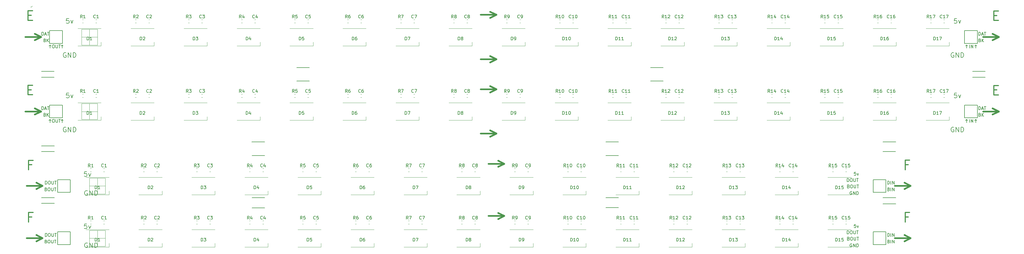
<source format=gbr>
G04 #@! TF.GenerationSoftware,KiCad,Pcbnew,(5.1.0-0)*
G04 #@! TF.CreationDate,2019-04-23T10:34:18-07:00*
G04 #@! TF.ProjectId,TestPanel1,54657374-5061-46e6-956c-312e6b696361,rev?*
G04 #@! TF.SameCoordinates,Original*
G04 #@! TF.FileFunction,Legend,Top*
G04 #@! TF.FilePolarity,Positive*
%FSLAX46Y46*%
G04 Gerber Fmt 4.6, Leading zero omitted, Abs format (unit mm)*
G04 Created by KiCad (PCBNEW (5.1.0-0)) date 2019-04-23 10:34:18*
%MOMM*%
%LPD*%
G04 APERTURE LIST*
%ADD10C,0.010000*%
%ADD11C,0.150000*%
%ADD12C,0.500000*%
%ADD13C,0.180000*%
%ADD14C,0.300000*%
%ADD15C,0.200000*%
%ADD16C,0.100000*%
%ADD17C,0.120000*%
G04 APERTURE END LIST*
D10*
X88210103Y-205974477D02*
X83210103Y-205974477D01*
X83210103Y-205974477D02*
X83210103Y-200974477D01*
X83210103Y-200974477D02*
X88210103Y-200974477D01*
X88210103Y-200974477D02*
X88210103Y-205974477D01*
X85710103Y-200974477D02*
X85710103Y-205974477D01*
X83210103Y-203474477D02*
X88210103Y-203474477D01*
D11*
X329660013Y-201474000D02*
X329660013Y-205474000D01*
X329660013Y-205474000D02*
X333660013Y-205474000D01*
X333660013Y-201474000D02*
X329660013Y-201474000D01*
X333660013Y-205474000D02*
X333660013Y-201474000D01*
D12*
X63510000Y-203474000D02*
X68510000Y-203474000D01*
X66510000Y-202474000D02*
X68510000Y-203474000D01*
X66510000Y-204474000D02*
X68510000Y-203474000D01*
X339460013Y-202474000D02*
X341460013Y-203474000D01*
X339460013Y-204474000D02*
X341460013Y-203474000D01*
X336460013Y-203474000D02*
X341460013Y-203474000D01*
X211710000Y-195474000D02*
X213710000Y-196474000D01*
X211710000Y-197474000D02*
X213710000Y-196474000D01*
X208710000Y-196474000D02*
X213710000Y-196474000D01*
D11*
X77210000Y-205474000D02*
X77210000Y-201474000D01*
X77210000Y-201474000D02*
X73210000Y-201474000D01*
X73210000Y-205474000D02*
X77210000Y-205474000D01*
X73210000Y-201474000D02*
X73210000Y-205474000D01*
X69319523Y-202926380D02*
X69319523Y-201926380D01*
X69557619Y-201926380D01*
X69700476Y-201974000D01*
X69795714Y-202069238D01*
X69843333Y-202164476D01*
X69890952Y-202354952D01*
X69890952Y-202497809D01*
X69843333Y-202688285D01*
X69795714Y-202783523D01*
X69700476Y-202878761D01*
X69557619Y-202926380D01*
X69319523Y-202926380D01*
X70510000Y-201926380D02*
X70700476Y-201926380D01*
X70795714Y-201974000D01*
X70890952Y-202069238D01*
X70938571Y-202259714D01*
X70938571Y-202593047D01*
X70890952Y-202783523D01*
X70795714Y-202878761D01*
X70700476Y-202926380D01*
X70510000Y-202926380D01*
X70414761Y-202878761D01*
X70319523Y-202783523D01*
X70271904Y-202593047D01*
X70271904Y-202259714D01*
X70319523Y-202069238D01*
X70414761Y-201974000D01*
X70510000Y-201926380D01*
X71367142Y-201926380D02*
X71367142Y-202735904D01*
X71414761Y-202831142D01*
X71462380Y-202878761D01*
X71557619Y-202926380D01*
X71748095Y-202926380D01*
X71843333Y-202878761D01*
X71890952Y-202831142D01*
X71938571Y-202735904D01*
X71938571Y-201926380D01*
X72271904Y-201926380D02*
X72843333Y-201926380D01*
X72557619Y-202926380D02*
X72557619Y-201926380D01*
D13*
X324193000Y-199126380D02*
X323716809Y-199126380D01*
X323669190Y-199602571D01*
X323716809Y-199554952D01*
X323812047Y-199507333D01*
X324050142Y-199507333D01*
X324145380Y-199554952D01*
X324193000Y-199602571D01*
X324240619Y-199697809D01*
X324240619Y-199935904D01*
X324193000Y-200031142D01*
X324145380Y-200078761D01*
X324050142Y-200126380D01*
X323812047Y-200126380D01*
X323716809Y-200078761D01*
X323669190Y-200031142D01*
X324573952Y-199459714D02*
X324812047Y-200126380D01*
X325050142Y-199459714D01*
D14*
X340706251Y-196785714D02*
X339706251Y-196785714D01*
X339706251Y-198357142D02*
X339706251Y-195357142D01*
X341134822Y-195357142D01*
D13*
X322907285Y-205274000D02*
X322812047Y-205226380D01*
X322669190Y-205226380D01*
X322526333Y-205274000D01*
X322431095Y-205369238D01*
X322383476Y-205464476D01*
X322335857Y-205654952D01*
X322335857Y-205797809D01*
X322383476Y-205988285D01*
X322431095Y-206083523D01*
X322526333Y-206178761D01*
X322669190Y-206226380D01*
X322764428Y-206226380D01*
X322907285Y-206178761D01*
X322954904Y-206131142D01*
X322954904Y-205797809D01*
X322764428Y-205797809D01*
X323383476Y-206226380D02*
X323383476Y-205226380D01*
X323954904Y-206226380D01*
X323954904Y-205226380D01*
X324431095Y-206226380D02*
X324431095Y-205226380D01*
X324669190Y-205226380D01*
X324812047Y-205274000D01*
X324907285Y-205369238D01*
X324954904Y-205464476D01*
X325002523Y-205654952D01*
X325002523Y-205797809D01*
X324954904Y-205988285D01*
X324907285Y-206083523D01*
X324812047Y-206178761D01*
X324669190Y-206226380D01*
X324431095Y-206226380D01*
D11*
X334528941Y-204502571D02*
X334671798Y-204550190D01*
X334719417Y-204597809D01*
X334767036Y-204693047D01*
X334767036Y-204835904D01*
X334719417Y-204931142D01*
X334671798Y-204978761D01*
X334576560Y-205026380D01*
X334195608Y-205026380D01*
X334195608Y-204026380D01*
X334528941Y-204026380D01*
X334624179Y-204074000D01*
X334671798Y-204121619D01*
X334719417Y-204216857D01*
X334719417Y-204312095D01*
X334671798Y-204407333D01*
X334624179Y-204454952D01*
X334528941Y-204502571D01*
X334195608Y-204502571D01*
X335195608Y-205026380D02*
X335195608Y-204026380D01*
X335671798Y-205026380D02*
X335671798Y-204026380D01*
X336243227Y-205026380D01*
X336243227Y-204026380D01*
X69552857Y-204502571D02*
X69695714Y-204550190D01*
X69743333Y-204597809D01*
X69790952Y-204693047D01*
X69790952Y-204835904D01*
X69743333Y-204931142D01*
X69695714Y-204978761D01*
X69600476Y-205026380D01*
X69219523Y-205026380D01*
X69219523Y-204026380D01*
X69552857Y-204026380D01*
X69648095Y-204074000D01*
X69695714Y-204121619D01*
X69743333Y-204216857D01*
X69743333Y-204312095D01*
X69695714Y-204407333D01*
X69648095Y-204454952D01*
X69552857Y-204502571D01*
X69219523Y-204502571D01*
X70410000Y-204026380D02*
X70600476Y-204026380D01*
X70695714Y-204074000D01*
X70790952Y-204169238D01*
X70838571Y-204359714D01*
X70838571Y-204693047D01*
X70790952Y-204883523D01*
X70695714Y-204978761D01*
X70600476Y-205026380D01*
X70410000Y-205026380D01*
X70314761Y-204978761D01*
X70219523Y-204883523D01*
X70171904Y-204693047D01*
X70171904Y-204359714D01*
X70219523Y-204169238D01*
X70314761Y-204074000D01*
X70410000Y-204026380D01*
X71267142Y-204026380D02*
X71267142Y-204835904D01*
X71314761Y-204931142D01*
X71362380Y-204978761D01*
X71457619Y-205026380D01*
X71648095Y-205026380D01*
X71743333Y-204978761D01*
X71790952Y-204931142D01*
X71838571Y-204835904D01*
X71838571Y-204026380D01*
X72171904Y-204026380D02*
X72743333Y-204026380D01*
X72457619Y-205026380D02*
X72457619Y-204026380D01*
D13*
X321907285Y-203602571D02*
X322050142Y-203650190D01*
X322097761Y-203697809D01*
X322145380Y-203793047D01*
X322145380Y-203935904D01*
X322097761Y-204031142D01*
X322050142Y-204078761D01*
X321954904Y-204126380D01*
X321573952Y-204126380D01*
X321573952Y-203126380D01*
X321907285Y-203126380D01*
X322002523Y-203174000D01*
X322050142Y-203221619D01*
X322097761Y-203316857D01*
X322097761Y-203412095D01*
X322050142Y-203507333D01*
X322002523Y-203554952D01*
X321907285Y-203602571D01*
X321573952Y-203602571D01*
X322764428Y-203126380D02*
X322954904Y-203126380D01*
X323050142Y-203174000D01*
X323145380Y-203269238D01*
X323193000Y-203459714D01*
X323193000Y-203793047D01*
X323145380Y-203983523D01*
X323050142Y-204078761D01*
X322954904Y-204126380D01*
X322764428Y-204126380D01*
X322669190Y-204078761D01*
X322573952Y-203983523D01*
X322526333Y-203793047D01*
X322526333Y-203459714D01*
X322573952Y-203269238D01*
X322669190Y-203174000D01*
X322764428Y-203126380D01*
X323621571Y-203126380D02*
X323621571Y-203935904D01*
X323669190Y-204031142D01*
X323716809Y-204078761D01*
X323812047Y-204126380D01*
X324002523Y-204126380D01*
X324097761Y-204078761D01*
X324145380Y-204031142D01*
X324193000Y-203935904D01*
X324193000Y-203126380D01*
X324526333Y-203126380D02*
X325097761Y-203126380D01*
X324812047Y-204126380D02*
X324812047Y-203126380D01*
D11*
X334195608Y-202926380D02*
X334195608Y-201926380D01*
X334433703Y-201926380D01*
X334576560Y-201974000D01*
X334671798Y-202069238D01*
X334719417Y-202164476D01*
X334767036Y-202354952D01*
X334767036Y-202497809D01*
X334719417Y-202688285D01*
X334671798Y-202783523D01*
X334576560Y-202878761D01*
X334433703Y-202926380D01*
X334195608Y-202926380D01*
X335195608Y-202926380D02*
X335195608Y-201926380D01*
X335671798Y-202926380D02*
X335671798Y-201926380D01*
X336243227Y-202926380D01*
X336243227Y-201926380D01*
D13*
X321473952Y-202126380D02*
X321473952Y-201126380D01*
X321712047Y-201126380D01*
X321854904Y-201174000D01*
X321950142Y-201269238D01*
X321997761Y-201364476D01*
X322045380Y-201554952D01*
X322045380Y-201697809D01*
X321997761Y-201888285D01*
X321950142Y-201983523D01*
X321854904Y-202078761D01*
X321712047Y-202126380D01*
X321473952Y-202126380D01*
X322664428Y-201126380D02*
X322854904Y-201126380D01*
X322950142Y-201174000D01*
X323045380Y-201269238D01*
X323093000Y-201459714D01*
X323093000Y-201793047D01*
X323045380Y-201983523D01*
X322950142Y-202078761D01*
X322854904Y-202126380D01*
X322664428Y-202126380D01*
X322569190Y-202078761D01*
X322473952Y-201983523D01*
X322426333Y-201793047D01*
X322426333Y-201459714D01*
X322473952Y-201269238D01*
X322569190Y-201174000D01*
X322664428Y-201126380D01*
X323521571Y-201126380D02*
X323521571Y-201935904D01*
X323569190Y-202031142D01*
X323616809Y-202078761D01*
X323712047Y-202126380D01*
X323902523Y-202126380D01*
X323997761Y-202078761D01*
X324045380Y-202031142D01*
X324093000Y-201935904D01*
X324093000Y-201126380D01*
X324426333Y-201126380D02*
X324997761Y-201126380D01*
X324712047Y-202126380D02*
X324712047Y-201126380D01*
D15*
X82567142Y-205024000D02*
X82424285Y-204952571D01*
X82210000Y-204952571D01*
X81995714Y-205024000D01*
X81852857Y-205166857D01*
X81781428Y-205309714D01*
X81710000Y-205595428D01*
X81710000Y-205809714D01*
X81781428Y-206095428D01*
X81852857Y-206238285D01*
X81995714Y-206381142D01*
X82210000Y-206452571D01*
X82352857Y-206452571D01*
X82567142Y-206381142D01*
X82638571Y-206309714D01*
X82638571Y-205809714D01*
X82352857Y-205809714D01*
X83281428Y-206452571D02*
X83281428Y-204952571D01*
X84138571Y-206452571D01*
X84138571Y-204952571D01*
X84852857Y-206452571D02*
X84852857Y-204952571D01*
X85210000Y-204952571D01*
X85424285Y-205024000D01*
X85567142Y-205166857D01*
X85638571Y-205309714D01*
X85710000Y-205595428D01*
X85710000Y-205809714D01*
X85638571Y-206095428D01*
X85567142Y-206238285D01*
X85424285Y-206381142D01*
X85210000Y-206452571D01*
X84852857Y-206452571D01*
X82395714Y-198952571D02*
X81681428Y-198952571D01*
X81610000Y-199666857D01*
X81681428Y-199595428D01*
X81824285Y-199524000D01*
X82181428Y-199524000D01*
X82324285Y-199595428D01*
X82395714Y-199666857D01*
X82467142Y-199809714D01*
X82467142Y-200166857D01*
X82395714Y-200309714D01*
X82324285Y-200381142D01*
X82181428Y-200452571D01*
X81824285Y-200452571D01*
X81681428Y-200381142D01*
X81610000Y-200309714D01*
X82967142Y-199452571D02*
X83324285Y-200452571D01*
X83681428Y-199452571D01*
D14*
X65092571Y-196808714D02*
X64092571Y-196808714D01*
X64092571Y-198380142D02*
X64092571Y-195380142D01*
X65521142Y-195380142D01*
D10*
X85710103Y-142474477D02*
X80710103Y-142474477D01*
X80710103Y-142474477D02*
X80710103Y-137474477D01*
X80710103Y-137474477D02*
X85710103Y-137474477D01*
X85710103Y-137474477D02*
X85710103Y-142474477D01*
X83210103Y-137474477D02*
X83210103Y-142474477D01*
X80710103Y-139974477D02*
X85710103Y-139974477D01*
D11*
X358410000Y-137974000D02*
X358410000Y-141974000D01*
X358410000Y-141974000D02*
X362410000Y-141974000D01*
X362410000Y-137974000D02*
X358410000Y-137974000D01*
X362410000Y-141974000D02*
X362410000Y-137974000D01*
X359010000Y-143474000D02*
X359010000Y-142474000D01*
X359010000Y-142474000D02*
X358710000Y-142774000D01*
X359010000Y-142474000D02*
X359310000Y-142774000D01*
X361910000Y-142474000D02*
X362210000Y-142774000D01*
X361910000Y-143474000D02*
X361910000Y-142474000D01*
X361910000Y-142474000D02*
X361610000Y-142774000D01*
D12*
X63010000Y-139974000D02*
X68010000Y-139974000D01*
X66010000Y-138974000D02*
X68010000Y-139974000D01*
X66010000Y-140974000D02*
X68010000Y-139974000D01*
X367210000Y-138974000D02*
X369210000Y-139974000D01*
X367210000Y-140974000D02*
X369210000Y-139974000D01*
X364210000Y-139974000D02*
X369210000Y-139974000D01*
X209210000Y-145974000D02*
X211210000Y-146974000D01*
X209210000Y-147974000D02*
X211210000Y-146974000D01*
X206210000Y-146974000D02*
X211210000Y-146974000D01*
X209210000Y-131974000D02*
X211210000Y-132974000D01*
X209210000Y-133974000D02*
X211210000Y-132974000D01*
X206210000Y-132974000D02*
X211210000Y-132974000D01*
D11*
X74710000Y-141974000D02*
X74710000Y-137974000D01*
X74710000Y-137974000D02*
X70710000Y-137974000D01*
X70710000Y-141974000D02*
X74710000Y-141974000D01*
X70710000Y-137974000D02*
X70710000Y-141974000D01*
X74610000Y-142474000D02*
X74310000Y-142774000D01*
X74610000Y-142474000D02*
X74910000Y-142774000D01*
X74610000Y-143474000D02*
X74610000Y-142474000D01*
X70810000Y-142474000D02*
X70510000Y-142774000D01*
X70810000Y-143474000D02*
X70810000Y-142474000D01*
X70810000Y-142474000D02*
X71110000Y-142774000D01*
D16*
X65145404Y-130188687D02*
X64999806Y-130474479D01*
X64999806Y-130474479D02*
X64686000Y-130474479D01*
D11*
X71793289Y-142426380D02*
X71983765Y-142426380D01*
X72079003Y-142474000D01*
X72174241Y-142569238D01*
X72221860Y-142759714D01*
X72221860Y-143093047D01*
X72174241Y-143283523D01*
X72079003Y-143378761D01*
X71983765Y-143426380D01*
X71793289Y-143426380D01*
X71698050Y-143378761D01*
X71602812Y-143283523D01*
X71555193Y-143093047D01*
X71555193Y-142759714D01*
X71602812Y-142569238D01*
X71698050Y-142474000D01*
X71793289Y-142426380D01*
X72650431Y-142426380D02*
X72650431Y-143235904D01*
X72698050Y-143331142D01*
X72745669Y-143378761D01*
X72840908Y-143426380D01*
X73031384Y-143426380D01*
X73126622Y-143378761D01*
X73174241Y-143331142D01*
X73221860Y-143235904D01*
X73221860Y-142426380D01*
X73555193Y-142426380D02*
X74126622Y-142426380D01*
X73840908Y-143426380D02*
X73840908Y-142426380D01*
D15*
X76745715Y-134152571D02*
X76031429Y-134152571D01*
X75960001Y-134866857D01*
X76031429Y-134795428D01*
X76174286Y-134724000D01*
X76531429Y-134724000D01*
X76674286Y-134795428D01*
X76745715Y-134866857D01*
X76817143Y-135009714D01*
X76817143Y-135366857D01*
X76745715Y-135509714D01*
X76674286Y-135581142D01*
X76531429Y-135652571D01*
X76174286Y-135652571D01*
X76031429Y-135581142D01*
X75960001Y-135509714D01*
X77317143Y-134652571D02*
X77674286Y-135652571D01*
X78031429Y-134652571D01*
X354983764Y-144974000D02*
X354840907Y-144902571D01*
X354626622Y-144902571D01*
X354412336Y-144974000D01*
X354269479Y-145116857D01*
X354198050Y-145259714D01*
X354126622Y-145545428D01*
X354126622Y-145759714D01*
X354198050Y-146045428D01*
X354269479Y-146188285D01*
X354412336Y-146331142D01*
X354626622Y-146402571D01*
X354769479Y-146402571D01*
X354983764Y-146331142D01*
X355055193Y-146259714D01*
X355055193Y-145759714D01*
X354769479Y-145759714D01*
X355698050Y-146402571D02*
X355698050Y-144902571D01*
X356555193Y-146402571D01*
X356555193Y-144902571D01*
X357269479Y-146402571D02*
X357269479Y-144902571D01*
X357626622Y-144902571D01*
X357840907Y-144974000D01*
X357983764Y-145116857D01*
X358055193Y-145259714D01*
X358126622Y-145545428D01*
X358126622Y-145759714D01*
X358055193Y-146045428D01*
X357983764Y-146188285D01*
X357840907Y-146331142D01*
X357626622Y-146402571D01*
X357269479Y-146402571D01*
X75817142Y-144974000D02*
X75674285Y-144902571D01*
X75460000Y-144902571D01*
X75245714Y-144974000D01*
X75102857Y-145116857D01*
X75031428Y-145259714D01*
X74960000Y-145545428D01*
X74960000Y-145759714D01*
X75031428Y-146045428D01*
X75102857Y-146188285D01*
X75245714Y-146331142D01*
X75460000Y-146402571D01*
X75602857Y-146402571D01*
X75817142Y-146331142D01*
X75888571Y-146259714D01*
X75888571Y-145759714D01*
X75602857Y-145759714D01*
X76531428Y-146402571D02*
X76531428Y-144902571D01*
X77388571Y-146402571D01*
X77388571Y-144902571D01*
X78102857Y-146402571D02*
X78102857Y-144902571D01*
X78460000Y-144902571D01*
X78674285Y-144974000D01*
X78817142Y-145116857D01*
X78888571Y-145259714D01*
X78960000Y-145545428D01*
X78960000Y-145759714D01*
X78888571Y-146045428D01*
X78817142Y-146188285D01*
X78674285Y-146331142D01*
X78460000Y-146402571D01*
X78102857Y-146402571D01*
X355912337Y-134152571D02*
X355198051Y-134152571D01*
X355126623Y-134866857D01*
X355198051Y-134795428D01*
X355340908Y-134724000D01*
X355698051Y-134724000D01*
X355840908Y-134795428D01*
X355912337Y-134866857D01*
X355983765Y-135009714D01*
X355983765Y-135366857D01*
X355912337Y-135509714D01*
X355840908Y-135581142D01*
X355698051Y-135652571D01*
X355340908Y-135652571D01*
X355198051Y-135581142D01*
X355126623Y-135509714D01*
X356483765Y-134652571D02*
X356840908Y-135652571D01*
X357198051Y-134652571D01*
D11*
X68238571Y-139426380D02*
X68238571Y-138426380D01*
X68476666Y-138426380D01*
X68619523Y-138474000D01*
X68714761Y-138569238D01*
X68762380Y-138664476D01*
X68810000Y-138854952D01*
X68810000Y-138997809D01*
X68762380Y-139188285D01*
X68714761Y-139283523D01*
X68619523Y-139378761D01*
X68476666Y-139426380D01*
X68238571Y-139426380D01*
X69190952Y-139140666D02*
X69667142Y-139140666D01*
X69095714Y-139426380D02*
X69429047Y-138426380D01*
X69762380Y-139426380D01*
X69952857Y-138426380D02*
X70524285Y-138426380D01*
X70238571Y-139426380D02*
X70238571Y-138426380D01*
X69190952Y-141002571D02*
X69333809Y-141050190D01*
X69381428Y-141097809D01*
X69429047Y-141193047D01*
X69429047Y-141335904D01*
X69381428Y-141431142D01*
X69333809Y-141478761D01*
X69238571Y-141526380D01*
X68857619Y-141526380D01*
X68857619Y-140526380D01*
X69190952Y-140526380D01*
X69286190Y-140574000D01*
X69333809Y-140621619D01*
X69381428Y-140716857D01*
X69381428Y-140812095D01*
X69333809Y-140907333D01*
X69286190Y-140954952D01*
X69190952Y-141002571D01*
X68857619Y-141002571D01*
X69857619Y-141526380D02*
X69857619Y-140526380D01*
X70429047Y-141526380D02*
X70000476Y-140954952D01*
X70429047Y-140526380D02*
X69857619Y-141097809D01*
X359969479Y-143426380D02*
X359969479Y-142426380D01*
X360445669Y-143426380D02*
X360445669Y-142426380D01*
X361017098Y-143426380D01*
X361017098Y-142426380D01*
D14*
X367568142Y-133185714D02*
X368568142Y-133185714D01*
X368996714Y-134757142D02*
X367568142Y-134757142D01*
X367568142Y-131757142D01*
X368996714Y-131757142D01*
X63921142Y-133108714D02*
X64921142Y-133108714D01*
X65349714Y-134680142D02*
X63921142Y-134680142D01*
X63921142Y-131680142D01*
X65349714Y-131680142D01*
D11*
X363181428Y-141002571D02*
X363324285Y-141050190D01*
X363371904Y-141097809D01*
X363419523Y-141193047D01*
X363419523Y-141335904D01*
X363371904Y-141431142D01*
X363324285Y-141478761D01*
X363229047Y-141526380D01*
X362848095Y-141526380D01*
X362848095Y-140526380D01*
X363181428Y-140526380D01*
X363276666Y-140574000D01*
X363324285Y-140621619D01*
X363371904Y-140716857D01*
X363371904Y-140812095D01*
X363324285Y-140907333D01*
X363276666Y-140954952D01*
X363181428Y-141002571D01*
X362848095Y-141002571D01*
X363848095Y-141526380D02*
X363848095Y-140526380D01*
X364419523Y-141526380D02*
X363990952Y-140954952D01*
X364419523Y-140526380D02*
X363848095Y-141097809D01*
X362838571Y-139426380D02*
X362838571Y-138426380D01*
X363076666Y-138426380D01*
X363219523Y-138474000D01*
X363314761Y-138569238D01*
X363362380Y-138664476D01*
X363410000Y-138854952D01*
X363410000Y-138997809D01*
X363362380Y-139188285D01*
X363314761Y-139283523D01*
X363219523Y-139378761D01*
X363076666Y-139426380D01*
X362838571Y-139426380D01*
X363790952Y-139140666D02*
X364267142Y-139140666D01*
X363695714Y-139426380D02*
X364029047Y-138426380D01*
X364362380Y-139426380D01*
X364552857Y-138426380D02*
X365124285Y-138426380D01*
X364838571Y-139426380D02*
X364838571Y-138426380D01*
D13*
X322907285Y-188774000D02*
X322812047Y-188726380D01*
X322669190Y-188726380D01*
X322526333Y-188774000D01*
X322431095Y-188869238D01*
X322383476Y-188964476D01*
X322335857Y-189154952D01*
X322335857Y-189297809D01*
X322383476Y-189488285D01*
X322431095Y-189583523D01*
X322526333Y-189678761D01*
X322669190Y-189726380D01*
X322764428Y-189726380D01*
X322907285Y-189678761D01*
X322954904Y-189631142D01*
X322954904Y-189297809D01*
X322764428Y-189297809D01*
X323383476Y-189726380D02*
X323383476Y-188726380D01*
X323954904Y-189726380D01*
X323954904Y-188726380D01*
X324431095Y-189726380D02*
X324431095Y-188726380D01*
X324669190Y-188726380D01*
X324812047Y-188774000D01*
X324907285Y-188869238D01*
X324954904Y-188964476D01*
X325002523Y-189154952D01*
X325002523Y-189297809D01*
X324954904Y-189488285D01*
X324907285Y-189583523D01*
X324812047Y-189678761D01*
X324669190Y-189726380D01*
X324431095Y-189726380D01*
X321907285Y-187102571D02*
X322050142Y-187150190D01*
X322097761Y-187197809D01*
X322145380Y-187293047D01*
X322145380Y-187435904D01*
X322097761Y-187531142D01*
X322050142Y-187578761D01*
X321954904Y-187626380D01*
X321573952Y-187626380D01*
X321573952Y-186626380D01*
X321907285Y-186626380D01*
X322002523Y-186674000D01*
X322050142Y-186721619D01*
X322097761Y-186816857D01*
X322097761Y-186912095D01*
X322050142Y-187007333D01*
X322002523Y-187054952D01*
X321907285Y-187102571D01*
X321573952Y-187102571D01*
X322764428Y-186626380D02*
X322954904Y-186626380D01*
X323050142Y-186674000D01*
X323145380Y-186769238D01*
X323193000Y-186959714D01*
X323193000Y-187293047D01*
X323145380Y-187483523D01*
X323050142Y-187578761D01*
X322954904Y-187626380D01*
X322764428Y-187626380D01*
X322669190Y-187578761D01*
X322573952Y-187483523D01*
X322526333Y-187293047D01*
X322526333Y-186959714D01*
X322573952Y-186769238D01*
X322669190Y-186674000D01*
X322764428Y-186626380D01*
X323621571Y-186626380D02*
X323621571Y-187435904D01*
X323669190Y-187531142D01*
X323716809Y-187578761D01*
X323812047Y-187626380D01*
X324002523Y-187626380D01*
X324097761Y-187578761D01*
X324145380Y-187531142D01*
X324193000Y-187435904D01*
X324193000Y-186626380D01*
X324526333Y-186626380D02*
X325097761Y-186626380D01*
X324812047Y-187626380D02*
X324812047Y-186626380D01*
X321473952Y-185626380D02*
X321473952Y-184626380D01*
X321712047Y-184626380D01*
X321854904Y-184674000D01*
X321950142Y-184769238D01*
X321997761Y-184864476D01*
X322045380Y-185054952D01*
X322045380Y-185197809D01*
X321997761Y-185388285D01*
X321950142Y-185483523D01*
X321854904Y-185578761D01*
X321712047Y-185626380D01*
X321473952Y-185626380D01*
X322664428Y-184626380D02*
X322854904Y-184626380D01*
X322950142Y-184674000D01*
X323045380Y-184769238D01*
X323093000Y-184959714D01*
X323093000Y-185293047D01*
X323045380Y-185483523D01*
X322950142Y-185578761D01*
X322854904Y-185626380D01*
X322664428Y-185626380D01*
X322569190Y-185578761D01*
X322473952Y-185483523D01*
X322426333Y-185293047D01*
X322426333Y-184959714D01*
X322473952Y-184769238D01*
X322569190Y-184674000D01*
X322664428Y-184626380D01*
X323521571Y-184626380D02*
X323521571Y-185435904D01*
X323569190Y-185531142D01*
X323616809Y-185578761D01*
X323712047Y-185626380D01*
X323902523Y-185626380D01*
X323997761Y-185578761D01*
X324045380Y-185531142D01*
X324093000Y-185435904D01*
X324093000Y-184626380D01*
X324426333Y-184626380D02*
X324997761Y-184626380D01*
X324712047Y-185626380D02*
X324712047Y-184626380D01*
D15*
X82567142Y-188524000D02*
X82424285Y-188452571D01*
X82210000Y-188452571D01*
X81995714Y-188524000D01*
X81852857Y-188666857D01*
X81781428Y-188809714D01*
X81710000Y-189095428D01*
X81710000Y-189309714D01*
X81781428Y-189595428D01*
X81852857Y-189738285D01*
X81995714Y-189881142D01*
X82210000Y-189952571D01*
X82352857Y-189952571D01*
X82567142Y-189881142D01*
X82638571Y-189809714D01*
X82638571Y-189309714D01*
X82352857Y-189309714D01*
X83281428Y-189952571D02*
X83281428Y-188452571D01*
X84138571Y-189952571D01*
X84138571Y-188452571D01*
X84852857Y-189952571D02*
X84852857Y-188452571D01*
X85210000Y-188452571D01*
X85424285Y-188524000D01*
X85567142Y-188666857D01*
X85638571Y-188809714D01*
X85710000Y-189095428D01*
X85710000Y-189309714D01*
X85638571Y-189595428D01*
X85567142Y-189738285D01*
X85424285Y-189881142D01*
X85210000Y-189952571D01*
X84852857Y-189952571D01*
D13*
X324193000Y-182626380D02*
X323716809Y-182626380D01*
X323669190Y-183102571D01*
X323716809Y-183054952D01*
X323812047Y-183007333D01*
X324050142Y-183007333D01*
X324145380Y-183054952D01*
X324193000Y-183102571D01*
X324240619Y-183197809D01*
X324240619Y-183435904D01*
X324193000Y-183531142D01*
X324145380Y-183578761D01*
X324050142Y-183626380D01*
X323812047Y-183626380D01*
X323716809Y-183578761D01*
X323669190Y-183531142D01*
X324573952Y-182959714D02*
X324812047Y-183626380D01*
X325050142Y-182959714D01*
D15*
X82395714Y-182452571D02*
X81681428Y-182452571D01*
X81610000Y-183166857D01*
X81681428Y-183095428D01*
X81824285Y-183024000D01*
X82181428Y-183024000D01*
X82324285Y-183095428D01*
X82395714Y-183166857D01*
X82467142Y-183309714D01*
X82467142Y-183666857D01*
X82395714Y-183809714D01*
X82324285Y-183881142D01*
X82181428Y-183952571D01*
X81824285Y-183952571D01*
X81681428Y-183881142D01*
X81610000Y-183809714D01*
X82967142Y-182952571D02*
X83324285Y-183952571D01*
X83681428Y-182952571D01*
D11*
X73210000Y-184974000D02*
X73210000Y-188974000D01*
X73210000Y-188974000D02*
X77210000Y-188974000D01*
X77210000Y-184974000D02*
X73210000Y-184974000D01*
X77210000Y-188974000D02*
X77210000Y-184974000D01*
X69319523Y-186426380D02*
X69319523Y-185426380D01*
X69557619Y-185426380D01*
X69700476Y-185474000D01*
X69795714Y-185569238D01*
X69843333Y-185664476D01*
X69890952Y-185854952D01*
X69890952Y-185997809D01*
X69843333Y-186188285D01*
X69795714Y-186283523D01*
X69700476Y-186378761D01*
X69557619Y-186426380D01*
X69319523Y-186426380D01*
X70510000Y-185426380D02*
X70700476Y-185426380D01*
X70795714Y-185474000D01*
X70890952Y-185569238D01*
X70938571Y-185759714D01*
X70938571Y-186093047D01*
X70890952Y-186283523D01*
X70795714Y-186378761D01*
X70700476Y-186426380D01*
X70510000Y-186426380D01*
X70414761Y-186378761D01*
X70319523Y-186283523D01*
X70271904Y-186093047D01*
X70271904Y-185759714D01*
X70319523Y-185569238D01*
X70414761Y-185474000D01*
X70510000Y-185426380D01*
X71367142Y-185426380D02*
X71367142Y-186235904D01*
X71414761Y-186331142D01*
X71462380Y-186378761D01*
X71557619Y-186426380D01*
X71748095Y-186426380D01*
X71843333Y-186378761D01*
X71890952Y-186331142D01*
X71938571Y-186235904D01*
X71938571Y-185426380D01*
X72271904Y-185426380D02*
X72843333Y-185426380D01*
X72557619Y-186426380D02*
X72557619Y-185426380D01*
X69552857Y-188002571D02*
X69695714Y-188050190D01*
X69743333Y-188097809D01*
X69790952Y-188193047D01*
X69790952Y-188335904D01*
X69743333Y-188431142D01*
X69695714Y-188478761D01*
X69600476Y-188526380D01*
X69219523Y-188526380D01*
X69219523Y-187526380D01*
X69552857Y-187526380D01*
X69648095Y-187574000D01*
X69695714Y-187621619D01*
X69743333Y-187716857D01*
X69743333Y-187812095D01*
X69695714Y-187907333D01*
X69648095Y-187954952D01*
X69552857Y-188002571D01*
X69219523Y-188002571D01*
X70410000Y-187526380D02*
X70600476Y-187526380D01*
X70695714Y-187574000D01*
X70790952Y-187669238D01*
X70838571Y-187859714D01*
X70838571Y-188193047D01*
X70790952Y-188383523D01*
X70695714Y-188478761D01*
X70600476Y-188526380D01*
X70410000Y-188526380D01*
X70314761Y-188478761D01*
X70219523Y-188383523D01*
X70171904Y-188193047D01*
X70171904Y-187859714D01*
X70219523Y-187669238D01*
X70314761Y-187574000D01*
X70410000Y-187526380D01*
X71267142Y-187526380D02*
X71267142Y-188335904D01*
X71314761Y-188431142D01*
X71362380Y-188478761D01*
X71457619Y-188526380D01*
X71648095Y-188526380D01*
X71743333Y-188478761D01*
X71790952Y-188431142D01*
X71838571Y-188335904D01*
X71838571Y-187526380D01*
X72171904Y-187526380D02*
X72743333Y-187526380D01*
X72457619Y-188526380D02*
X72457619Y-187526380D01*
D12*
X208710000Y-179974000D02*
X213710000Y-179974000D01*
X211710000Y-180974000D02*
X213710000Y-179974000D01*
X211710000Y-178974000D02*
X213710000Y-179974000D01*
X336460013Y-186974000D02*
X341460013Y-186974000D01*
X339460013Y-187974000D02*
X341460013Y-186974000D01*
X339460013Y-185974000D02*
X341460013Y-186974000D01*
X66510000Y-187974000D02*
X68510000Y-186974000D01*
X66510000Y-185974000D02*
X68510000Y-186974000D01*
X63510000Y-186974000D02*
X68510000Y-186974000D01*
D11*
X333660013Y-188974000D02*
X333660013Y-184974000D01*
X333660013Y-184974000D02*
X329660013Y-184974000D01*
X329660013Y-188974000D02*
X333660013Y-188974000D01*
X329660013Y-184974000D02*
X329660013Y-188974000D01*
D14*
X340706251Y-180285714D02*
X339706251Y-180285714D01*
X339706251Y-181857142D02*
X339706251Y-178857142D01*
X341134822Y-178857142D01*
D11*
X334528941Y-188002571D02*
X334671798Y-188050190D01*
X334719417Y-188097809D01*
X334767036Y-188193047D01*
X334767036Y-188335904D01*
X334719417Y-188431142D01*
X334671798Y-188478761D01*
X334576560Y-188526380D01*
X334195608Y-188526380D01*
X334195608Y-187526380D01*
X334528941Y-187526380D01*
X334624179Y-187574000D01*
X334671798Y-187621619D01*
X334719417Y-187716857D01*
X334719417Y-187812095D01*
X334671798Y-187907333D01*
X334624179Y-187954952D01*
X334528941Y-188002571D01*
X334195608Y-188002571D01*
X335195608Y-188526380D02*
X335195608Y-187526380D01*
X335671798Y-188526380D02*
X335671798Y-187526380D01*
X336243227Y-188526380D01*
X336243227Y-187526380D01*
X334195608Y-186426380D02*
X334195608Y-185426380D01*
X334433703Y-185426380D01*
X334576560Y-185474000D01*
X334671798Y-185569238D01*
X334719417Y-185664476D01*
X334767036Y-185854952D01*
X334767036Y-185997809D01*
X334719417Y-186188285D01*
X334671798Y-186283523D01*
X334576560Y-186378761D01*
X334433703Y-186426380D01*
X334195608Y-186426380D01*
X335195608Y-186426380D02*
X335195608Y-185426380D01*
X335671798Y-186426380D02*
X335671798Y-185426380D01*
X336243227Y-186426380D01*
X336243227Y-185426380D01*
D14*
X65092571Y-180308714D02*
X64092571Y-180308714D01*
X64092571Y-181880142D02*
X64092571Y-178880142D01*
X65521142Y-178880142D01*
D10*
X83210103Y-186974477D02*
X88210103Y-186974477D01*
X85710103Y-184474477D02*
X85710103Y-189474477D01*
X88210103Y-184474477D02*
X88210103Y-189474477D01*
X83210103Y-184474477D02*
X88210103Y-184474477D01*
X83210103Y-189474477D02*
X83210103Y-184474477D01*
X88210103Y-189474477D02*
X83210103Y-189474477D01*
D15*
X355912337Y-157652571D02*
X355198051Y-157652571D01*
X355126623Y-158366857D01*
X355198051Y-158295428D01*
X355340908Y-158224000D01*
X355698051Y-158224000D01*
X355840908Y-158295428D01*
X355912337Y-158366857D01*
X355983765Y-158509714D01*
X355983765Y-158866857D01*
X355912337Y-159009714D01*
X355840908Y-159081142D01*
X355698051Y-159152571D01*
X355340908Y-159152571D01*
X355198051Y-159081142D01*
X355126623Y-159009714D01*
X356483765Y-158152571D02*
X356840908Y-159152571D01*
X357198051Y-158152571D01*
X354983764Y-168474000D02*
X354840907Y-168402571D01*
X354626622Y-168402571D01*
X354412336Y-168474000D01*
X354269479Y-168616857D01*
X354198050Y-168759714D01*
X354126622Y-169045428D01*
X354126622Y-169259714D01*
X354198050Y-169545428D01*
X354269479Y-169688285D01*
X354412336Y-169831142D01*
X354626622Y-169902571D01*
X354769479Y-169902571D01*
X354983764Y-169831142D01*
X355055193Y-169759714D01*
X355055193Y-169259714D01*
X354769479Y-169259714D01*
X355698050Y-169902571D02*
X355698050Y-168402571D01*
X356555193Y-169902571D01*
X356555193Y-168402571D01*
X357269479Y-169902571D02*
X357269479Y-168402571D01*
X357626622Y-168402571D01*
X357840907Y-168474000D01*
X357983764Y-168616857D01*
X358055193Y-168759714D01*
X358126622Y-169045428D01*
X358126622Y-169259714D01*
X358055193Y-169545428D01*
X357983764Y-169688285D01*
X357840907Y-169831142D01*
X357626622Y-169902571D01*
X357269479Y-169902571D01*
X76745715Y-157652571D02*
X76031429Y-157652571D01*
X75960001Y-158366857D01*
X76031429Y-158295428D01*
X76174286Y-158224000D01*
X76531429Y-158224000D01*
X76674286Y-158295428D01*
X76745715Y-158366857D01*
X76817143Y-158509714D01*
X76817143Y-158866857D01*
X76745715Y-159009714D01*
X76674286Y-159081142D01*
X76531429Y-159152571D01*
X76174286Y-159152571D01*
X76031429Y-159081142D01*
X75960001Y-159009714D01*
X77317143Y-158152571D02*
X77674286Y-159152571D01*
X78031429Y-158152571D01*
D11*
X70810000Y-165974000D02*
X71110000Y-166274000D01*
X70810000Y-166974000D02*
X70810000Y-165974000D01*
X70810000Y-165974000D02*
X70510000Y-166274000D01*
X74610000Y-166974000D02*
X74610000Y-165974000D01*
X74610000Y-165974000D02*
X74910000Y-166274000D01*
X74610000Y-165974000D02*
X74310000Y-166274000D01*
D15*
X75817142Y-168474000D02*
X75674285Y-168402571D01*
X75460000Y-168402571D01*
X75245714Y-168474000D01*
X75102857Y-168616857D01*
X75031428Y-168759714D01*
X74960000Y-169045428D01*
X74960000Y-169259714D01*
X75031428Y-169545428D01*
X75102857Y-169688285D01*
X75245714Y-169831142D01*
X75460000Y-169902571D01*
X75602857Y-169902571D01*
X75817142Y-169831142D01*
X75888571Y-169759714D01*
X75888571Y-169259714D01*
X75602857Y-169259714D01*
X76531428Y-169902571D02*
X76531428Y-168402571D01*
X77388571Y-169902571D01*
X77388571Y-168402571D01*
X78102857Y-169902571D02*
X78102857Y-168402571D01*
X78460000Y-168402571D01*
X78674285Y-168474000D01*
X78817142Y-168616857D01*
X78888571Y-168759714D01*
X78960000Y-169045428D01*
X78960000Y-169259714D01*
X78888571Y-169545428D01*
X78817142Y-169688285D01*
X78674285Y-169831142D01*
X78460000Y-169902571D01*
X78102857Y-169902571D01*
D11*
X70710000Y-161474000D02*
X70710000Y-165474000D01*
X70710000Y-165474000D02*
X74710000Y-165474000D01*
X74710000Y-161474000D02*
X70710000Y-161474000D01*
X74710000Y-165474000D02*
X74710000Y-161474000D01*
X71793289Y-165926380D02*
X71983765Y-165926380D01*
X72079003Y-165974000D01*
X72174241Y-166069238D01*
X72221860Y-166259714D01*
X72221860Y-166593047D01*
X72174241Y-166783523D01*
X72079003Y-166878761D01*
X71983765Y-166926380D01*
X71793289Y-166926380D01*
X71698050Y-166878761D01*
X71602812Y-166783523D01*
X71555193Y-166593047D01*
X71555193Y-166259714D01*
X71602812Y-166069238D01*
X71698050Y-165974000D01*
X71793289Y-165926380D01*
X72650431Y-165926380D02*
X72650431Y-166735904D01*
X72698050Y-166831142D01*
X72745669Y-166878761D01*
X72840908Y-166926380D01*
X73031384Y-166926380D01*
X73126622Y-166878761D01*
X73174241Y-166831142D01*
X73221860Y-166735904D01*
X73221860Y-165926380D01*
X73555193Y-165926380D02*
X74126622Y-165926380D01*
X73840908Y-166926380D02*
X73840908Y-165926380D01*
X68238571Y-162926380D02*
X68238571Y-161926380D01*
X68476666Y-161926380D01*
X68619523Y-161974000D01*
X68714761Y-162069238D01*
X68762380Y-162164476D01*
X68810000Y-162354952D01*
X68810000Y-162497809D01*
X68762380Y-162688285D01*
X68714761Y-162783523D01*
X68619523Y-162878761D01*
X68476666Y-162926380D01*
X68238571Y-162926380D01*
X69190952Y-162640666D02*
X69667142Y-162640666D01*
X69095714Y-162926380D02*
X69429047Y-161926380D01*
X69762380Y-162926380D01*
X69952857Y-161926380D02*
X70524285Y-161926380D01*
X70238571Y-162926380D02*
X70238571Y-161926380D01*
X69190952Y-164502571D02*
X69333809Y-164550190D01*
X69381428Y-164597809D01*
X69429047Y-164693047D01*
X69429047Y-164835904D01*
X69381428Y-164931142D01*
X69333809Y-164978761D01*
X69238571Y-165026380D01*
X68857619Y-165026380D01*
X68857619Y-164026380D01*
X69190952Y-164026380D01*
X69286190Y-164074000D01*
X69333809Y-164121619D01*
X69381428Y-164216857D01*
X69381428Y-164312095D01*
X69333809Y-164407333D01*
X69286190Y-164454952D01*
X69190952Y-164502571D01*
X68857619Y-164502571D01*
X69857619Y-165026380D02*
X69857619Y-164026380D01*
X70429047Y-165026380D02*
X70000476Y-164454952D01*
X70429047Y-164026380D02*
X69857619Y-164597809D01*
D12*
X206210000Y-156474000D02*
X211210000Y-156474000D01*
X209210000Y-157474000D02*
X211210000Y-156474000D01*
X209210000Y-155474000D02*
X211210000Y-156474000D01*
X206210000Y-170474000D02*
X211210000Y-170474000D01*
X209210000Y-171474000D02*
X211210000Y-170474000D01*
X209210000Y-169474000D02*
X211210000Y-170474000D01*
X364210000Y-163474000D02*
X369210000Y-163474000D01*
X367210000Y-164474000D02*
X369210000Y-163474000D01*
X367210000Y-162474000D02*
X369210000Y-163474000D01*
X66010000Y-164474000D02*
X68010000Y-163474000D01*
X66010000Y-162474000D02*
X68010000Y-163474000D01*
X63010000Y-163474000D02*
X68010000Y-163474000D01*
D11*
X361910000Y-165974000D02*
X361610000Y-166274000D01*
X361910000Y-166974000D02*
X361910000Y-165974000D01*
X361910000Y-165974000D02*
X362210000Y-166274000D01*
X359010000Y-165974000D02*
X359310000Y-166274000D01*
X359010000Y-165974000D02*
X358710000Y-166274000D01*
X359010000Y-166974000D02*
X359010000Y-165974000D01*
X362410000Y-165474000D02*
X362410000Y-161474000D01*
X362410000Y-161474000D02*
X358410000Y-161474000D01*
X358410000Y-165474000D02*
X362410000Y-165474000D01*
X358410000Y-161474000D02*
X358410000Y-165474000D01*
D14*
X367568142Y-156685714D02*
X368568142Y-156685714D01*
X368996714Y-158257142D02*
X367568142Y-158257142D01*
X367568142Y-155257142D01*
X368996714Y-155257142D01*
D11*
X359969479Y-166926380D02*
X359969479Y-165926380D01*
X360445669Y-166926380D02*
X360445669Y-165926380D01*
X361017098Y-166926380D01*
X361017098Y-165926380D01*
X363181428Y-164502571D02*
X363324285Y-164550190D01*
X363371904Y-164597809D01*
X363419523Y-164693047D01*
X363419523Y-164835904D01*
X363371904Y-164931142D01*
X363324285Y-164978761D01*
X363229047Y-165026380D01*
X362848095Y-165026380D01*
X362848095Y-164026380D01*
X363181428Y-164026380D01*
X363276666Y-164074000D01*
X363324285Y-164121619D01*
X363371904Y-164216857D01*
X363371904Y-164312095D01*
X363324285Y-164407333D01*
X363276666Y-164454952D01*
X363181428Y-164502571D01*
X362848095Y-164502571D01*
X363848095Y-165026380D02*
X363848095Y-164026380D01*
X364419523Y-165026380D02*
X363990952Y-164454952D01*
X364419523Y-164026380D02*
X363848095Y-164597809D01*
X362838571Y-162926380D02*
X362838571Y-161926380D01*
X363076666Y-161926380D01*
X363219523Y-161974000D01*
X363314761Y-162069238D01*
X363362380Y-162164476D01*
X363410000Y-162354952D01*
X363410000Y-162497809D01*
X363362380Y-162688285D01*
X363314761Y-162783523D01*
X363219523Y-162878761D01*
X363076666Y-162926380D01*
X362838571Y-162926380D01*
X363790952Y-162640666D02*
X364267142Y-162640666D01*
X363695714Y-162926380D02*
X364029047Y-161926380D01*
X364362380Y-162926380D01*
X364552857Y-161926380D02*
X365124285Y-161926380D01*
X364838571Y-162926380D02*
X364838571Y-161926380D01*
D14*
X63921142Y-156608714D02*
X64921142Y-156608714D01*
X65349714Y-158180142D02*
X63921142Y-158180142D01*
X63921142Y-155180142D01*
X65349714Y-155180142D01*
D10*
X80710103Y-163474477D02*
X85710103Y-163474477D01*
X83210103Y-160974477D02*
X83210103Y-165974477D01*
X85710103Y-160974477D02*
X85710103Y-165974477D01*
X80710103Y-160974477D02*
X85710103Y-160974477D01*
X80710103Y-165974477D02*
X80710103Y-160974477D01*
X85710103Y-165974477D02*
X80710103Y-165974477D01*
D11*
X134314000Y-193859000D02*
X138314000Y-193859000D01*
X134300000Y-190672000D02*
X138300000Y-190672000D01*
X245555000Y-190658000D02*
X249555000Y-190658000D01*
X245569000Y-193845000D02*
X249569000Y-193845000D01*
X245558000Y-173115000D02*
X249558000Y-173115000D01*
X245572000Y-177360000D02*
X249572000Y-177360000D01*
X134290000Y-173115000D02*
X138290000Y-173115000D01*
X134304000Y-177360000D02*
X138304000Y-177360000D01*
X148399000Y-149606000D02*
X152399000Y-149606000D01*
X148413000Y-153851000D02*
X152413000Y-153851000D01*
X259643000Y-149613000D02*
X263643000Y-149613000D01*
X259657000Y-153858000D02*
X263657000Y-153858000D01*
X360906000Y-150808000D02*
X364906000Y-150808000D01*
X360906000Y-152638000D02*
X364906000Y-152638000D01*
X332737000Y-173102000D02*
X336737000Y-173102000D01*
X332723000Y-176161000D02*
X336723000Y-176161000D01*
X332737000Y-190664000D02*
X336737000Y-190664000D01*
X332737000Y-192665000D02*
X336737000Y-192665000D01*
X68161000Y-190656000D02*
X72161000Y-190656000D01*
X68161000Y-192486000D02*
X72161000Y-192486000D01*
X68168000Y-174332000D02*
X72168000Y-174332000D01*
X68168000Y-176162000D02*
X72168000Y-176162000D01*
X68150000Y-152647000D02*
X72150000Y-152647000D01*
X68150000Y-150817000D02*
X72150000Y-150817000D01*
D17*
X166797188Y-197964000D02*
X167122746Y-197964000D01*
X166797188Y-198984000D02*
X167122746Y-198984000D01*
X183463848Y-197964000D02*
X183789406Y-197964000D01*
X183463848Y-198984000D02*
X183789406Y-198984000D01*
X200130508Y-197964000D02*
X200456066Y-197964000D01*
X200130508Y-198984000D02*
X200456066Y-198984000D01*
X216797168Y-197964000D02*
X217122726Y-197964000D01*
X216797168Y-198984000D02*
X217122726Y-198984000D01*
X233463828Y-197964000D02*
X233789386Y-197964000D01*
X233463828Y-198984000D02*
X233789386Y-198984000D01*
X250130488Y-197964000D02*
X250456046Y-197964000D01*
X250130488Y-198984000D02*
X250456046Y-198984000D01*
X266797148Y-197964000D02*
X267122706Y-197964000D01*
X266797148Y-198984000D02*
X267122706Y-198984000D01*
X87630554Y-197964000D02*
X87956112Y-197964000D01*
X87630554Y-198984000D02*
X87956112Y-198984000D01*
X287630474Y-197964000D02*
X287956032Y-197964000D01*
X287630474Y-198984000D02*
X287956032Y-198984000D01*
X304297134Y-197964000D02*
X304622692Y-197964000D01*
X304297134Y-198984000D02*
X304622692Y-198984000D01*
X320963794Y-197964000D02*
X321289352Y-197964000D01*
X320963794Y-198984000D02*
X321289352Y-198984000D01*
X89360000Y-200724000D02*
X82060000Y-200724000D01*
X89360000Y-205074000D02*
X89360000Y-206224000D01*
X89360000Y-206224000D02*
X82060000Y-206224000D01*
X283463808Y-197964000D02*
X283789366Y-197964000D01*
X283463808Y-198984000D02*
X283789366Y-198984000D01*
X300130468Y-197964000D02*
X300456026Y-197964000D01*
X300130468Y-198984000D02*
X300456026Y-198984000D01*
X289359920Y-200724000D02*
X282059920Y-200724000D01*
X289359920Y-205074000D02*
X289359920Y-206224000D01*
X289359920Y-206224000D02*
X282059920Y-206224000D01*
X306026580Y-200724000D02*
X298726580Y-200724000D01*
X306026580Y-205074000D02*
X306026580Y-206224000D01*
X306026580Y-206224000D02*
X298726580Y-206224000D01*
X322693240Y-200724000D02*
X315393240Y-200724000D01*
X322693240Y-205074000D02*
X322693240Y-206224000D01*
X322693240Y-206224000D02*
X315393240Y-206224000D01*
X316797128Y-197964000D02*
X317122686Y-197964000D01*
X316797128Y-198984000D02*
X317122686Y-198984000D01*
X83463888Y-197964000D02*
X83789446Y-197964000D01*
X83463888Y-198984000D02*
X83789446Y-198984000D01*
X104297214Y-197964000D02*
X104622772Y-197964000D01*
X104297214Y-198984000D02*
X104622772Y-198984000D01*
X120963874Y-197964000D02*
X121289432Y-197964000D01*
X120963874Y-198984000D02*
X121289432Y-198984000D01*
X137630534Y-197964000D02*
X137956092Y-197964000D01*
X137630534Y-198984000D02*
X137956092Y-198984000D01*
X154297194Y-197964000D02*
X154622752Y-197964000D01*
X154297194Y-198984000D02*
X154622752Y-198984000D01*
X170963854Y-197964000D02*
X171289412Y-197964000D01*
X170963854Y-198984000D02*
X171289412Y-198984000D01*
X187630514Y-197964000D02*
X187956072Y-197964000D01*
X187630514Y-198984000D02*
X187956072Y-198984000D01*
X204297174Y-197964000D02*
X204622732Y-197964000D01*
X204297174Y-198984000D02*
X204622732Y-198984000D01*
X220963834Y-197964000D02*
X221289392Y-197964000D01*
X220963834Y-198984000D02*
X221289392Y-198984000D01*
X237630494Y-197964000D02*
X237956052Y-197964000D01*
X237630494Y-198984000D02*
X237956052Y-198984000D01*
X254297154Y-197964000D02*
X254622712Y-197964000D01*
X254297154Y-198984000D02*
X254622712Y-198984000D01*
X270963814Y-197964000D02*
X271289372Y-197964000D01*
X270963814Y-198984000D02*
X271289372Y-198984000D01*
X106026660Y-200724000D02*
X98726660Y-200724000D01*
X106026660Y-205074000D02*
X106026660Y-206224000D01*
X106026660Y-206224000D02*
X98726660Y-206224000D01*
X122693320Y-200724000D02*
X115393320Y-200724000D01*
X122693320Y-205074000D02*
X122693320Y-206224000D01*
X122693320Y-206224000D02*
X115393320Y-206224000D01*
X139359980Y-200724000D02*
X132059980Y-200724000D01*
X139359980Y-205074000D02*
X139359980Y-206224000D01*
X139359980Y-206224000D02*
X132059980Y-206224000D01*
X156026640Y-200724000D02*
X148726640Y-200724000D01*
X156026640Y-205074000D02*
X156026640Y-206224000D01*
X156026640Y-206224000D02*
X148726640Y-206224000D01*
X172693300Y-200724000D02*
X165393300Y-200724000D01*
X172693300Y-205074000D02*
X172693300Y-206224000D01*
X172693300Y-206224000D02*
X165393300Y-206224000D01*
X189359960Y-200724000D02*
X182059960Y-200724000D01*
X189359960Y-205074000D02*
X189359960Y-206224000D01*
X189359960Y-206224000D02*
X182059960Y-206224000D01*
X206026620Y-200724000D02*
X198726620Y-200724000D01*
X206026620Y-205074000D02*
X206026620Y-206224000D01*
X206026620Y-206224000D02*
X198726620Y-206224000D01*
X222693280Y-200724000D02*
X215393280Y-200724000D01*
X222693280Y-205074000D02*
X222693280Y-206224000D01*
X222693280Y-206224000D02*
X215393280Y-206224000D01*
X239359940Y-200724000D02*
X232059940Y-200724000D01*
X239359940Y-205074000D02*
X239359940Y-206224000D01*
X239359940Y-206224000D02*
X232059940Y-206224000D01*
X256026600Y-200724000D02*
X248726600Y-200724000D01*
X256026600Y-205074000D02*
X256026600Y-206224000D01*
X256026600Y-206224000D02*
X248726600Y-206224000D01*
X150130528Y-197964000D02*
X150456086Y-197964000D01*
X150130528Y-198984000D02*
X150456086Y-198984000D01*
X272693260Y-200724000D02*
X265393260Y-200724000D01*
X272693260Y-205074000D02*
X272693260Y-206224000D01*
X272693260Y-206224000D02*
X265393260Y-206224000D01*
X100130548Y-197964000D02*
X100456106Y-197964000D01*
X100130548Y-198984000D02*
X100456106Y-198984000D01*
X116797208Y-197964000D02*
X117122766Y-197964000D01*
X116797208Y-198984000D02*
X117122766Y-198984000D01*
X133463868Y-197964000D02*
X133789426Y-197964000D01*
X133463868Y-198984000D02*
X133789426Y-198984000D01*
X230963828Y-134464000D02*
X231289386Y-134464000D01*
X230963828Y-135484000D02*
X231289386Y-135484000D01*
X247630488Y-134464000D02*
X247956046Y-134464000D01*
X247630488Y-135484000D02*
X247956046Y-135484000D01*
X203526620Y-137224000D02*
X196226620Y-137224000D01*
X203526620Y-141574000D02*
X203526620Y-142724000D01*
X203526620Y-142724000D02*
X196226620Y-142724000D01*
X220193280Y-137224000D02*
X212893280Y-137224000D01*
X220193280Y-141574000D02*
X220193280Y-142724000D01*
X220193280Y-142724000D02*
X212893280Y-142724000D01*
X236859940Y-137224000D02*
X229559940Y-137224000D01*
X236859940Y-141574000D02*
X236859940Y-142724000D01*
X236859940Y-142724000D02*
X229559940Y-142724000D01*
X253526600Y-137224000D02*
X246226600Y-137224000D01*
X253526600Y-141574000D02*
X253526600Y-142724000D01*
X253526600Y-142724000D02*
X246226600Y-142724000D01*
X270193260Y-137224000D02*
X262893260Y-137224000D01*
X270193260Y-141574000D02*
X270193260Y-142724000D01*
X270193260Y-142724000D02*
X262893260Y-142724000D01*
X97630548Y-134464000D02*
X97956106Y-134464000D01*
X97630548Y-135484000D02*
X97956106Y-135484000D01*
X114297208Y-134464000D02*
X114622766Y-134464000D01*
X114297208Y-135484000D02*
X114622766Y-135484000D01*
X130963868Y-134464000D02*
X131289426Y-134464000D01*
X130963868Y-135484000D02*
X131289426Y-135484000D01*
X147630528Y-134464000D02*
X147956086Y-134464000D01*
X147630528Y-135484000D02*
X147956086Y-135484000D01*
X164297188Y-134464000D02*
X164622746Y-134464000D01*
X164297188Y-135484000D02*
X164622746Y-135484000D01*
X180963848Y-134464000D02*
X181289406Y-134464000D01*
X180963848Y-135484000D02*
X181289406Y-135484000D01*
X197630508Y-134464000D02*
X197956066Y-134464000D01*
X197630508Y-135484000D02*
X197956066Y-135484000D01*
X214297168Y-134464000D02*
X214622726Y-134464000D01*
X214297168Y-135484000D02*
X214622726Y-135484000D01*
X101797214Y-134464000D02*
X102122772Y-134464000D01*
X101797214Y-135484000D02*
X102122772Y-135484000D01*
X353526560Y-137224000D02*
X346226560Y-137224000D01*
X353526560Y-141574000D02*
X353526560Y-142724000D01*
X353526560Y-142724000D02*
X346226560Y-142724000D01*
X80963888Y-134464000D02*
X81289446Y-134464000D01*
X80963888Y-135484000D02*
X81289446Y-135484000D01*
X280963808Y-134464000D02*
X281289366Y-134464000D01*
X280963808Y-135484000D02*
X281289366Y-135484000D01*
X297630468Y-134464000D02*
X297956026Y-134464000D01*
X297630468Y-135484000D02*
X297956026Y-135484000D01*
X314297128Y-134464000D02*
X314622686Y-134464000D01*
X314297128Y-135484000D02*
X314622686Y-135484000D01*
X330963788Y-134464000D02*
X331289346Y-134464000D01*
X330963788Y-135484000D02*
X331289346Y-135484000D01*
X347630448Y-134464000D02*
X347956006Y-134464000D01*
X347630448Y-135484000D02*
X347956006Y-135484000D01*
X136859980Y-137224000D02*
X129559980Y-137224000D01*
X136859980Y-141574000D02*
X136859980Y-142724000D01*
X136859980Y-142724000D02*
X129559980Y-142724000D01*
X153526640Y-137224000D02*
X146226640Y-137224000D01*
X153526640Y-141574000D02*
X153526640Y-142724000D01*
X153526640Y-142724000D02*
X146226640Y-142724000D01*
X170193300Y-137224000D02*
X162893300Y-137224000D01*
X170193300Y-141574000D02*
X170193300Y-142724000D01*
X170193300Y-142724000D02*
X162893300Y-142724000D01*
X186859960Y-137224000D02*
X179559960Y-137224000D01*
X186859960Y-141574000D02*
X186859960Y-142724000D01*
X186859960Y-142724000D02*
X179559960Y-142724000D01*
X285130474Y-134464000D02*
X285456032Y-134464000D01*
X285130474Y-135484000D02*
X285456032Y-135484000D01*
X301797134Y-134464000D02*
X302122692Y-134464000D01*
X301797134Y-135484000D02*
X302122692Y-135484000D01*
X318463794Y-134464000D02*
X318789352Y-134464000D01*
X318463794Y-135484000D02*
X318789352Y-135484000D01*
X335130454Y-134464000D02*
X335456012Y-134464000D01*
X335130454Y-135484000D02*
X335456012Y-135484000D01*
X351797114Y-134464000D02*
X352122672Y-134464000D01*
X351797114Y-135484000D02*
X352122672Y-135484000D01*
X86860000Y-137224000D02*
X79560000Y-137224000D01*
X86860000Y-141574000D02*
X86860000Y-142724000D01*
X86860000Y-142724000D02*
X79560000Y-142724000D01*
X286859920Y-137224000D02*
X279559920Y-137224000D01*
X286859920Y-141574000D02*
X286859920Y-142724000D01*
X286859920Y-142724000D02*
X279559920Y-142724000D01*
X303526580Y-137224000D02*
X296226580Y-137224000D01*
X303526580Y-141574000D02*
X303526580Y-142724000D01*
X303526580Y-142724000D02*
X296226580Y-142724000D01*
X320193240Y-137224000D02*
X312893240Y-137224000D01*
X320193240Y-141574000D02*
X320193240Y-142724000D01*
X320193240Y-142724000D02*
X312893240Y-142724000D01*
X336859900Y-137224000D02*
X329559900Y-137224000D01*
X336859900Y-141574000D02*
X336859900Y-142724000D01*
X336859900Y-142724000D02*
X329559900Y-142724000D01*
X85130554Y-134464000D02*
X85456112Y-134464000D01*
X85130554Y-135484000D02*
X85456112Y-135484000D01*
X264297148Y-134464000D02*
X264622706Y-134464000D01*
X264297148Y-135484000D02*
X264622706Y-135484000D01*
X218463834Y-134464000D02*
X218789392Y-134464000D01*
X218463834Y-135484000D02*
X218789392Y-135484000D01*
X235130494Y-134464000D02*
X235456052Y-134464000D01*
X235130494Y-135484000D02*
X235456052Y-135484000D01*
X251797154Y-134464000D02*
X252122712Y-134464000D01*
X251797154Y-135484000D02*
X252122712Y-135484000D01*
X268463814Y-134464000D02*
X268789372Y-134464000D01*
X268463814Y-135484000D02*
X268789372Y-135484000D01*
X103526660Y-137224000D02*
X96226660Y-137224000D01*
X103526660Y-141574000D02*
X103526660Y-142724000D01*
X103526660Y-142724000D02*
X96226660Y-142724000D01*
X120193320Y-137224000D02*
X112893320Y-137224000D01*
X120193320Y-141574000D02*
X120193320Y-142724000D01*
X120193320Y-142724000D02*
X112893320Y-142724000D01*
X201797174Y-134464000D02*
X202122732Y-134464000D01*
X201797174Y-135484000D02*
X202122732Y-135484000D01*
X168463854Y-134464000D02*
X168789412Y-134464000D01*
X168463854Y-135484000D02*
X168789412Y-135484000D01*
X135130534Y-134464000D02*
X135456092Y-134464000D01*
X135130534Y-135484000D02*
X135456092Y-135484000D01*
X185130514Y-134464000D02*
X185456072Y-134464000D01*
X185130514Y-135484000D02*
X185456072Y-135484000D01*
X118463874Y-134464000D02*
X118789432Y-134464000D01*
X118463874Y-135484000D02*
X118789432Y-135484000D01*
X151797194Y-134464000D02*
X152122752Y-134464000D01*
X151797194Y-135484000D02*
X152122752Y-135484000D01*
X316797128Y-182484000D02*
X317122686Y-182484000D01*
X316797128Y-181464000D02*
X317122686Y-181464000D01*
X300130468Y-182484000D02*
X300456026Y-182484000D01*
X300130468Y-181464000D02*
X300456026Y-181464000D01*
X283463808Y-182484000D02*
X283789366Y-182484000D01*
X283463808Y-181464000D02*
X283789366Y-181464000D01*
X83463888Y-182484000D02*
X83789446Y-182484000D01*
X83463888Y-181464000D02*
X83789446Y-181464000D01*
X322693240Y-189724000D02*
X315393240Y-189724000D01*
X322693240Y-188574000D02*
X322693240Y-189724000D01*
X322693240Y-184224000D02*
X315393240Y-184224000D01*
X306026580Y-189724000D02*
X298726580Y-189724000D01*
X306026580Y-188574000D02*
X306026580Y-189724000D01*
X306026580Y-184224000D02*
X298726580Y-184224000D01*
X289359920Y-189724000D02*
X282059920Y-189724000D01*
X289359920Y-188574000D02*
X289359920Y-189724000D01*
X289359920Y-184224000D02*
X282059920Y-184224000D01*
X89360000Y-189724000D02*
X82060000Y-189724000D01*
X89360000Y-188574000D02*
X89360000Y-189724000D01*
X89360000Y-184224000D02*
X82060000Y-184224000D01*
X320963794Y-182484000D02*
X321289352Y-182484000D01*
X320963794Y-181464000D02*
X321289352Y-181464000D01*
X304297134Y-182484000D02*
X304622692Y-182484000D01*
X304297134Y-181464000D02*
X304622692Y-181464000D01*
X287630474Y-182484000D02*
X287956032Y-182484000D01*
X287630474Y-181464000D02*
X287956032Y-181464000D01*
X87630554Y-182484000D02*
X87956112Y-182484000D01*
X87630554Y-181464000D02*
X87956112Y-181464000D01*
X266797148Y-182484000D02*
X267122706Y-182484000D01*
X266797148Y-181464000D02*
X267122706Y-181464000D01*
X250130488Y-182484000D02*
X250456046Y-182484000D01*
X250130488Y-181464000D02*
X250456046Y-181464000D01*
X233463828Y-182484000D02*
X233789386Y-182484000D01*
X233463828Y-181464000D02*
X233789386Y-181464000D01*
X216797168Y-182484000D02*
X217122726Y-182484000D01*
X216797168Y-181464000D02*
X217122726Y-181464000D01*
X200130508Y-182484000D02*
X200456066Y-182484000D01*
X200130508Y-181464000D02*
X200456066Y-181464000D01*
X183463848Y-182484000D02*
X183789406Y-182484000D01*
X183463848Y-181464000D02*
X183789406Y-181464000D01*
X166797188Y-182484000D02*
X167122746Y-182484000D01*
X166797188Y-181464000D02*
X167122746Y-181464000D01*
X150130528Y-182484000D02*
X150456086Y-182484000D01*
X150130528Y-181464000D02*
X150456086Y-181464000D01*
X133463868Y-182484000D02*
X133789426Y-182484000D01*
X133463868Y-181464000D02*
X133789426Y-181464000D01*
X116797208Y-182484000D02*
X117122766Y-182484000D01*
X116797208Y-181464000D02*
X117122766Y-181464000D01*
X100130548Y-182484000D02*
X100456106Y-182484000D01*
X100130548Y-181464000D02*
X100456106Y-181464000D01*
X272693260Y-189724000D02*
X265393260Y-189724000D01*
X272693260Y-188574000D02*
X272693260Y-189724000D01*
X272693260Y-184224000D02*
X265393260Y-184224000D01*
X256026600Y-189724000D02*
X248726600Y-189724000D01*
X256026600Y-188574000D02*
X256026600Y-189724000D01*
X256026600Y-184224000D02*
X248726600Y-184224000D01*
X239359940Y-189724000D02*
X232059940Y-189724000D01*
X239359940Y-188574000D02*
X239359940Y-189724000D01*
X239359940Y-184224000D02*
X232059940Y-184224000D01*
X222693280Y-189724000D02*
X215393280Y-189724000D01*
X222693280Y-188574000D02*
X222693280Y-189724000D01*
X222693280Y-184224000D02*
X215393280Y-184224000D01*
X206026620Y-189724000D02*
X198726620Y-189724000D01*
X206026620Y-188574000D02*
X206026620Y-189724000D01*
X206026620Y-184224000D02*
X198726620Y-184224000D01*
X189359960Y-189724000D02*
X182059960Y-189724000D01*
X189359960Y-188574000D02*
X189359960Y-189724000D01*
X189359960Y-184224000D02*
X182059960Y-184224000D01*
X172693300Y-189724000D02*
X165393300Y-189724000D01*
X172693300Y-188574000D02*
X172693300Y-189724000D01*
X172693300Y-184224000D02*
X165393300Y-184224000D01*
X156026640Y-189724000D02*
X148726640Y-189724000D01*
X156026640Y-188574000D02*
X156026640Y-189724000D01*
X156026640Y-184224000D02*
X148726640Y-184224000D01*
X139359980Y-189724000D02*
X132059980Y-189724000D01*
X139359980Y-188574000D02*
X139359980Y-189724000D01*
X139359980Y-184224000D02*
X132059980Y-184224000D01*
X122693320Y-189724000D02*
X115393320Y-189724000D01*
X122693320Y-188574000D02*
X122693320Y-189724000D01*
X122693320Y-184224000D02*
X115393320Y-184224000D01*
X106026660Y-189724000D02*
X98726660Y-189724000D01*
X106026660Y-188574000D02*
X106026660Y-189724000D01*
X106026660Y-184224000D02*
X98726660Y-184224000D01*
X270963814Y-182484000D02*
X271289372Y-182484000D01*
X270963814Y-181464000D02*
X271289372Y-181464000D01*
X254297154Y-182484000D02*
X254622712Y-182484000D01*
X254297154Y-181464000D02*
X254622712Y-181464000D01*
X237630494Y-182484000D02*
X237956052Y-182484000D01*
X237630494Y-181464000D02*
X237956052Y-181464000D01*
X220963834Y-182484000D02*
X221289392Y-182484000D01*
X220963834Y-181464000D02*
X221289392Y-181464000D01*
X204297174Y-182484000D02*
X204622732Y-182484000D01*
X204297174Y-181464000D02*
X204622732Y-181464000D01*
X187630514Y-182484000D02*
X187956072Y-182484000D01*
X187630514Y-181464000D02*
X187956072Y-181464000D01*
X170963854Y-182484000D02*
X171289412Y-182484000D01*
X170963854Y-181464000D02*
X171289412Y-181464000D01*
X154297194Y-182484000D02*
X154622752Y-182484000D01*
X154297194Y-181464000D02*
X154622752Y-181464000D01*
X137630534Y-182484000D02*
X137956092Y-182484000D01*
X137630534Y-181464000D02*
X137956092Y-181464000D01*
X120963874Y-182484000D02*
X121289432Y-182484000D01*
X120963874Y-181464000D02*
X121289432Y-181464000D01*
X104297214Y-182484000D02*
X104622772Y-182484000D01*
X104297214Y-181464000D02*
X104622772Y-181464000D01*
X347630448Y-158984000D02*
X347956006Y-158984000D01*
X347630448Y-157964000D02*
X347956006Y-157964000D01*
X330963788Y-158984000D02*
X331289346Y-158984000D01*
X330963788Y-157964000D02*
X331289346Y-157964000D01*
X314297128Y-158984000D02*
X314622686Y-158984000D01*
X314297128Y-157964000D02*
X314622686Y-157964000D01*
X297630468Y-158984000D02*
X297956026Y-158984000D01*
X297630468Y-157964000D02*
X297956026Y-157964000D01*
X280963808Y-158984000D02*
X281289366Y-158984000D01*
X280963808Y-157964000D02*
X281289366Y-157964000D01*
X80963888Y-158984000D02*
X81289446Y-158984000D01*
X80963888Y-157964000D02*
X81289446Y-157964000D01*
X353526560Y-166224000D02*
X346226560Y-166224000D01*
X353526560Y-165074000D02*
X353526560Y-166224000D01*
X353526560Y-160724000D02*
X346226560Y-160724000D01*
X336859900Y-166224000D02*
X329559900Y-166224000D01*
X336859900Y-165074000D02*
X336859900Y-166224000D01*
X336859900Y-160724000D02*
X329559900Y-160724000D01*
X320193240Y-166224000D02*
X312893240Y-166224000D01*
X320193240Y-165074000D02*
X320193240Y-166224000D01*
X320193240Y-160724000D02*
X312893240Y-160724000D01*
X303526580Y-166224000D02*
X296226580Y-166224000D01*
X303526580Y-165074000D02*
X303526580Y-166224000D01*
X303526580Y-160724000D02*
X296226580Y-160724000D01*
X286859920Y-166224000D02*
X279559920Y-166224000D01*
X286859920Y-165074000D02*
X286859920Y-166224000D01*
X286859920Y-160724000D02*
X279559920Y-160724000D01*
X86860000Y-166224000D02*
X79560000Y-166224000D01*
X86860000Y-165074000D02*
X86860000Y-166224000D01*
X86860000Y-160724000D02*
X79560000Y-160724000D01*
X351797114Y-158984000D02*
X352122672Y-158984000D01*
X351797114Y-157964000D02*
X352122672Y-157964000D01*
X335130454Y-158984000D02*
X335456012Y-158984000D01*
X335130454Y-157964000D02*
X335456012Y-157964000D01*
X318463794Y-158984000D02*
X318789352Y-158984000D01*
X318463794Y-157964000D02*
X318789352Y-157964000D01*
X301797134Y-158984000D02*
X302122692Y-158984000D01*
X301797134Y-157964000D02*
X302122692Y-157964000D01*
X285130474Y-158984000D02*
X285456032Y-158984000D01*
X285130474Y-157964000D02*
X285456032Y-157964000D01*
X85130554Y-158984000D02*
X85456112Y-158984000D01*
X85130554Y-157964000D02*
X85456112Y-157964000D01*
X264297148Y-158984000D02*
X264622706Y-158984000D01*
X264297148Y-157964000D02*
X264622706Y-157964000D01*
X247630488Y-158984000D02*
X247956046Y-158984000D01*
X247630488Y-157964000D02*
X247956046Y-157964000D01*
X230963828Y-158984000D02*
X231289386Y-158984000D01*
X230963828Y-157964000D02*
X231289386Y-157964000D01*
X214297168Y-158984000D02*
X214622726Y-158984000D01*
X214297168Y-157964000D02*
X214622726Y-157964000D01*
X197630508Y-158984000D02*
X197956066Y-158984000D01*
X197630508Y-157964000D02*
X197956066Y-157964000D01*
X180963848Y-158984000D02*
X181289406Y-158984000D01*
X180963848Y-157964000D02*
X181289406Y-157964000D01*
X164297188Y-158984000D02*
X164622746Y-158984000D01*
X164297188Y-157964000D02*
X164622746Y-157964000D01*
X147630528Y-158984000D02*
X147956086Y-158984000D01*
X147630528Y-157964000D02*
X147956086Y-157964000D01*
X130963868Y-158984000D02*
X131289426Y-158984000D01*
X130963868Y-157964000D02*
X131289426Y-157964000D01*
X114297208Y-158984000D02*
X114622766Y-158984000D01*
X114297208Y-157964000D02*
X114622766Y-157964000D01*
X97630548Y-158984000D02*
X97956106Y-158984000D01*
X97630548Y-157964000D02*
X97956106Y-157964000D01*
X270193260Y-166224000D02*
X262893260Y-166224000D01*
X270193260Y-165074000D02*
X270193260Y-166224000D01*
X270193260Y-160724000D02*
X262893260Y-160724000D01*
X253526600Y-166224000D02*
X246226600Y-166224000D01*
X253526600Y-165074000D02*
X253526600Y-166224000D01*
X253526600Y-160724000D02*
X246226600Y-160724000D01*
X236859940Y-166224000D02*
X229559940Y-166224000D01*
X236859940Y-165074000D02*
X236859940Y-166224000D01*
X236859940Y-160724000D02*
X229559940Y-160724000D01*
X220193280Y-166224000D02*
X212893280Y-166224000D01*
X220193280Y-165074000D02*
X220193280Y-166224000D01*
X220193280Y-160724000D02*
X212893280Y-160724000D01*
X203526620Y-166224000D02*
X196226620Y-166224000D01*
X203526620Y-165074000D02*
X203526620Y-166224000D01*
X203526620Y-160724000D02*
X196226620Y-160724000D01*
X186859960Y-166224000D02*
X179559960Y-166224000D01*
X186859960Y-165074000D02*
X186859960Y-166224000D01*
X186859960Y-160724000D02*
X179559960Y-160724000D01*
X170193300Y-166224000D02*
X162893300Y-166224000D01*
X170193300Y-165074000D02*
X170193300Y-166224000D01*
X170193300Y-160724000D02*
X162893300Y-160724000D01*
X153526640Y-166224000D02*
X146226640Y-166224000D01*
X153526640Y-165074000D02*
X153526640Y-166224000D01*
X153526640Y-160724000D02*
X146226640Y-160724000D01*
X136859980Y-166224000D02*
X129559980Y-166224000D01*
X136859980Y-165074000D02*
X136859980Y-166224000D01*
X136859980Y-160724000D02*
X129559980Y-160724000D01*
X120193320Y-166224000D02*
X112893320Y-166224000D01*
X120193320Y-165074000D02*
X120193320Y-166224000D01*
X120193320Y-160724000D02*
X112893320Y-160724000D01*
X103526660Y-166224000D02*
X96226660Y-166224000D01*
X103526660Y-165074000D02*
X103526660Y-166224000D01*
X103526660Y-160724000D02*
X96226660Y-160724000D01*
X268463814Y-158984000D02*
X268789372Y-158984000D01*
X268463814Y-157964000D02*
X268789372Y-157964000D01*
X251797154Y-158984000D02*
X252122712Y-158984000D01*
X251797154Y-157964000D02*
X252122712Y-157964000D01*
X235130494Y-158984000D02*
X235456052Y-158984000D01*
X235130494Y-157964000D02*
X235456052Y-157964000D01*
X218463834Y-158984000D02*
X218789392Y-158984000D01*
X218463834Y-157964000D02*
X218789392Y-157964000D01*
X201797174Y-158984000D02*
X202122732Y-158984000D01*
X201797174Y-157964000D02*
X202122732Y-157964000D01*
X185130514Y-158984000D02*
X185456072Y-158984000D01*
X185130514Y-157964000D02*
X185456072Y-157964000D01*
X168463854Y-158984000D02*
X168789412Y-158984000D01*
X168463854Y-157964000D02*
X168789412Y-157964000D01*
X151797194Y-158984000D02*
X152122752Y-158984000D01*
X151797194Y-157964000D02*
X152122752Y-157964000D01*
X135130534Y-158984000D02*
X135456092Y-158984000D01*
X135130534Y-157964000D02*
X135456092Y-157964000D01*
X118463874Y-158984000D02*
X118789432Y-158984000D01*
X118463874Y-157964000D02*
X118789432Y-157964000D01*
X101797214Y-158984000D02*
X102122772Y-158984000D01*
X101797214Y-157964000D02*
X102122772Y-157964000D01*
D11*
X166793300Y-197496380D02*
X166459967Y-197020190D01*
X166221871Y-197496380D02*
X166221871Y-196496380D01*
X166602824Y-196496380D01*
X166698062Y-196544000D01*
X166745681Y-196591619D01*
X166793300Y-196686857D01*
X166793300Y-196829714D01*
X166745681Y-196924952D01*
X166698062Y-196972571D01*
X166602824Y-197020190D01*
X166221871Y-197020190D01*
X167650443Y-196496380D02*
X167459967Y-196496380D01*
X167364728Y-196544000D01*
X167317109Y-196591619D01*
X167221871Y-196734476D01*
X167174252Y-196924952D01*
X167174252Y-197305904D01*
X167221871Y-197401142D01*
X167269490Y-197448761D01*
X167364728Y-197496380D01*
X167555205Y-197496380D01*
X167650443Y-197448761D01*
X167698062Y-197401142D01*
X167745681Y-197305904D01*
X167745681Y-197067809D01*
X167698062Y-196972571D01*
X167650443Y-196924952D01*
X167555205Y-196877333D01*
X167364728Y-196877333D01*
X167269490Y-196924952D01*
X167221871Y-196972571D01*
X167174252Y-197067809D01*
X183459960Y-197496380D02*
X183126627Y-197020190D01*
X182888531Y-197496380D02*
X182888531Y-196496380D01*
X183269484Y-196496380D01*
X183364722Y-196544000D01*
X183412341Y-196591619D01*
X183459960Y-196686857D01*
X183459960Y-196829714D01*
X183412341Y-196924952D01*
X183364722Y-196972571D01*
X183269484Y-197020190D01*
X182888531Y-197020190D01*
X183793293Y-196496380D02*
X184459960Y-196496380D01*
X184031388Y-197496380D01*
X200126620Y-197496380D02*
X199793287Y-197020190D01*
X199555191Y-197496380D02*
X199555191Y-196496380D01*
X199936144Y-196496380D01*
X200031382Y-196544000D01*
X200079001Y-196591619D01*
X200126620Y-196686857D01*
X200126620Y-196829714D01*
X200079001Y-196924952D01*
X200031382Y-196972571D01*
X199936144Y-197020190D01*
X199555191Y-197020190D01*
X200698048Y-196924952D02*
X200602810Y-196877333D01*
X200555191Y-196829714D01*
X200507572Y-196734476D01*
X200507572Y-196686857D01*
X200555191Y-196591619D01*
X200602810Y-196544000D01*
X200698048Y-196496380D01*
X200888525Y-196496380D01*
X200983763Y-196544000D01*
X201031382Y-196591619D01*
X201079001Y-196686857D01*
X201079001Y-196734476D01*
X201031382Y-196829714D01*
X200983763Y-196877333D01*
X200888525Y-196924952D01*
X200698048Y-196924952D01*
X200602810Y-196972571D01*
X200555191Y-197020190D01*
X200507572Y-197115428D01*
X200507572Y-197305904D01*
X200555191Y-197401142D01*
X200602810Y-197448761D01*
X200698048Y-197496380D01*
X200888525Y-197496380D01*
X200983763Y-197448761D01*
X201031382Y-197401142D01*
X201079001Y-197305904D01*
X201079001Y-197115428D01*
X201031382Y-197020190D01*
X200983763Y-196972571D01*
X200888525Y-196924952D01*
X216793280Y-197496380D02*
X216459947Y-197020190D01*
X216221851Y-197496380D02*
X216221851Y-196496380D01*
X216602804Y-196496380D01*
X216698042Y-196544000D01*
X216745661Y-196591619D01*
X216793280Y-196686857D01*
X216793280Y-196829714D01*
X216745661Y-196924952D01*
X216698042Y-196972571D01*
X216602804Y-197020190D01*
X216221851Y-197020190D01*
X217269470Y-197496380D02*
X217459947Y-197496380D01*
X217555185Y-197448761D01*
X217602804Y-197401142D01*
X217698042Y-197258285D01*
X217745661Y-197067809D01*
X217745661Y-196686857D01*
X217698042Y-196591619D01*
X217650423Y-196544000D01*
X217555185Y-196496380D01*
X217364708Y-196496380D01*
X217269470Y-196544000D01*
X217221851Y-196591619D01*
X217174232Y-196686857D01*
X217174232Y-196924952D01*
X217221851Y-197020190D01*
X217269470Y-197067809D01*
X217364708Y-197115428D01*
X217555185Y-197115428D01*
X217650423Y-197067809D01*
X217698042Y-197020190D01*
X217745661Y-196924952D01*
X232983749Y-197496380D02*
X232650416Y-197020190D01*
X232412321Y-197496380D02*
X232412321Y-196496380D01*
X232793273Y-196496380D01*
X232888511Y-196544000D01*
X232936130Y-196591619D01*
X232983749Y-196686857D01*
X232983749Y-196829714D01*
X232936130Y-196924952D01*
X232888511Y-196972571D01*
X232793273Y-197020190D01*
X232412321Y-197020190D01*
X233936130Y-197496380D02*
X233364702Y-197496380D01*
X233650416Y-197496380D02*
X233650416Y-196496380D01*
X233555178Y-196639238D01*
X233459940Y-196734476D01*
X233364702Y-196782095D01*
X234555178Y-196496380D02*
X234650416Y-196496380D01*
X234745654Y-196544000D01*
X234793273Y-196591619D01*
X234840892Y-196686857D01*
X234888511Y-196877333D01*
X234888511Y-197115428D01*
X234840892Y-197305904D01*
X234793273Y-197401142D01*
X234745654Y-197448761D01*
X234650416Y-197496380D01*
X234555178Y-197496380D01*
X234459940Y-197448761D01*
X234412321Y-197401142D01*
X234364702Y-197305904D01*
X234317083Y-197115428D01*
X234317083Y-196877333D01*
X234364702Y-196686857D01*
X234412321Y-196591619D01*
X234459940Y-196544000D01*
X234555178Y-196496380D01*
X249650409Y-197496380D02*
X249317076Y-197020190D01*
X249078981Y-197496380D02*
X249078981Y-196496380D01*
X249459933Y-196496380D01*
X249555171Y-196544000D01*
X249602790Y-196591619D01*
X249650409Y-196686857D01*
X249650409Y-196829714D01*
X249602790Y-196924952D01*
X249555171Y-196972571D01*
X249459933Y-197020190D01*
X249078981Y-197020190D01*
X250602790Y-197496380D02*
X250031362Y-197496380D01*
X250317076Y-197496380D02*
X250317076Y-196496380D01*
X250221838Y-196639238D01*
X250126600Y-196734476D01*
X250031362Y-196782095D01*
X251555171Y-197496380D02*
X250983743Y-197496380D01*
X251269457Y-197496380D02*
X251269457Y-196496380D01*
X251174219Y-196639238D01*
X251078981Y-196734476D01*
X250983743Y-196782095D01*
X266317069Y-197496380D02*
X265983736Y-197020190D01*
X265745641Y-197496380D02*
X265745641Y-196496380D01*
X266126593Y-196496380D01*
X266221831Y-196544000D01*
X266269450Y-196591619D01*
X266317069Y-196686857D01*
X266317069Y-196829714D01*
X266269450Y-196924952D01*
X266221831Y-196972571D01*
X266126593Y-197020190D01*
X265745641Y-197020190D01*
X267269450Y-197496380D02*
X266698022Y-197496380D01*
X266983736Y-197496380D02*
X266983736Y-196496380D01*
X266888498Y-196639238D01*
X266793260Y-196734476D01*
X266698022Y-196782095D01*
X267650403Y-196591619D02*
X267698022Y-196544000D01*
X267793260Y-196496380D01*
X268031355Y-196496380D01*
X268126593Y-196544000D01*
X268174212Y-196591619D01*
X268221831Y-196686857D01*
X268221831Y-196782095D01*
X268174212Y-196924952D01*
X267602784Y-197496380D01*
X268221831Y-197496380D01*
X87626666Y-197401142D02*
X87579047Y-197448761D01*
X87436190Y-197496380D01*
X87340952Y-197496380D01*
X87198094Y-197448761D01*
X87102856Y-197353523D01*
X87055237Y-197258285D01*
X87007618Y-197067809D01*
X87007618Y-196924952D01*
X87055237Y-196734476D01*
X87102856Y-196639238D01*
X87198094Y-196544000D01*
X87340952Y-196496380D01*
X87436190Y-196496380D01*
X87579047Y-196544000D01*
X87626666Y-196591619D01*
X88579047Y-197496380D02*
X88007618Y-197496380D01*
X88293333Y-197496380D02*
X88293333Y-196496380D01*
X88198094Y-196639238D01*
X88102856Y-196734476D01*
X88007618Y-196782095D01*
X287150395Y-197401142D02*
X287102776Y-197448761D01*
X286959919Y-197496380D01*
X286864681Y-197496380D01*
X286721824Y-197448761D01*
X286626586Y-197353523D01*
X286578967Y-197258285D01*
X286531348Y-197067809D01*
X286531348Y-196924952D01*
X286578967Y-196734476D01*
X286626586Y-196639238D01*
X286721824Y-196544000D01*
X286864681Y-196496380D01*
X286959919Y-196496380D01*
X287102776Y-196544000D01*
X287150395Y-196591619D01*
X288102776Y-197496380D02*
X287531348Y-197496380D01*
X287817062Y-197496380D02*
X287817062Y-196496380D01*
X287721824Y-196639238D01*
X287626586Y-196734476D01*
X287531348Y-196782095D01*
X288436110Y-196496380D02*
X289055157Y-196496380D01*
X288721824Y-196877333D01*
X288864681Y-196877333D01*
X288959919Y-196924952D01*
X289007538Y-196972571D01*
X289055157Y-197067809D01*
X289055157Y-197305904D01*
X289007538Y-197401142D01*
X288959919Y-197448761D01*
X288864681Y-197496380D01*
X288578967Y-197496380D01*
X288483729Y-197448761D01*
X288436110Y-197401142D01*
X303817055Y-197401142D02*
X303769436Y-197448761D01*
X303626579Y-197496380D01*
X303531341Y-197496380D01*
X303388484Y-197448761D01*
X303293246Y-197353523D01*
X303245627Y-197258285D01*
X303198008Y-197067809D01*
X303198008Y-196924952D01*
X303245627Y-196734476D01*
X303293246Y-196639238D01*
X303388484Y-196544000D01*
X303531341Y-196496380D01*
X303626579Y-196496380D01*
X303769436Y-196544000D01*
X303817055Y-196591619D01*
X304769436Y-197496380D02*
X304198008Y-197496380D01*
X304483722Y-197496380D02*
X304483722Y-196496380D01*
X304388484Y-196639238D01*
X304293246Y-196734476D01*
X304198008Y-196782095D01*
X305626579Y-196829714D02*
X305626579Y-197496380D01*
X305388484Y-196448761D02*
X305150389Y-197163047D01*
X305769436Y-197163047D01*
X320483715Y-197401142D02*
X320436096Y-197448761D01*
X320293239Y-197496380D01*
X320198001Y-197496380D01*
X320055144Y-197448761D01*
X319959906Y-197353523D01*
X319912287Y-197258285D01*
X319864668Y-197067809D01*
X319864668Y-196924952D01*
X319912287Y-196734476D01*
X319959906Y-196639238D01*
X320055144Y-196544000D01*
X320198001Y-196496380D01*
X320293239Y-196496380D01*
X320436096Y-196544000D01*
X320483715Y-196591619D01*
X321436096Y-197496380D02*
X320864668Y-197496380D01*
X321150382Y-197496380D02*
X321150382Y-196496380D01*
X321055144Y-196639238D01*
X320959906Y-196734476D01*
X320864668Y-196782095D01*
X322340858Y-196496380D02*
X321864668Y-196496380D01*
X321817049Y-196972571D01*
X321864668Y-196924952D01*
X321959906Y-196877333D01*
X322198001Y-196877333D01*
X322293239Y-196924952D01*
X322340858Y-196972571D01*
X322388477Y-197067809D01*
X322388477Y-197305904D01*
X322340858Y-197401142D01*
X322293239Y-197448761D01*
X322198001Y-197496380D01*
X321959906Y-197496380D01*
X321864668Y-197448761D01*
X321817049Y-197401142D01*
X84971904Y-204426380D02*
X84971904Y-203426380D01*
X85210000Y-203426380D01*
X85352857Y-203474000D01*
X85448095Y-203569238D01*
X85495714Y-203664476D01*
X85543333Y-203854952D01*
X85543333Y-203997809D01*
X85495714Y-204188285D01*
X85448095Y-204283523D01*
X85352857Y-204378761D01*
X85210000Y-204426380D01*
X84971904Y-204426380D01*
X86495714Y-204426380D02*
X85924285Y-204426380D01*
X86210000Y-204426380D02*
X86210000Y-203426380D01*
X86114761Y-203569238D01*
X86019523Y-203664476D01*
X85924285Y-203712095D01*
X282983729Y-197496380D02*
X282650396Y-197020190D01*
X282412301Y-197496380D02*
X282412301Y-196496380D01*
X282793253Y-196496380D01*
X282888491Y-196544000D01*
X282936110Y-196591619D01*
X282983729Y-196686857D01*
X282983729Y-196829714D01*
X282936110Y-196924952D01*
X282888491Y-196972571D01*
X282793253Y-197020190D01*
X282412301Y-197020190D01*
X283936110Y-197496380D02*
X283364682Y-197496380D01*
X283650396Y-197496380D02*
X283650396Y-196496380D01*
X283555158Y-196639238D01*
X283459920Y-196734476D01*
X283364682Y-196782095D01*
X284269444Y-196496380D02*
X284888491Y-196496380D01*
X284555158Y-196877333D01*
X284698015Y-196877333D01*
X284793253Y-196924952D01*
X284840872Y-196972571D01*
X284888491Y-197067809D01*
X284888491Y-197305904D01*
X284840872Y-197401142D01*
X284793253Y-197448761D01*
X284698015Y-197496380D01*
X284412301Y-197496380D01*
X284317063Y-197448761D01*
X284269444Y-197401142D01*
X299650389Y-197496380D02*
X299317056Y-197020190D01*
X299078961Y-197496380D02*
X299078961Y-196496380D01*
X299459913Y-196496380D01*
X299555151Y-196544000D01*
X299602770Y-196591619D01*
X299650389Y-196686857D01*
X299650389Y-196829714D01*
X299602770Y-196924952D01*
X299555151Y-196972571D01*
X299459913Y-197020190D01*
X299078961Y-197020190D01*
X300602770Y-197496380D02*
X300031342Y-197496380D01*
X300317056Y-197496380D02*
X300317056Y-196496380D01*
X300221818Y-196639238D01*
X300126580Y-196734476D01*
X300031342Y-196782095D01*
X301459913Y-196829714D02*
X301459913Y-197496380D01*
X301221818Y-196448761D02*
X300983723Y-197163047D01*
X301602770Y-197163047D01*
X284495634Y-204426380D02*
X284495634Y-203426380D01*
X284733729Y-203426380D01*
X284876586Y-203474000D01*
X284971824Y-203569238D01*
X285019443Y-203664476D01*
X285067062Y-203854952D01*
X285067062Y-203997809D01*
X285019443Y-204188285D01*
X284971824Y-204283523D01*
X284876586Y-204378761D01*
X284733729Y-204426380D01*
X284495634Y-204426380D01*
X286019443Y-204426380D02*
X285448015Y-204426380D01*
X285733729Y-204426380D02*
X285733729Y-203426380D01*
X285638491Y-203569238D01*
X285543253Y-203664476D01*
X285448015Y-203712095D01*
X286352777Y-203426380D02*
X286971824Y-203426380D01*
X286638491Y-203807333D01*
X286781348Y-203807333D01*
X286876586Y-203854952D01*
X286924205Y-203902571D01*
X286971824Y-203997809D01*
X286971824Y-204235904D01*
X286924205Y-204331142D01*
X286876586Y-204378761D01*
X286781348Y-204426380D01*
X286495634Y-204426380D01*
X286400396Y-204378761D01*
X286352777Y-204331142D01*
X301162294Y-204426380D02*
X301162294Y-203426380D01*
X301400389Y-203426380D01*
X301543246Y-203474000D01*
X301638484Y-203569238D01*
X301686103Y-203664476D01*
X301733722Y-203854952D01*
X301733722Y-203997809D01*
X301686103Y-204188285D01*
X301638484Y-204283523D01*
X301543246Y-204378761D01*
X301400389Y-204426380D01*
X301162294Y-204426380D01*
X302686103Y-204426380D02*
X302114675Y-204426380D01*
X302400389Y-204426380D02*
X302400389Y-203426380D01*
X302305151Y-203569238D01*
X302209913Y-203664476D01*
X302114675Y-203712095D01*
X303543246Y-203759714D02*
X303543246Y-204426380D01*
X303305151Y-203378761D02*
X303067056Y-204093047D01*
X303686103Y-204093047D01*
X317828954Y-204426380D02*
X317828954Y-203426380D01*
X318067049Y-203426380D01*
X318209906Y-203474000D01*
X318305144Y-203569238D01*
X318352763Y-203664476D01*
X318400382Y-203854952D01*
X318400382Y-203997809D01*
X318352763Y-204188285D01*
X318305144Y-204283523D01*
X318209906Y-204378761D01*
X318067049Y-204426380D01*
X317828954Y-204426380D01*
X319352763Y-204426380D02*
X318781335Y-204426380D01*
X319067049Y-204426380D02*
X319067049Y-203426380D01*
X318971811Y-203569238D01*
X318876573Y-203664476D01*
X318781335Y-203712095D01*
X320257525Y-203426380D02*
X319781335Y-203426380D01*
X319733716Y-203902571D01*
X319781335Y-203854952D01*
X319876573Y-203807333D01*
X320114668Y-203807333D01*
X320209906Y-203854952D01*
X320257525Y-203902571D01*
X320305144Y-203997809D01*
X320305144Y-204235904D01*
X320257525Y-204331142D01*
X320209906Y-204378761D01*
X320114668Y-204426380D01*
X319876573Y-204426380D01*
X319781335Y-204378761D01*
X319733716Y-204331142D01*
X316317049Y-197496380D02*
X315983716Y-197020190D01*
X315745621Y-197496380D02*
X315745621Y-196496380D01*
X316126573Y-196496380D01*
X316221811Y-196544000D01*
X316269430Y-196591619D01*
X316317049Y-196686857D01*
X316317049Y-196829714D01*
X316269430Y-196924952D01*
X316221811Y-196972571D01*
X316126573Y-197020190D01*
X315745621Y-197020190D01*
X317269430Y-197496380D02*
X316698002Y-197496380D01*
X316983716Y-197496380D02*
X316983716Y-196496380D01*
X316888478Y-196639238D01*
X316793240Y-196734476D01*
X316698002Y-196782095D01*
X318174192Y-196496380D02*
X317698002Y-196496380D01*
X317650383Y-196972571D01*
X317698002Y-196924952D01*
X317793240Y-196877333D01*
X318031335Y-196877333D01*
X318126573Y-196924952D01*
X318174192Y-196972571D01*
X318221811Y-197067809D01*
X318221811Y-197305904D01*
X318174192Y-197401142D01*
X318126573Y-197448761D01*
X318031335Y-197496380D01*
X317793240Y-197496380D01*
X317698002Y-197448761D01*
X317650383Y-197401142D01*
X83460000Y-197496380D02*
X83126667Y-197020190D01*
X82888571Y-197496380D02*
X82888571Y-196496380D01*
X83269524Y-196496380D01*
X83364762Y-196544000D01*
X83412381Y-196591619D01*
X83460000Y-196686857D01*
X83460000Y-196829714D01*
X83412381Y-196924952D01*
X83364762Y-196972571D01*
X83269524Y-197020190D01*
X82888571Y-197020190D01*
X84412381Y-197496380D02*
X83840952Y-197496380D01*
X84126667Y-197496380D02*
X84126667Y-196496380D01*
X84031428Y-196639238D01*
X83936190Y-196734476D01*
X83840952Y-196782095D01*
X104293326Y-197401142D02*
X104245707Y-197448761D01*
X104102850Y-197496380D01*
X104007612Y-197496380D01*
X103864754Y-197448761D01*
X103769516Y-197353523D01*
X103721897Y-197258285D01*
X103674278Y-197067809D01*
X103674278Y-196924952D01*
X103721897Y-196734476D01*
X103769516Y-196639238D01*
X103864754Y-196544000D01*
X104007612Y-196496380D01*
X104102850Y-196496380D01*
X104245707Y-196544000D01*
X104293326Y-196591619D01*
X104674278Y-196591619D02*
X104721897Y-196544000D01*
X104817135Y-196496380D01*
X105055231Y-196496380D01*
X105150469Y-196544000D01*
X105198088Y-196591619D01*
X105245707Y-196686857D01*
X105245707Y-196782095D01*
X105198088Y-196924952D01*
X104626659Y-197496380D01*
X105245707Y-197496380D01*
X120959986Y-197401142D02*
X120912367Y-197448761D01*
X120769510Y-197496380D01*
X120674272Y-197496380D01*
X120531414Y-197448761D01*
X120436176Y-197353523D01*
X120388557Y-197258285D01*
X120340938Y-197067809D01*
X120340938Y-196924952D01*
X120388557Y-196734476D01*
X120436176Y-196639238D01*
X120531414Y-196544000D01*
X120674272Y-196496380D01*
X120769510Y-196496380D01*
X120912367Y-196544000D01*
X120959986Y-196591619D01*
X121293319Y-196496380D02*
X121912367Y-196496380D01*
X121579033Y-196877333D01*
X121721891Y-196877333D01*
X121817129Y-196924952D01*
X121864748Y-196972571D01*
X121912367Y-197067809D01*
X121912367Y-197305904D01*
X121864748Y-197401142D01*
X121817129Y-197448761D01*
X121721891Y-197496380D01*
X121436176Y-197496380D01*
X121340938Y-197448761D01*
X121293319Y-197401142D01*
X137626646Y-197401142D02*
X137579027Y-197448761D01*
X137436170Y-197496380D01*
X137340932Y-197496380D01*
X137198074Y-197448761D01*
X137102836Y-197353523D01*
X137055217Y-197258285D01*
X137007598Y-197067809D01*
X137007598Y-196924952D01*
X137055217Y-196734476D01*
X137102836Y-196639238D01*
X137198074Y-196544000D01*
X137340932Y-196496380D01*
X137436170Y-196496380D01*
X137579027Y-196544000D01*
X137626646Y-196591619D01*
X138483789Y-196829714D02*
X138483789Y-197496380D01*
X138245693Y-196448761D02*
X138007598Y-197163047D01*
X138626646Y-197163047D01*
X154293306Y-197401142D02*
X154245687Y-197448761D01*
X154102830Y-197496380D01*
X154007592Y-197496380D01*
X153864734Y-197448761D01*
X153769496Y-197353523D01*
X153721877Y-197258285D01*
X153674258Y-197067809D01*
X153674258Y-196924952D01*
X153721877Y-196734476D01*
X153769496Y-196639238D01*
X153864734Y-196544000D01*
X154007592Y-196496380D01*
X154102830Y-196496380D01*
X154245687Y-196544000D01*
X154293306Y-196591619D01*
X155198068Y-196496380D02*
X154721877Y-196496380D01*
X154674258Y-196972571D01*
X154721877Y-196924952D01*
X154817115Y-196877333D01*
X155055211Y-196877333D01*
X155150449Y-196924952D01*
X155198068Y-196972571D01*
X155245687Y-197067809D01*
X155245687Y-197305904D01*
X155198068Y-197401142D01*
X155150449Y-197448761D01*
X155055211Y-197496380D01*
X154817115Y-197496380D01*
X154721877Y-197448761D01*
X154674258Y-197401142D01*
X170959966Y-197401142D02*
X170912347Y-197448761D01*
X170769490Y-197496380D01*
X170674252Y-197496380D01*
X170531394Y-197448761D01*
X170436156Y-197353523D01*
X170388537Y-197258285D01*
X170340918Y-197067809D01*
X170340918Y-196924952D01*
X170388537Y-196734476D01*
X170436156Y-196639238D01*
X170531394Y-196544000D01*
X170674252Y-196496380D01*
X170769490Y-196496380D01*
X170912347Y-196544000D01*
X170959966Y-196591619D01*
X171817109Y-196496380D02*
X171626633Y-196496380D01*
X171531394Y-196544000D01*
X171483775Y-196591619D01*
X171388537Y-196734476D01*
X171340918Y-196924952D01*
X171340918Y-197305904D01*
X171388537Y-197401142D01*
X171436156Y-197448761D01*
X171531394Y-197496380D01*
X171721871Y-197496380D01*
X171817109Y-197448761D01*
X171864728Y-197401142D01*
X171912347Y-197305904D01*
X171912347Y-197067809D01*
X171864728Y-196972571D01*
X171817109Y-196924952D01*
X171721871Y-196877333D01*
X171531394Y-196877333D01*
X171436156Y-196924952D01*
X171388537Y-196972571D01*
X171340918Y-197067809D01*
X187626626Y-197401142D02*
X187579007Y-197448761D01*
X187436150Y-197496380D01*
X187340912Y-197496380D01*
X187198054Y-197448761D01*
X187102816Y-197353523D01*
X187055197Y-197258285D01*
X187007578Y-197067809D01*
X187007578Y-196924952D01*
X187055197Y-196734476D01*
X187102816Y-196639238D01*
X187198054Y-196544000D01*
X187340912Y-196496380D01*
X187436150Y-196496380D01*
X187579007Y-196544000D01*
X187626626Y-196591619D01*
X187959959Y-196496380D02*
X188626626Y-196496380D01*
X188198054Y-197496380D01*
X204293286Y-197401142D02*
X204245667Y-197448761D01*
X204102810Y-197496380D01*
X204007572Y-197496380D01*
X203864714Y-197448761D01*
X203769476Y-197353523D01*
X203721857Y-197258285D01*
X203674238Y-197067809D01*
X203674238Y-196924952D01*
X203721857Y-196734476D01*
X203769476Y-196639238D01*
X203864714Y-196544000D01*
X204007572Y-196496380D01*
X204102810Y-196496380D01*
X204245667Y-196544000D01*
X204293286Y-196591619D01*
X204864714Y-196924952D02*
X204769476Y-196877333D01*
X204721857Y-196829714D01*
X204674238Y-196734476D01*
X204674238Y-196686857D01*
X204721857Y-196591619D01*
X204769476Y-196544000D01*
X204864714Y-196496380D01*
X205055191Y-196496380D01*
X205150429Y-196544000D01*
X205198048Y-196591619D01*
X205245667Y-196686857D01*
X205245667Y-196734476D01*
X205198048Y-196829714D01*
X205150429Y-196877333D01*
X205055191Y-196924952D01*
X204864714Y-196924952D01*
X204769476Y-196972571D01*
X204721857Y-197020190D01*
X204674238Y-197115428D01*
X204674238Y-197305904D01*
X204721857Y-197401142D01*
X204769476Y-197448761D01*
X204864714Y-197496380D01*
X205055191Y-197496380D01*
X205150429Y-197448761D01*
X205198048Y-197401142D01*
X205245667Y-197305904D01*
X205245667Y-197115428D01*
X205198048Y-197020190D01*
X205150429Y-196972571D01*
X205055191Y-196924952D01*
X220959946Y-197401142D02*
X220912327Y-197448761D01*
X220769470Y-197496380D01*
X220674232Y-197496380D01*
X220531374Y-197448761D01*
X220436136Y-197353523D01*
X220388517Y-197258285D01*
X220340898Y-197067809D01*
X220340898Y-196924952D01*
X220388517Y-196734476D01*
X220436136Y-196639238D01*
X220531374Y-196544000D01*
X220674232Y-196496380D01*
X220769470Y-196496380D01*
X220912327Y-196544000D01*
X220959946Y-196591619D01*
X221436136Y-197496380D02*
X221626613Y-197496380D01*
X221721851Y-197448761D01*
X221769470Y-197401142D01*
X221864708Y-197258285D01*
X221912327Y-197067809D01*
X221912327Y-196686857D01*
X221864708Y-196591619D01*
X221817089Y-196544000D01*
X221721851Y-196496380D01*
X221531374Y-196496380D01*
X221436136Y-196544000D01*
X221388517Y-196591619D01*
X221340898Y-196686857D01*
X221340898Y-196924952D01*
X221388517Y-197020190D01*
X221436136Y-197067809D01*
X221531374Y-197115428D01*
X221721851Y-197115428D01*
X221817089Y-197067809D01*
X221864708Y-197020190D01*
X221912327Y-196924952D01*
X237150415Y-197401142D02*
X237102796Y-197448761D01*
X236959939Y-197496380D01*
X236864701Y-197496380D01*
X236721844Y-197448761D01*
X236626606Y-197353523D01*
X236578987Y-197258285D01*
X236531368Y-197067809D01*
X236531368Y-196924952D01*
X236578987Y-196734476D01*
X236626606Y-196639238D01*
X236721844Y-196544000D01*
X236864701Y-196496380D01*
X236959939Y-196496380D01*
X237102796Y-196544000D01*
X237150415Y-196591619D01*
X238102796Y-197496380D02*
X237531368Y-197496380D01*
X237817082Y-197496380D02*
X237817082Y-196496380D01*
X237721844Y-196639238D01*
X237626606Y-196734476D01*
X237531368Y-196782095D01*
X238721844Y-196496380D02*
X238817082Y-196496380D01*
X238912320Y-196544000D01*
X238959939Y-196591619D01*
X239007558Y-196686857D01*
X239055177Y-196877333D01*
X239055177Y-197115428D01*
X239007558Y-197305904D01*
X238959939Y-197401142D01*
X238912320Y-197448761D01*
X238817082Y-197496380D01*
X238721844Y-197496380D01*
X238626606Y-197448761D01*
X238578987Y-197401142D01*
X238531368Y-197305904D01*
X238483749Y-197115428D01*
X238483749Y-196877333D01*
X238531368Y-196686857D01*
X238578987Y-196591619D01*
X238626606Y-196544000D01*
X238721844Y-196496380D01*
X253817075Y-197401142D02*
X253769456Y-197448761D01*
X253626599Y-197496380D01*
X253531361Y-197496380D01*
X253388504Y-197448761D01*
X253293266Y-197353523D01*
X253245647Y-197258285D01*
X253198028Y-197067809D01*
X253198028Y-196924952D01*
X253245647Y-196734476D01*
X253293266Y-196639238D01*
X253388504Y-196544000D01*
X253531361Y-196496380D01*
X253626599Y-196496380D01*
X253769456Y-196544000D01*
X253817075Y-196591619D01*
X254769456Y-197496380D02*
X254198028Y-197496380D01*
X254483742Y-197496380D02*
X254483742Y-196496380D01*
X254388504Y-196639238D01*
X254293266Y-196734476D01*
X254198028Y-196782095D01*
X255721837Y-197496380D02*
X255150409Y-197496380D01*
X255436123Y-197496380D02*
X255436123Y-196496380D01*
X255340885Y-196639238D01*
X255245647Y-196734476D01*
X255150409Y-196782095D01*
X270483735Y-197401142D02*
X270436116Y-197448761D01*
X270293259Y-197496380D01*
X270198021Y-197496380D01*
X270055164Y-197448761D01*
X269959926Y-197353523D01*
X269912307Y-197258285D01*
X269864688Y-197067809D01*
X269864688Y-196924952D01*
X269912307Y-196734476D01*
X269959926Y-196639238D01*
X270055164Y-196544000D01*
X270198021Y-196496380D01*
X270293259Y-196496380D01*
X270436116Y-196544000D01*
X270483735Y-196591619D01*
X271436116Y-197496380D02*
X270864688Y-197496380D01*
X271150402Y-197496380D02*
X271150402Y-196496380D01*
X271055164Y-196639238D01*
X270959926Y-196734476D01*
X270864688Y-196782095D01*
X271817069Y-196591619D02*
X271864688Y-196544000D01*
X271959926Y-196496380D01*
X272198021Y-196496380D01*
X272293259Y-196544000D01*
X272340878Y-196591619D01*
X272388497Y-196686857D01*
X272388497Y-196782095D01*
X272340878Y-196924952D01*
X271769450Y-197496380D01*
X272388497Y-197496380D01*
X101638564Y-204426380D02*
X101638564Y-203426380D01*
X101876660Y-203426380D01*
X102019517Y-203474000D01*
X102114755Y-203569238D01*
X102162374Y-203664476D01*
X102209993Y-203854952D01*
X102209993Y-203997809D01*
X102162374Y-204188285D01*
X102114755Y-204283523D01*
X102019517Y-204378761D01*
X101876660Y-204426380D01*
X101638564Y-204426380D01*
X102590945Y-203521619D02*
X102638564Y-203474000D01*
X102733802Y-203426380D01*
X102971898Y-203426380D01*
X103067136Y-203474000D01*
X103114755Y-203521619D01*
X103162374Y-203616857D01*
X103162374Y-203712095D01*
X103114755Y-203854952D01*
X102543326Y-204426380D01*
X103162374Y-204426380D01*
X118305224Y-204426380D02*
X118305224Y-203426380D01*
X118543320Y-203426380D01*
X118686177Y-203474000D01*
X118781415Y-203569238D01*
X118829034Y-203664476D01*
X118876653Y-203854952D01*
X118876653Y-203997809D01*
X118829034Y-204188285D01*
X118781415Y-204283523D01*
X118686177Y-204378761D01*
X118543320Y-204426380D01*
X118305224Y-204426380D01*
X119209986Y-203426380D02*
X119829034Y-203426380D01*
X119495700Y-203807333D01*
X119638558Y-203807333D01*
X119733796Y-203854952D01*
X119781415Y-203902571D01*
X119829034Y-203997809D01*
X119829034Y-204235904D01*
X119781415Y-204331142D01*
X119733796Y-204378761D01*
X119638558Y-204426380D01*
X119352843Y-204426380D01*
X119257605Y-204378761D01*
X119209986Y-204331142D01*
X134971884Y-204426380D02*
X134971884Y-203426380D01*
X135209980Y-203426380D01*
X135352837Y-203474000D01*
X135448075Y-203569238D01*
X135495694Y-203664476D01*
X135543313Y-203854952D01*
X135543313Y-203997809D01*
X135495694Y-204188285D01*
X135448075Y-204283523D01*
X135352837Y-204378761D01*
X135209980Y-204426380D01*
X134971884Y-204426380D01*
X136400456Y-203759714D02*
X136400456Y-204426380D01*
X136162360Y-203378761D02*
X135924265Y-204093047D01*
X136543313Y-204093047D01*
X151638544Y-204426380D02*
X151638544Y-203426380D01*
X151876640Y-203426380D01*
X152019497Y-203474000D01*
X152114735Y-203569238D01*
X152162354Y-203664476D01*
X152209973Y-203854952D01*
X152209973Y-203997809D01*
X152162354Y-204188285D01*
X152114735Y-204283523D01*
X152019497Y-204378761D01*
X151876640Y-204426380D01*
X151638544Y-204426380D01*
X153114735Y-203426380D02*
X152638544Y-203426380D01*
X152590925Y-203902571D01*
X152638544Y-203854952D01*
X152733782Y-203807333D01*
X152971878Y-203807333D01*
X153067116Y-203854952D01*
X153114735Y-203902571D01*
X153162354Y-203997809D01*
X153162354Y-204235904D01*
X153114735Y-204331142D01*
X153067116Y-204378761D01*
X152971878Y-204426380D01*
X152733782Y-204426380D01*
X152638544Y-204378761D01*
X152590925Y-204331142D01*
X168305204Y-204426380D02*
X168305204Y-203426380D01*
X168543300Y-203426380D01*
X168686157Y-203474000D01*
X168781395Y-203569238D01*
X168829014Y-203664476D01*
X168876633Y-203854952D01*
X168876633Y-203997809D01*
X168829014Y-204188285D01*
X168781395Y-204283523D01*
X168686157Y-204378761D01*
X168543300Y-204426380D01*
X168305204Y-204426380D01*
X169733776Y-203426380D02*
X169543300Y-203426380D01*
X169448061Y-203474000D01*
X169400442Y-203521619D01*
X169305204Y-203664476D01*
X169257585Y-203854952D01*
X169257585Y-204235904D01*
X169305204Y-204331142D01*
X169352823Y-204378761D01*
X169448061Y-204426380D01*
X169638538Y-204426380D01*
X169733776Y-204378761D01*
X169781395Y-204331142D01*
X169829014Y-204235904D01*
X169829014Y-203997809D01*
X169781395Y-203902571D01*
X169733776Y-203854952D01*
X169638538Y-203807333D01*
X169448061Y-203807333D01*
X169352823Y-203854952D01*
X169305204Y-203902571D01*
X169257585Y-203997809D01*
X184971864Y-204426380D02*
X184971864Y-203426380D01*
X185209960Y-203426380D01*
X185352817Y-203474000D01*
X185448055Y-203569238D01*
X185495674Y-203664476D01*
X185543293Y-203854952D01*
X185543293Y-203997809D01*
X185495674Y-204188285D01*
X185448055Y-204283523D01*
X185352817Y-204378761D01*
X185209960Y-204426380D01*
X184971864Y-204426380D01*
X185876626Y-203426380D02*
X186543293Y-203426380D01*
X186114721Y-204426380D01*
X201638524Y-204426380D02*
X201638524Y-203426380D01*
X201876620Y-203426380D01*
X202019477Y-203474000D01*
X202114715Y-203569238D01*
X202162334Y-203664476D01*
X202209953Y-203854952D01*
X202209953Y-203997809D01*
X202162334Y-204188285D01*
X202114715Y-204283523D01*
X202019477Y-204378761D01*
X201876620Y-204426380D01*
X201638524Y-204426380D01*
X202781381Y-203854952D02*
X202686143Y-203807333D01*
X202638524Y-203759714D01*
X202590905Y-203664476D01*
X202590905Y-203616857D01*
X202638524Y-203521619D01*
X202686143Y-203474000D01*
X202781381Y-203426380D01*
X202971858Y-203426380D01*
X203067096Y-203474000D01*
X203114715Y-203521619D01*
X203162334Y-203616857D01*
X203162334Y-203664476D01*
X203114715Y-203759714D01*
X203067096Y-203807333D01*
X202971858Y-203854952D01*
X202781381Y-203854952D01*
X202686143Y-203902571D01*
X202638524Y-203950190D01*
X202590905Y-204045428D01*
X202590905Y-204235904D01*
X202638524Y-204331142D01*
X202686143Y-204378761D01*
X202781381Y-204426380D01*
X202971858Y-204426380D01*
X203067096Y-204378761D01*
X203114715Y-204331142D01*
X203162334Y-204235904D01*
X203162334Y-204045428D01*
X203114715Y-203950190D01*
X203067096Y-203902571D01*
X202971858Y-203854952D01*
X218305184Y-204426380D02*
X218305184Y-203426380D01*
X218543280Y-203426380D01*
X218686137Y-203474000D01*
X218781375Y-203569238D01*
X218828994Y-203664476D01*
X218876613Y-203854952D01*
X218876613Y-203997809D01*
X218828994Y-204188285D01*
X218781375Y-204283523D01*
X218686137Y-204378761D01*
X218543280Y-204426380D01*
X218305184Y-204426380D01*
X219352803Y-204426380D02*
X219543280Y-204426380D01*
X219638518Y-204378761D01*
X219686137Y-204331142D01*
X219781375Y-204188285D01*
X219828994Y-203997809D01*
X219828994Y-203616857D01*
X219781375Y-203521619D01*
X219733756Y-203474000D01*
X219638518Y-203426380D01*
X219448041Y-203426380D01*
X219352803Y-203474000D01*
X219305184Y-203521619D01*
X219257565Y-203616857D01*
X219257565Y-203854952D01*
X219305184Y-203950190D01*
X219352803Y-203997809D01*
X219448041Y-204045428D01*
X219638518Y-204045428D01*
X219733756Y-203997809D01*
X219781375Y-203950190D01*
X219828994Y-203854952D01*
X234495654Y-204426380D02*
X234495654Y-203426380D01*
X234733749Y-203426380D01*
X234876606Y-203474000D01*
X234971844Y-203569238D01*
X235019463Y-203664476D01*
X235067082Y-203854952D01*
X235067082Y-203997809D01*
X235019463Y-204188285D01*
X234971844Y-204283523D01*
X234876606Y-204378761D01*
X234733749Y-204426380D01*
X234495654Y-204426380D01*
X236019463Y-204426380D02*
X235448035Y-204426380D01*
X235733749Y-204426380D02*
X235733749Y-203426380D01*
X235638511Y-203569238D01*
X235543273Y-203664476D01*
X235448035Y-203712095D01*
X236638511Y-203426380D02*
X236733749Y-203426380D01*
X236828987Y-203474000D01*
X236876606Y-203521619D01*
X236924225Y-203616857D01*
X236971844Y-203807333D01*
X236971844Y-204045428D01*
X236924225Y-204235904D01*
X236876606Y-204331142D01*
X236828987Y-204378761D01*
X236733749Y-204426380D01*
X236638511Y-204426380D01*
X236543273Y-204378761D01*
X236495654Y-204331142D01*
X236448035Y-204235904D01*
X236400416Y-204045428D01*
X236400416Y-203807333D01*
X236448035Y-203616857D01*
X236495654Y-203521619D01*
X236543273Y-203474000D01*
X236638511Y-203426380D01*
X251162314Y-204426380D02*
X251162314Y-203426380D01*
X251400409Y-203426380D01*
X251543266Y-203474000D01*
X251638504Y-203569238D01*
X251686123Y-203664476D01*
X251733742Y-203854952D01*
X251733742Y-203997809D01*
X251686123Y-204188285D01*
X251638504Y-204283523D01*
X251543266Y-204378761D01*
X251400409Y-204426380D01*
X251162314Y-204426380D01*
X252686123Y-204426380D02*
X252114695Y-204426380D01*
X252400409Y-204426380D02*
X252400409Y-203426380D01*
X252305171Y-203569238D01*
X252209933Y-203664476D01*
X252114695Y-203712095D01*
X253638504Y-204426380D02*
X253067076Y-204426380D01*
X253352790Y-204426380D02*
X253352790Y-203426380D01*
X253257552Y-203569238D01*
X253162314Y-203664476D01*
X253067076Y-203712095D01*
X150126640Y-197496380D02*
X149793307Y-197020190D01*
X149555211Y-197496380D02*
X149555211Y-196496380D01*
X149936164Y-196496380D01*
X150031402Y-196544000D01*
X150079021Y-196591619D01*
X150126640Y-196686857D01*
X150126640Y-196829714D01*
X150079021Y-196924952D01*
X150031402Y-196972571D01*
X149936164Y-197020190D01*
X149555211Y-197020190D01*
X151031402Y-196496380D02*
X150555211Y-196496380D01*
X150507592Y-196972571D01*
X150555211Y-196924952D01*
X150650449Y-196877333D01*
X150888545Y-196877333D01*
X150983783Y-196924952D01*
X151031402Y-196972571D01*
X151079021Y-197067809D01*
X151079021Y-197305904D01*
X151031402Y-197401142D01*
X150983783Y-197448761D01*
X150888545Y-197496380D01*
X150650449Y-197496380D01*
X150555211Y-197448761D01*
X150507592Y-197401142D01*
X267828974Y-204426380D02*
X267828974Y-203426380D01*
X268067069Y-203426380D01*
X268209926Y-203474000D01*
X268305164Y-203569238D01*
X268352783Y-203664476D01*
X268400402Y-203854952D01*
X268400402Y-203997809D01*
X268352783Y-204188285D01*
X268305164Y-204283523D01*
X268209926Y-204378761D01*
X268067069Y-204426380D01*
X267828974Y-204426380D01*
X269352783Y-204426380D02*
X268781355Y-204426380D01*
X269067069Y-204426380D02*
X269067069Y-203426380D01*
X268971831Y-203569238D01*
X268876593Y-203664476D01*
X268781355Y-203712095D01*
X269733736Y-203521619D02*
X269781355Y-203474000D01*
X269876593Y-203426380D01*
X270114688Y-203426380D01*
X270209926Y-203474000D01*
X270257545Y-203521619D01*
X270305164Y-203616857D01*
X270305164Y-203712095D01*
X270257545Y-203854952D01*
X269686117Y-204426380D01*
X270305164Y-204426380D01*
X100126660Y-197496380D02*
X99793327Y-197020190D01*
X99555231Y-197496380D02*
X99555231Y-196496380D01*
X99936184Y-196496380D01*
X100031422Y-196544000D01*
X100079041Y-196591619D01*
X100126660Y-196686857D01*
X100126660Y-196829714D01*
X100079041Y-196924952D01*
X100031422Y-196972571D01*
X99936184Y-197020190D01*
X99555231Y-197020190D01*
X100507612Y-196591619D02*
X100555231Y-196544000D01*
X100650469Y-196496380D01*
X100888565Y-196496380D01*
X100983803Y-196544000D01*
X101031422Y-196591619D01*
X101079041Y-196686857D01*
X101079041Y-196782095D01*
X101031422Y-196924952D01*
X100459993Y-197496380D01*
X101079041Y-197496380D01*
X116793320Y-197496380D02*
X116459987Y-197020190D01*
X116221891Y-197496380D02*
X116221891Y-196496380D01*
X116602844Y-196496380D01*
X116698082Y-196544000D01*
X116745701Y-196591619D01*
X116793320Y-196686857D01*
X116793320Y-196829714D01*
X116745701Y-196924952D01*
X116698082Y-196972571D01*
X116602844Y-197020190D01*
X116221891Y-197020190D01*
X117126653Y-196496380D02*
X117745701Y-196496380D01*
X117412367Y-196877333D01*
X117555225Y-196877333D01*
X117650463Y-196924952D01*
X117698082Y-196972571D01*
X117745701Y-197067809D01*
X117745701Y-197305904D01*
X117698082Y-197401142D01*
X117650463Y-197448761D01*
X117555225Y-197496380D01*
X117269510Y-197496380D01*
X117174272Y-197448761D01*
X117126653Y-197401142D01*
X133459980Y-197496380D02*
X133126647Y-197020190D01*
X132888551Y-197496380D02*
X132888551Y-196496380D01*
X133269504Y-196496380D01*
X133364742Y-196544000D01*
X133412361Y-196591619D01*
X133459980Y-196686857D01*
X133459980Y-196829714D01*
X133412361Y-196924952D01*
X133364742Y-196972571D01*
X133269504Y-197020190D01*
X132888551Y-197020190D01*
X134317123Y-196829714D02*
X134317123Y-197496380D01*
X134079027Y-196448761D02*
X133840932Y-197163047D01*
X134459980Y-197163047D01*
X230483749Y-133996380D02*
X230150416Y-133520190D01*
X229912321Y-133996380D02*
X229912321Y-132996380D01*
X230293273Y-132996380D01*
X230388511Y-133044000D01*
X230436130Y-133091619D01*
X230483749Y-133186857D01*
X230483749Y-133329714D01*
X230436130Y-133424952D01*
X230388511Y-133472571D01*
X230293273Y-133520190D01*
X229912321Y-133520190D01*
X231436130Y-133996380D02*
X230864702Y-133996380D01*
X231150416Y-133996380D02*
X231150416Y-132996380D01*
X231055178Y-133139238D01*
X230959940Y-133234476D01*
X230864702Y-133282095D01*
X232055178Y-132996380D02*
X232150416Y-132996380D01*
X232245654Y-133044000D01*
X232293273Y-133091619D01*
X232340892Y-133186857D01*
X232388511Y-133377333D01*
X232388511Y-133615428D01*
X232340892Y-133805904D01*
X232293273Y-133901142D01*
X232245654Y-133948761D01*
X232150416Y-133996380D01*
X232055178Y-133996380D01*
X231959940Y-133948761D01*
X231912321Y-133901142D01*
X231864702Y-133805904D01*
X231817083Y-133615428D01*
X231817083Y-133377333D01*
X231864702Y-133186857D01*
X231912321Y-133091619D01*
X231959940Y-133044000D01*
X232055178Y-132996380D01*
X247150409Y-133996380D02*
X246817076Y-133520190D01*
X246578981Y-133996380D02*
X246578981Y-132996380D01*
X246959933Y-132996380D01*
X247055171Y-133044000D01*
X247102790Y-133091619D01*
X247150409Y-133186857D01*
X247150409Y-133329714D01*
X247102790Y-133424952D01*
X247055171Y-133472571D01*
X246959933Y-133520190D01*
X246578981Y-133520190D01*
X248102790Y-133996380D02*
X247531362Y-133996380D01*
X247817076Y-133996380D02*
X247817076Y-132996380D01*
X247721838Y-133139238D01*
X247626600Y-133234476D01*
X247531362Y-133282095D01*
X249055171Y-133996380D02*
X248483743Y-133996380D01*
X248769457Y-133996380D02*
X248769457Y-132996380D01*
X248674219Y-133139238D01*
X248578981Y-133234476D01*
X248483743Y-133282095D01*
X199138524Y-140926380D02*
X199138524Y-139926380D01*
X199376620Y-139926380D01*
X199519477Y-139974000D01*
X199614715Y-140069238D01*
X199662334Y-140164476D01*
X199709953Y-140354952D01*
X199709953Y-140497809D01*
X199662334Y-140688285D01*
X199614715Y-140783523D01*
X199519477Y-140878761D01*
X199376620Y-140926380D01*
X199138524Y-140926380D01*
X200281381Y-140354952D02*
X200186143Y-140307333D01*
X200138524Y-140259714D01*
X200090905Y-140164476D01*
X200090905Y-140116857D01*
X200138524Y-140021619D01*
X200186143Y-139974000D01*
X200281381Y-139926380D01*
X200471858Y-139926380D01*
X200567096Y-139974000D01*
X200614715Y-140021619D01*
X200662334Y-140116857D01*
X200662334Y-140164476D01*
X200614715Y-140259714D01*
X200567096Y-140307333D01*
X200471858Y-140354952D01*
X200281381Y-140354952D01*
X200186143Y-140402571D01*
X200138524Y-140450190D01*
X200090905Y-140545428D01*
X200090905Y-140735904D01*
X200138524Y-140831142D01*
X200186143Y-140878761D01*
X200281381Y-140926380D01*
X200471858Y-140926380D01*
X200567096Y-140878761D01*
X200614715Y-140831142D01*
X200662334Y-140735904D01*
X200662334Y-140545428D01*
X200614715Y-140450190D01*
X200567096Y-140402571D01*
X200471858Y-140354952D01*
X215805184Y-140926380D02*
X215805184Y-139926380D01*
X216043280Y-139926380D01*
X216186137Y-139974000D01*
X216281375Y-140069238D01*
X216328994Y-140164476D01*
X216376613Y-140354952D01*
X216376613Y-140497809D01*
X216328994Y-140688285D01*
X216281375Y-140783523D01*
X216186137Y-140878761D01*
X216043280Y-140926380D01*
X215805184Y-140926380D01*
X216852803Y-140926380D02*
X217043280Y-140926380D01*
X217138518Y-140878761D01*
X217186137Y-140831142D01*
X217281375Y-140688285D01*
X217328994Y-140497809D01*
X217328994Y-140116857D01*
X217281375Y-140021619D01*
X217233756Y-139974000D01*
X217138518Y-139926380D01*
X216948041Y-139926380D01*
X216852803Y-139974000D01*
X216805184Y-140021619D01*
X216757565Y-140116857D01*
X216757565Y-140354952D01*
X216805184Y-140450190D01*
X216852803Y-140497809D01*
X216948041Y-140545428D01*
X217138518Y-140545428D01*
X217233756Y-140497809D01*
X217281375Y-140450190D01*
X217328994Y-140354952D01*
X231995654Y-140926380D02*
X231995654Y-139926380D01*
X232233749Y-139926380D01*
X232376606Y-139974000D01*
X232471844Y-140069238D01*
X232519463Y-140164476D01*
X232567082Y-140354952D01*
X232567082Y-140497809D01*
X232519463Y-140688285D01*
X232471844Y-140783523D01*
X232376606Y-140878761D01*
X232233749Y-140926380D01*
X231995654Y-140926380D01*
X233519463Y-140926380D02*
X232948035Y-140926380D01*
X233233749Y-140926380D02*
X233233749Y-139926380D01*
X233138511Y-140069238D01*
X233043273Y-140164476D01*
X232948035Y-140212095D01*
X234138511Y-139926380D02*
X234233749Y-139926380D01*
X234328987Y-139974000D01*
X234376606Y-140021619D01*
X234424225Y-140116857D01*
X234471844Y-140307333D01*
X234471844Y-140545428D01*
X234424225Y-140735904D01*
X234376606Y-140831142D01*
X234328987Y-140878761D01*
X234233749Y-140926380D01*
X234138511Y-140926380D01*
X234043273Y-140878761D01*
X233995654Y-140831142D01*
X233948035Y-140735904D01*
X233900416Y-140545428D01*
X233900416Y-140307333D01*
X233948035Y-140116857D01*
X233995654Y-140021619D01*
X234043273Y-139974000D01*
X234138511Y-139926380D01*
X248662314Y-140926380D02*
X248662314Y-139926380D01*
X248900409Y-139926380D01*
X249043266Y-139974000D01*
X249138504Y-140069238D01*
X249186123Y-140164476D01*
X249233742Y-140354952D01*
X249233742Y-140497809D01*
X249186123Y-140688285D01*
X249138504Y-140783523D01*
X249043266Y-140878761D01*
X248900409Y-140926380D01*
X248662314Y-140926380D01*
X250186123Y-140926380D02*
X249614695Y-140926380D01*
X249900409Y-140926380D02*
X249900409Y-139926380D01*
X249805171Y-140069238D01*
X249709933Y-140164476D01*
X249614695Y-140212095D01*
X251138504Y-140926380D02*
X250567076Y-140926380D01*
X250852790Y-140926380D02*
X250852790Y-139926380D01*
X250757552Y-140069238D01*
X250662314Y-140164476D01*
X250567076Y-140212095D01*
X265328974Y-140926380D02*
X265328974Y-139926380D01*
X265567069Y-139926380D01*
X265709926Y-139974000D01*
X265805164Y-140069238D01*
X265852783Y-140164476D01*
X265900402Y-140354952D01*
X265900402Y-140497809D01*
X265852783Y-140688285D01*
X265805164Y-140783523D01*
X265709926Y-140878761D01*
X265567069Y-140926380D01*
X265328974Y-140926380D01*
X266852783Y-140926380D02*
X266281355Y-140926380D01*
X266567069Y-140926380D02*
X266567069Y-139926380D01*
X266471831Y-140069238D01*
X266376593Y-140164476D01*
X266281355Y-140212095D01*
X267233736Y-140021619D02*
X267281355Y-139974000D01*
X267376593Y-139926380D01*
X267614688Y-139926380D01*
X267709926Y-139974000D01*
X267757545Y-140021619D01*
X267805164Y-140116857D01*
X267805164Y-140212095D01*
X267757545Y-140354952D01*
X267186117Y-140926380D01*
X267805164Y-140926380D01*
X97626660Y-133996380D02*
X97293327Y-133520190D01*
X97055231Y-133996380D02*
X97055231Y-132996380D01*
X97436184Y-132996380D01*
X97531422Y-133044000D01*
X97579041Y-133091619D01*
X97626660Y-133186857D01*
X97626660Y-133329714D01*
X97579041Y-133424952D01*
X97531422Y-133472571D01*
X97436184Y-133520190D01*
X97055231Y-133520190D01*
X98007612Y-133091619D02*
X98055231Y-133044000D01*
X98150469Y-132996380D01*
X98388565Y-132996380D01*
X98483803Y-133044000D01*
X98531422Y-133091619D01*
X98579041Y-133186857D01*
X98579041Y-133282095D01*
X98531422Y-133424952D01*
X97959993Y-133996380D01*
X98579041Y-133996380D01*
X114293320Y-133996380D02*
X113959987Y-133520190D01*
X113721891Y-133996380D02*
X113721891Y-132996380D01*
X114102844Y-132996380D01*
X114198082Y-133044000D01*
X114245701Y-133091619D01*
X114293320Y-133186857D01*
X114293320Y-133329714D01*
X114245701Y-133424952D01*
X114198082Y-133472571D01*
X114102844Y-133520190D01*
X113721891Y-133520190D01*
X114626653Y-132996380D02*
X115245701Y-132996380D01*
X114912367Y-133377333D01*
X115055225Y-133377333D01*
X115150463Y-133424952D01*
X115198082Y-133472571D01*
X115245701Y-133567809D01*
X115245701Y-133805904D01*
X115198082Y-133901142D01*
X115150463Y-133948761D01*
X115055225Y-133996380D01*
X114769510Y-133996380D01*
X114674272Y-133948761D01*
X114626653Y-133901142D01*
X130959980Y-133996380D02*
X130626647Y-133520190D01*
X130388551Y-133996380D02*
X130388551Y-132996380D01*
X130769504Y-132996380D01*
X130864742Y-133044000D01*
X130912361Y-133091619D01*
X130959980Y-133186857D01*
X130959980Y-133329714D01*
X130912361Y-133424952D01*
X130864742Y-133472571D01*
X130769504Y-133520190D01*
X130388551Y-133520190D01*
X131817123Y-133329714D02*
X131817123Y-133996380D01*
X131579027Y-132948761D02*
X131340932Y-133663047D01*
X131959980Y-133663047D01*
X147626640Y-133996380D02*
X147293307Y-133520190D01*
X147055211Y-133996380D02*
X147055211Y-132996380D01*
X147436164Y-132996380D01*
X147531402Y-133044000D01*
X147579021Y-133091619D01*
X147626640Y-133186857D01*
X147626640Y-133329714D01*
X147579021Y-133424952D01*
X147531402Y-133472571D01*
X147436164Y-133520190D01*
X147055211Y-133520190D01*
X148531402Y-132996380D02*
X148055211Y-132996380D01*
X148007592Y-133472571D01*
X148055211Y-133424952D01*
X148150449Y-133377333D01*
X148388545Y-133377333D01*
X148483783Y-133424952D01*
X148531402Y-133472571D01*
X148579021Y-133567809D01*
X148579021Y-133805904D01*
X148531402Y-133901142D01*
X148483783Y-133948761D01*
X148388545Y-133996380D01*
X148150449Y-133996380D01*
X148055211Y-133948761D01*
X148007592Y-133901142D01*
X164293300Y-133996380D02*
X163959967Y-133520190D01*
X163721871Y-133996380D02*
X163721871Y-132996380D01*
X164102824Y-132996380D01*
X164198062Y-133044000D01*
X164245681Y-133091619D01*
X164293300Y-133186857D01*
X164293300Y-133329714D01*
X164245681Y-133424952D01*
X164198062Y-133472571D01*
X164102824Y-133520190D01*
X163721871Y-133520190D01*
X165150443Y-132996380D02*
X164959967Y-132996380D01*
X164864728Y-133044000D01*
X164817109Y-133091619D01*
X164721871Y-133234476D01*
X164674252Y-133424952D01*
X164674252Y-133805904D01*
X164721871Y-133901142D01*
X164769490Y-133948761D01*
X164864728Y-133996380D01*
X165055205Y-133996380D01*
X165150443Y-133948761D01*
X165198062Y-133901142D01*
X165245681Y-133805904D01*
X165245681Y-133567809D01*
X165198062Y-133472571D01*
X165150443Y-133424952D01*
X165055205Y-133377333D01*
X164864728Y-133377333D01*
X164769490Y-133424952D01*
X164721871Y-133472571D01*
X164674252Y-133567809D01*
X180959960Y-133996380D02*
X180626627Y-133520190D01*
X180388531Y-133996380D02*
X180388531Y-132996380D01*
X180769484Y-132996380D01*
X180864722Y-133044000D01*
X180912341Y-133091619D01*
X180959960Y-133186857D01*
X180959960Y-133329714D01*
X180912341Y-133424952D01*
X180864722Y-133472571D01*
X180769484Y-133520190D01*
X180388531Y-133520190D01*
X181293293Y-132996380D02*
X181959960Y-132996380D01*
X181531388Y-133996380D01*
X197626620Y-133996380D02*
X197293287Y-133520190D01*
X197055191Y-133996380D02*
X197055191Y-132996380D01*
X197436144Y-132996380D01*
X197531382Y-133044000D01*
X197579001Y-133091619D01*
X197626620Y-133186857D01*
X197626620Y-133329714D01*
X197579001Y-133424952D01*
X197531382Y-133472571D01*
X197436144Y-133520190D01*
X197055191Y-133520190D01*
X198198048Y-133424952D02*
X198102810Y-133377333D01*
X198055191Y-133329714D01*
X198007572Y-133234476D01*
X198007572Y-133186857D01*
X198055191Y-133091619D01*
X198102810Y-133044000D01*
X198198048Y-132996380D01*
X198388525Y-132996380D01*
X198483763Y-133044000D01*
X198531382Y-133091619D01*
X198579001Y-133186857D01*
X198579001Y-133234476D01*
X198531382Y-133329714D01*
X198483763Y-133377333D01*
X198388525Y-133424952D01*
X198198048Y-133424952D01*
X198102810Y-133472571D01*
X198055191Y-133520190D01*
X198007572Y-133615428D01*
X198007572Y-133805904D01*
X198055191Y-133901142D01*
X198102810Y-133948761D01*
X198198048Y-133996380D01*
X198388525Y-133996380D01*
X198483763Y-133948761D01*
X198531382Y-133901142D01*
X198579001Y-133805904D01*
X198579001Y-133615428D01*
X198531382Y-133520190D01*
X198483763Y-133472571D01*
X198388525Y-133424952D01*
X214293280Y-133996380D02*
X213959947Y-133520190D01*
X213721851Y-133996380D02*
X213721851Y-132996380D01*
X214102804Y-132996380D01*
X214198042Y-133044000D01*
X214245661Y-133091619D01*
X214293280Y-133186857D01*
X214293280Y-133329714D01*
X214245661Y-133424952D01*
X214198042Y-133472571D01*
X214102804Y-133520190D01*
X213721851Y-133520190D01*
X214769470Y-133996380D02*
X214959947Y-133996380D01*
X215055185Y-133948761D01*
X215102804Y-133901142D01*
X215198042Y-133758285D01*
X215245661Y-133567809D01*
X215245661Y-133186857D01*
X215198042Y-133091619D01*
X215150423Y-133044000D01*
X215055185Y-132996380D01*
X214864708Y-132996380D01*
X214769470Y-133044000D01*
X214721851Y-133091619D01*
X214674232Y-133186857D01*
X214674232Y-133424952D01*
X214721851Y-133520190D01*
X214769470Y-133567809D01*
X214864708Y-133615428D01*
X215055185Y-133615428D01*
X215150423Y-133567809D01*
X215198042Y-133520190D01*
X215245661Y-133424952D01*
X101793326Y-133901142D02*
X101745707Y-133948761D01*
X101602850Y-133996380D01*
X101507612Y-133996380D01*
X101364754Y-133948761D01*
X101269516Y-133853523D01*
X101221897Y-133758285D01*
X101174278Y-133567809D01*
X101174278Y-133424952D01*
X101221897Y-133234476D01*
X101269516Y-133139238D01*
X101364754Y-133044000D01*
X101507612Y-132996380D01*
X101602850Y-132996380D01*
X101745707Y-133044000D01*
X101793326Y-133091619D01*
X102174278Y-133091619D02*
X102221897Y-133044000D01*
X102317135Y-132996380D01*
X102555231Y-132996380D01*
X102650469Y-133044000D01*
X102698088Y-133091619D01*
X102745707Y-133186857D01*
X102745707Y-133282095D01*
X102698088Y-133424952D01*
X102126659Y-133996380D01*
X102745707Y-133996380D01*
X348662274Y-140926380D02*
X348662274Y-139926380D01*
X348900369Y-139926380D01*
X349043226Y-139974000D01*
X349138464Y-140069238D01*
X349186083Y-140164476D01*
X349233702Y-140354952D01*
X349233702Y-140497809D01*
X349186083Y-140688285D01*
X349138464Y-140783523D01*
X349043226Y-140878761D01*
X348900369Y-140926380D01*
X348662274Y-140926380D01*
X350186083Y-140926380D02*
X349614655Y-140926380D01*
X349900369Y-140926380D02*
X349900369Y-139926380D01*
X349805131Y-140069238D01*
X349709893Y-140164476D01*
X349614655Y-140212095D01*
X350519417Y-139926380D02*
X351186083Y-139926380D01*
X350757512Y-140926380D01*
X80960000Y-133996380D02*
X80626667Y-133520190D01*
X80388571Y-133996380D02*
X80388571Y-132996380D01*
X80769524Y-132996380D01*
X80864762Y-133044000D01*
X80912381Y-133091619D01*
X80960000Y-133186857D01*
X80960000Y-133329714D01*
X80912381Y-133424952D01*
X80864762Y-133472571D01*
X80769524Y-133520190D01*
X80388571Y-133520190D01*
X81912381Y-133996380D02*
X81340952Y-133996380D01*
X81626667Y-133996380D02*
X81626667Y-132996380D01*
X81531428Y-133139238D01*
X81436190Y-133234476D01*
X81340952Y-133282095D01*
X280483729Y-133996380D02*
X280150396Y-133520190D01*
X279912301Y-133996380D02*
X279912301Y-132996380D01*
X280293253Y-132996380D01*
X280388491Y-133044000D01*
X280436110Y-133091619D01*
X280483729Y-133186857D01*
X280483729Y-133329714D01*
X280436110Y-133424952D01*
X280388491Y-133472571D01*
X280293253Y-133520190D01*
X279912301Y-133520190D01*
X281436110Y-133996380D02*
X280864682Y-133996380D01*
X281150396Y-133996380D02*
X281150396Y-132996380D01*
X281055158Y-133139238D01*
X280959920Y-133234476D01*
X280864682Y-133282095D01*
X281769444Y-132996380D02*
X282388491Y-132996380D01*
X282055158Y-133377333D01*
X282198015Y-133377333D01*
X282293253Y-133424952D01*
X282340872Y-133472571D01*
X282388491Y-133567809D01*
X282388491Y-133805904D01*
X282340872Y-133901142D01*
X282293253Y-133948761D01*
X282198015Y-133996380D01*
X281912301Y-133996380D01*
X281817063Y-133948761D01*
X281769444Y-133901142D01*
X297150389Y-133996380D02*
X296817056Y-133520190D01*
X296578961Y-133996380D02*
X296578961Y-132996380D01*
X296959913Y-132996380D01*
X297055151Y-133044000D01*
X297102770Y-133091619D01*
X297150389Y-133186857D01*
X297150389Y-133329714D01*
X297102770Y-133424952D01*
X297055151Y-133472571D01*
X296959913Y-133520190D01*
X296578961Y-133520190D01*
X298102770Y-133996380D02*
X297531342Y-133996380D01*
X297817056Y-133996380D02*
X297817056Y-132996380D01*
X297721818Y-133139238D01*
X297626580Y-133234476D01*
X297531342Y-133282095D01*
X298959913Y-133329714D02*
X298959913Y-133996380D01*
X298721818Y-132948761D02*
X298483723Y-133663047D01*
X299102770Y-133663047D01*
X313817049Y-133996380D02*
X313483716Y-133520190D01*
X313245621Y-133996380D02*
X313245621Y-132996380D01*
X313626573Y-132996380D01*
X313721811Y-133044000D01*
X313769430Y-133091619D01*
X313817049Y-133186857D01*
X313817049Y-133329714D01*
X313769430Y-133424952D01*
X313721811Y-133472571D01*
X313626573Y-133520190D01*
X313245621Y-133520190D01*
X314769430Y-133996380D02*
X314198002Y-133996380D01*
X314483716Y-133996380D02*
X314483716Y-132996380D01*
X314388478Y-133139238D01*
X314293240Y-133234476D01*
X314198002Y-133282095D01*
X315674192Y-132996380D02*
X315198002Y-132996380D01*
X315150383Y-133472571D01*
X315198002Y-133424952D01*
X315293240Y-133377333D01*
X315531335Y-133377333D01*
X315626573Y-133424952D01*
X315674192Y-133472571D01*
X315721811Y-133567809D01*
X315721811Y-133805904D01*
X315674192Y-133901142D01*
X315626573Y-133948761D01*
X315531335Y-133996380D01*
X315293240Y-133996380D01*
X315198002Y-133948761D01*
X315150383Y-133901142D01*
X330483709Y-133996380D02*
X330150376Y-133520190D01*
X329912281Y-133996380D02*
X329912281Y-132996380D01*
X330293233Y-132996380D01*
X330388471Y-133044000D01*
X330436090Y-133091619D01*
X330483709Y-133186857D01*
X330483709Y-133329714D01*
X330436090Y-133424952D01*
X330388471Y-133472571D01*
X330293233Y-133520190D01*
X329912281Y-133520190D01*
X331436090Y-133996380D02*
X330864662Y-133996380D01*
X331150376Y-133996380D02*
X331150376Y-132996380D01*
X331055138Y-133139238D01*
X330959900Y-133234476D01*
X330864662Y-133282095D01*
X332293233Y-132996380D02*
X332102757Y-132996380D01*
X332007519Y-133044000D01*
X331959900Y-133091619D01*
X331864662Y-133234476D01*
X331817043Y-133424952D01*
X331817043Y-133805904D01*
X331864662Y-133901142D01*
X331912281Y-133948761D01*
X332007519Y-133996380D01*
X332197995Y-133996380D01*
X332293233Y-133948761D01*
X332340852Y-133901142D01*
X332388471Y-133805904D01*
X332388471Y-133567809D01*
X332340852Y-133472571D01*
X332293233Y-133424952D01*
X332197995Y-133377333D01*
X332007519Y-133377333D01*
X331912281Y-133424952D01*
X331864662Y-133472571D01*
X331817043Y-133567809D01*
X347150369Y-133996380D02*
X346817036Y-133520190D01*
X346578941Y-133996380D02*
X346578941Y-132996380D01*
X346959893Y-132996380D01*
X347055131Y-133044000D01*
X347102750Y-133091619D01*
X347150369Y-133186857D01*
X347150369Y-133329714D01*
X347102750Y-133424952D01*
X347055131Y-133472571D01*
X346959893Y-133520190D01*
X346578941Y-133520190D01*
X348102750Y-133996380D02*
X347531322Y-133996380D01*
X347817036Y-133996380D02*
X347817036Y-132996380D01*
X347721798Y-133139238D01*
X347626560Y-133234476D01*
X347531322Y-133282095D01*
X348436084Y-132996380D02*
X349102750Y-132996380D01*
X348674179Y-133996380D01*
X132471884Y-140926380D02*
X132471884Y-139926380D01*
X132709980Y-139926380D01*
X132852837Y-139974000D01*
X132948075Y-140069238D01*
X132995694Y-140164476D01*
X133043313Y-140354952D01*
X133043313Y-140497809D01*
X132995694Y-140688285D01*
X132948075Y-140783523D01*
X132852837Y-140878761D01*
X132709980Y-140926380D01*
X132471884Y-140926380D01*
X133900456Y-140259714D02*
X133900456Y-140926380D01*
X133662360Y-139878761D02*
X133424265Y-140593047D01*
X134043313Y-140593047D01*
X149138544Y-140926380D02*
X149138544Y-139926380D01*
X149376640Y-139926380D01*
X149519497Y-139974000D01*
X149614735Y-140069238D01*
X149662354Y-140164476D01*
X149709973Y-140354952D01*
X149709973Y-140497809D01*
X149662354Y-140688285D01*
X149614735Y-140783523D01*
X149519497Y-140878761D01*
X149376640Y-140926380D01*
X149138544Y-140926380D01*
X150614735Y-139926380D02*
X150138544Y-139926380D01*
X150090925Y-140402571D01*
X150138544Y-140354952D01*
X150233782Y-140307333D01*
X150471878Y-140307333D01*
X150567116Y-140354952D01*
X150614735Y-140402571D01*
X150662354Y-140497809D01*
X150662354Y-140735904D01*
X150614735Y-140831142D01*
X150567116Y-140878761D01*
X150471878Y-140926380D01*
X150233782Y-140926380D01*
X150138544Y-140878761D01*
X150090925Y-140831142D01*
X165805204Y-140926380D02*
X165805204Y-139926380D01*
X166043300Y-139926380D01*
X166186157Y-139974000D01*
X166281395Y-140069238D01*
X166329014Y-140164476D01*
X166376633Y-140354952D01*
X166376633Y-140497809D01*
X166329014Y-140688285D01*
X166281395Y-140783523D01*
X166186157Y-140878761D01*
X166043300Y-140926380D01*
X165805204Y-140926380D01*
X167233776Y-139926380D02*
X167043300Y-139926380D01*
X166948061Y-139974000D01*
X166900442Y-140021619D01*
X166805204Y-140164476D01*
X166757585Y-140354952D01*
X166757585Y-140735904D01*
X166805204Y-140831142D01*
X166852823Y-140878761D01*
X166948061Y-140926380D01*
X167138538Y-140926380D01*
X167233776Y-140878761D01*
X167281395Y-140831142D01*
X167329014Y-140735904D01*
X167329014Y-140497809D01*
X167281395Y-140402571D01*
X167233776Y-140354952D01*
X167138538Y-140307333D01*
X166948061Y-140307333D01*
X166852823Y-140354952D01*
X166805204Y-140402571D01*
X166757585Y-140497809D01*
X182471864Y-140926380D02*
X182471864Y-139926380D01*
X182709960Y-139926380D01*
X182852817Y-139974000D01*
X182948055Y-140069238D01*
X182995674Y-140164476D01*
X183043293Y-140354952D01*
X183043293Y-140497809D01*
X182995674Y-140688285D01*
X182948055Y-140783523D01*
X182852817Y-140878761D01*
X182709960Y-140926380D01*
X182471864Y-140926380D01*
X183376626Y-139926380D02*
X184043293Y-139926380D01*
X183614721Y-140926380D01*
X284650395Y-133901142D02*
X284602776Y-133948761D01*
X284459919Y-133996380D01*
X284364681Y-133996380D01*
X284221824Y-133948761D01*
X284126586Y-133853523D01*
X284078967Y-133758285D01*
X284031348Y-133567809D01*
X284031348Y-133424952D01*
X284078967Y-133234476D01*
X284126586Y-133139238D01*
X284221824Y-133044000D01*
X284364681Y-132996380D01*
X284459919Y-132996380D01*
X284602776Y-133044000D01*
X284650395Y-133091619D01*
X285602776Y-133996380D02*
X285031348Y-133996380D01*
X285317062Y-133996380D02*
X285317062Y-132996380D01*
X285221824Y-133139238D01*
X285126586Y-133234476D01*
X285031348Y-133282095D01*
X285936110Y-132996380D02*
X286555157Y-132996380D01*
X286221824Y-133377333D01*
X286364681Y-133377333D01*
X286459919Y-133424952D01*
X286507538Y-133472571D01*
X286555157Y-133567809D01*
X286555157Y-133805904D01*
X286507538Y-133901142D01*
X286459919Y-133948761D01*
X286364681Y-133996380D01*
X286078967Y-133996380D01*
X285983729Y-133948761D01*
X285936110Y-133901142D01*
X301317055Y-133901142D02*
X301269436Y-133948761D01*
X301126579Y-133996380D01*
X301031341Y-133996380D01*
X300888484Y-133948761D01*
X300793246Y-133853523D01*
X300745627Y-133758285D01*
X300698008Y-133567809D01*
X300698008Y-133424952D01*
X300745627Y-133234476D01*
X300793246Y-133139238D01*
X300888484Y-133044000D01*
X301031341Y-132996380D01*
X301126579Y-132996380D01*
X301269436Y-133044000D01*
X301317055Y-133091619D01*
X302269436Y-133996380D02*
X301698008Y-133996380D01*
X301983722Y-133996380D02*
X301983722Y-132996380D01*
X301888484Y-133139238D01*
X301793246Y-133234476D01*
X301698008Y-133282095D01*
X303126579Y-133329714D02*
X303126579Y-133996380D01*
X302888484Y-132948761D02*
X302650389Y-133663047D01*
X303269436Y-133663047D01*
X317983715Y-133901142D02*
X317936096Y-133948761D01*
X317793239Y-133996380D01*
X317698001Y-133996380D01*
X317555144Y-133948761D01*
X317459906Y-133853523D01*
X317412287Y-133758285D01*
X317364668Y-133567809D01*
X317364668Y-133424952D01*
X317412287Y-133234476D01*
X317459906Y-133139238D01*
X317555144Y-133044000D01*
X317698001Y-132996380D01*
X317793239Y-132996380D01*
X317936096Y-133044000D01*
X317983715Y-133091619D01*
X318936096Y-133996380D02*
X318364668Y-133996380D01*
X318650382Y-133996380D02*
X318650382Y-132996380D01*
X318555144Y-133139238D01*
X318459906Y-133234476D01*
X318364668Y-133282095D01*
X319840858Y-132996380D02*
X319364668Y-132996380D01*
X319317049Y-133472571D01*
X319364668Y-133424952D01*
X319459906Y-133377333D01*
X319698001Y-133377333D01*
X319793239Y-133424952D01*
X319840858Y-133472571D01*
X319888477Y-133567809D01*
X319888477Y-133805904D01*
X319840858Y-133901142D01*
X319793239Y-133948761D01*
X319698001Y-133996380D01*
X319459906Y-133996380D01*
X319364668Y-133948761D01*
X319317049Y-133901142D01*
X334650375Y-133901142D02*
X334602756Y-133948761D01*
X334459899Y-133996380D01*
X334364661Y-133996380D01*
X334221804Y-133948761D01*
X334126566Y-133853523D01*
X334078947Y-133758285D01*
X334031328Y-133567809D01*
X334031328Y-133424952D01*
X334078947Y-133234476D01*
X334126566Y-133139238D01*
X334221804Y-133044000D01*
X334364661Y-132996380D01*
X334459899Y-132996380D01*
X334602756Y-133044000D01*
X334650375Y-133091619D01*
X335602756Y-133996380D02*
X335031328Y-133996380D01*
X335317042Y-133996380D02*
X335317042Y-132996380D01*
X335221804Y-133139238D01*
X335126566Y-133234476D01*
X335031328Y-133282095D01*
X336459899Y-132996380D02*
X336269423Y-132996380D01*
X336174185Y-133044000D01*
X336126566Y-133091619D01*
X336031328Y-133234476D01*
X335983709Y-133424952D01*
X335983709Y-133805904D01*
X336031328Y-133901142D01*
X336078947Y-133948761D01*
X336174185Y-133996380D01*
X336364661Y-133996380D01*
X336459899Y-133948761D01*
X336507518Y-133901142D01*
X336555137Y-133805904D01*
X336555137Y-133567809D01*
X336507518Y-133472571D01*
X336459899Y-133424952D01*
X336364661Y-133377333D01*
X336174185Y-133377333D01*
X336078947Y-133424952D01*
X336031328Y-133472571D01*
X335983709Y-133567809D01*
X351317035Y-133901142D02*
X351269416Y-133948761D01*
X351126559Y-133996380D01*
X351031321Y-133996380D01*
X350888464Y-133948761D01*
X350793226Y-133853523D01*
X350745607Y-133758285D01*
X350697988Y-133567809D01*
X350697988Y-133424952D01*
X350745607Y-133234476D01*
X350793226Y-133139238D01*
X350888464Y-133044000D01*
X351031321Y-132996380D01*
X351126559Y-132996380D01*
X351269416Y-133044000D01*
X351317035Y-133091619D01*
X352269416Y-133996380D02*
X351697988Y-133996380D01*
X351983702Y-133996380D02*
X351983702Y-132996380D01*
X351888464Y-133139238D01*
X351793226Y-133234476D01*
X351697988Y-133282095D01*
X352602750Y-132996380D02*
X353269416Y-132996380D01*
X352840845Y-133996380D01*
X82471904Y-140926380D02*
X82471904Y-139926380D01*
X82710000Y-139926380D01*
X82852857Y-139974000D01*
X82948095Y-140069238D01*
X82995714Y-140164476D01*
X83043333Y-140354952D01*
X83043333Y-140497809D01*
X82995714Y-140688285D01*
X82948095Y-140783523D01*
X82852857Y-140878761D01*
X82710000Y-140926380D01*
X82471904Y-140926380D01*
X83995714Y-140926380D02*
X83424285Y-140926380D01*
X83710000Y-140926380D02*
X83710000Y-139926380D01*
X83614761Y-140069238D01*
X83519523Y-140164476D01*
X83424285Y-140212095D01*
X281995634Y-140926380D02*
X281995634Y-139926380D01*
X282233729Y-139926380D01*
X282376586Y-139974000D01*
X282471824Y-140069238D01*
X282519443Y-140164476D01*
X282567062Y-140354952D01*
X282567062Y-140497809D01*
X282519443Y-140688285D01*
X282471824Y-140783523D01*
X282376586Y-140878761D01*
X282233729Y-140926380D01*
X281995634Y-140926380D01*
X283519443Y-140926380D02*
X282948015Y-140926380D01*
X283233729Y-140926380D02*
X283233729Y-139926380D01*
X283138491Y-140069238D01*
X283043253Y-140164476D01*
X282948015Y-140212095D01*
X283852777Y-139926380D02*
X284471824Y-139926380D01*
X284138491Y-140307333D01*
X284281348Y-140307333D01*
X284376586Y-140354952D01*
X284424205Y-140402571D01*
X284471824Y-140497809D01*
X284471824Y-140735904D01*
X284424205Y-140831142D01*
X284376586Y-140878761D01*
X284281348Y-140926380D01*
X283995634Y-140926380D01*
X283900396Y-140878761D01*
X283852777Y-140831142D01*
X298662294Y-140926380D02*
X298662294Y-139926380D01*
X298900389Y-139926380D01*
X299043246Y-139974000D01*
X299138484Y-140069238D01*
X299186103Y-140164476D01*
X299233722Y-140354952D01*
X299233722Y-140497809D01*
X299186103Y-140688285D01*
X299138484Y-140783523D01*
X299043246Y-140878761D01*
X298900389Y-140926380D01*
X298662294Y-140926380D01*
X300186103Y-140926380D02*
X299614675Y-140926380D01*
X299900389Y-140926380D02*
X299900389Y-139926380D01*
X299805151Y-140069238D01*
X299709913Y-140164476D01*
X299614675Y-140212095D01*
X301043246Y-140259714D02*
X301043246Y-140926380D01*
X300805151Y-139878761D02*
X300567056Y-140593047D01*
X301186103Y-140593047D01*
X315328954Y-140926380D02*
X315328954Y-139926380D01*
X315567049Y-139926380D01*
X315709906Y-139974000D01*
X315805144Y-140069238D01*
X315852763Y-140164476D01*
X315900382Y-140354952D01*
X315900382Y-140497809D01*
X315852763Y-140688285D01*
X315805144Y-140783523D01*
X315709906Y-140878761D01*
X315567049Y-140926380D01*
X315328954Y-140926380D01*
X316852763Y-140926380D02*
X316281335Y-140926380D01*
X316567049Y-140926380D02*
X316567049Y-139926380D01*
X316471811Y-140069238D01*
X316376573Y-140164476D01*
X316281335Y-140212095D01*
X317757525Y-139926380D02*
X317281335Y-139926380D01*
X317233716Y-140402571D01*
X317281335Y-140354952D01*
X317376573Y-140307333D01*
X317614668Y-140307333D01*
X317709906Y-140354952D01*
X317757525Y-140402571D01*
X317805144Y-140497809D01*
X317805144Y-140735904D01*
X317757525Y-140831142D01*
X317709906Y-140878761D01*
X317614668Y-140926380D01*
X317376573Y-140926380D01*
X317281335Y-140878761D01*
X317233716Y-140831142D01*
X331995614Y-140926380D02*
X331995614Y-139926380D01*
X332233709Y-139926380D01*
X332376566Y-139974000D01*
X332471804Y-140069238D01*
X332519423Y-140164476D01*
X332567042Y-140354952D01*
X332567042Y-140497809D01*
X332519423Y-140688285D01*
X332471804Y-140783523D01*
X332376566Y-140878761D01*
X332233709Y-140926380D01*
X331995614Y-140926380D01*
X333519423Y-140926380D02*
X332947995Y-140926380D01*
X333233709Y-140926380D02*
X333233709Y-139926380D01*
X333138471Y-140069238D01*
X333043233Y-140164476D01*
X332947995Y-140212095D01*
X334376566Y-139926380D02*
X334186090Y-139926380D01*
X334090852Y-139974000D01*
X334043233Y-140021619D01*
X333947995Y-140164476D01*
X333900376Y-140354952D01*
X333900376Y-140735904D01*
X333947995Y-140831142D01*
X333995614Y-140878761D01*
X334090852Y-140926380D01*
X334281328Y-140926380D01*
X334376566Y-140878761D01*
X334424185Y-140831142D01*
X334471804Y-140735904D01*
X334471804Y-140497809D01*
X334424185Y-140402571D01*
X334376566Y-140354952D01*
X334281328Y-140307333D01*
X334090852Y-140307333D01*
X333995614Y-140354952D01*
X333947995Y-140402571D01*
X333900376Y-140497809D01*
X85126666Y-133901142D02*
X85079047Y-133948761D01*
X84936190Y-133996380D01*
X84840952Y-133996380D01*
X84698094Y-133948761D01*
X84602856Y-133853523D01*
X84555237Y-133758285D01*
X84507618Y-133567809D01*
X84507618Y-133424952D01*
X84555237Y-133234476D01*
X84602856Y-133139238D01*
X84698094Y-133044000D01*
X84840952Y-132996380D01*
X84936190Y-132996380D01*
X85079047Y-133044000D01*
X85126666Y-133091619D01*
X86079047Y-133996380D02*
X85507618Y-133996380D01*
X85793333Y-133996380D02*
X85793333Y-132996380D01*
X85698094Y-133139238D01*
X85602856Y-133234476D01*
X85507618Y-133282095D01*
X263817069Y-133996380D02*
X263483736Y-133520190D01*
X263245641Y-133996380D02*
X263245641Y-132996380D01*
X263626593Y-132996380D01*
X263721831Y-133044000D01*
X263769450Y-133091619D01*
X263817069Y-133186857D01*
X263817069Y-133329714D01*
X263769450Y-133424952D01*
X263721831Y-133472571D01*
X263626593Y-133520190D01*
X263245641Y-133520190D01*
X264769450Y-133996380D02*
X264198022Y-133996380D01*
X264483736Y-133996380D02*
X264483736Y-132996380D01*
X264388498Y-133139238D01*
X264293260Y-133234476D01*
X264198022Y-133282095D01*
X265150403Y-133091619D02*
X265198022Y-133044000D01*
X265293260Y-132996380D01*
X265531355Y-132996380D01*
X265626593Y-133044000D01*
X265674212Y-133091619D01*
X265721831Y-133186857D01*
X265721831Y-133282095D01*
X265674212Y-133424952D01*
X265102784Y-133996380D01*
X265721831Y-133996380D01*
X218459946Y-133901142D02*
X218412327Y-133948761D01*
X218269470Y-133996380D01*
X218174232Y-133996380D01*
X218031374Y-133948761D01*
X217936136Y-133853523D01*
X217888517Y-133758285D01*
X217840898Y-133567809D01*
X217840898Y-133424952D01*
X217888517Y-133234476D01*
X217936136Y-133139238D01*
X218031374Y-133044000D01*
X218174232Y-132996380D01*
X218269470Y-132996380D01*
X218412327Y-133044000D01*
X218459946Y-133091619D01*
X218936136Y-133996380D02*
X219126613Y-133996380D01*
X219221851Y-133948761D01*
X219269470Y-133901142D01*
X219364708Y-133758285D01*
X219412327Y-133567809D01*
X219412327Y-133186857D01*
X219364708Y-133091619D01*
X219317089Y-133044000D01*
X219221851Y-132996380D01*
X219031374Y-132996380D01*
X218936136Y-133044000D01*
X218888517Y-133091619D01*
X218840898Y-133186857D01*
X218840898Y-133424952D01*
X218888517Y-133520190D01*
X218936136Y-133567809D01*
X219031374Y-133615428D01*
X219221851Y-133615428D01*
X219317089Y-133567809D01*
X219364708Y-133520190D01*
X219412327Y-133424952D01*
X234650415Y-133901142D02*
X234602796Y-133948761D01*
X234459939Y-133996380D01*
X234364701Y-133996380D01*
X234221844Y-133948761D01*
X234126606Y-133853523D01*
X234078987Y-133758285D01*
X234031368Y-133567809D01*
X234031368Y-133424952D01*
X234078987Y-133234476D01*
X234126606Y-133139238D01*
X234221844Y-133044000D01*
X234364701Y-132996380D01*
X234459939Y-132996380D01*
X234602796Y-133044000D01*
X234650415Y-133091619D01*
X235602796Y-133996380D02*
X235031368Y-133996380D01*
X235317082Y-133996380D02*
X235317082Y-132996380D01*
X235221844Y-133139238D01*
X235126606Y-133234476D01*
X235031368Y-133282095D01*
X236221844Y-132996380D02*
X236317082Y-132996380D01*
X236412320Y-133044000D01*
X236459939Y-133091619D01*
X236507558Y-133186857D01*
X236555177Y-133377333D01*
X236555177Y-133615428D01*
X236507558Y-133805904D01*
X236459939Y-133901142D01*
X236412320Y-133948761D01*
X236317082Y-133996380D01*
X236221844Y-133996380D01*
X236126606Y-133948761D01*
X236078987Y-133901142D01*
X236031368Y-133805904D01*
X235983749Y-133615428D01*
X235983749Y-133377333D01*
X236031368Y-133186857D01*
X236078987Y-133091619D01*
X236126606Y-133044000D01*
X236221844Y-132996380D01*
X251317075Y-133901142D02*
X251269456Y-133948761D01*
X251126599Y-133996380D01*
X251031361Y-133996380D01*
X250888504Y-133948761D01*
X250793266Y-133853523D01*
X250745647Y-133758285D01*
X250698028Y-133567809D01*
X250698028Y-133424952D01*
X250745647Y-133234476D01*
X250793266Y-133139238D01*
X250888504Y-133044000D01*
X251031361Y-132996380D01*
X251126599Y-132996380D01*
X251269456Y-133044000D01*
X251317075Y-133091619D01*
X252269456Y-133996380D02*
X251698028Y-133996380D01*
X251983742Y-133996380D02*
X251983742Y-132996380D01*
X251888504Y-133139238D01*
X251793266Y-133234476D01*
X251698028Y-133282095D01*
X253221837Y-133996380D02*
X252650409Y-133996380D01*
X252936123Y-133996380D02*
X252936123Y-132996380D01*
X252840885Y-133139238D01*
X252745647Y-133234476D01*
X252650409Y-133282095D01*
X267983735Y-133901142D02*
X267936116Y-133948761D01*
X267793259Y-133996380D01*
X267698021Y-133996380D01*
X267555164Y-133948761D01*
X267459926Y-133853523D01*
X267412307Y-133758285D01*
X267364688Y-133567809D01*
X267364688Y-133424952D01*
X267412307Y-133234476D01*
X267459926Y-133139238D01*
X267555164Y-133044000D01*
X267698021Y-132996380D01*
X267793259Y-132996380D01*
X267936116Y-133044000D01*
X267983735Y-133091619D01*
X268936116Y-133996380D02*
X268364688Y-133996380D01*
X268650402Y-133996380D02*
X268650402Y-132996380D01*
X268555164Y-133139238D01*
X268459926Y-133234476D01*
X268364688Y-133282095D01*
X269317069Y-133091619D02*
X269364688Y-133044000D01*
X269459926Y-132996380D01*
X269698021Y-132996380D01*
X269793259Y-133044000D01*
X269840878Y-133091619D01*
X269888497Y-133186857D01*
X269888497Y-133282095D01*
X269840878Y-133424952D01*
X269269450Y-133996380D01*
X269888497Y-133996380D01*
X99138564Y-140926380D02*
X99138564Y-139926380D01*
X99376660Y-139926380D01*
X99519517Y-139974000D01*
X99614755Y-140069238D01*
X99662374Y-140164476D01*
X99709993Y-140354952D01*
X99709993Y-140497809D01*
X99662374Y-140688285D01*
X99614755Y-140783523D01*
X99519517Y-140878761D01*
X99376660Y-140926380D01*
X99138564Y-140926380D01*
X100090945Y-140021619D02*
X100138564Y-139974000D01*
X100233802Y-139926380D01*
X100471898Y-139926380D01*
X100567136Y-139974000D01*
X100614755Y-140021619D01*
X100662374Y-140116857D01*
X100662374Y-140212095D01*
X100614755Y-140354952D01*
X100043326Y-140926380D01*
X100662374Y-140926380D01*
X115805224Y-140926380D02*
X115805224Y-139926380D01*
X116043320Y-139926380D01*
X116186177Y-139974000D01*
X116281415Y-140069238D01*
X116329034Y-140164476D01*
X116376653Y-140354952D01*
X116376653Y-140497809D01*
X116329034Y-140688285D01*
X116281415Y-140783523D01*
X116186177Y-140878761D01*
X116043320Y-140926380D01*
X115805224Y-140926380D01*
X116709986Y-139926380D02*
X117329034Y-139926380D01*
X116995700Y-140307333D01*
X117138558Y-140307333D01*
X117233796Y-140354952D01*
X117281415Y-140402571D01*
X117329034Y-140497809D01*
X117329034Y-140735904D01*
X117281415Y-140831142D01*
X117233796Y-140878761D01*
X117138558Y-140926380D01*
X116852843Y-140926380D01*
X116757605Y-140878761D01*
X116709986Y-140831142D01*
X201793286Y-133901142D02*
X201745667Y-133948761D01*
X201602810Y-133996380D01*
X201507572Y-133996380D01*
X201364714Y-133948761D01*
X201269476Y-133853523D01*
X201221857Y-133758285D01*
X201174238Y-133567809D01*
X201174238Y-133424952D01*
X201221857Y-133234476D01*
X201269476Y-133139238D01*
X201364714Y-133044000D01*
X201507572Y-132996380D01*
X201602810Y-132996380D01*
X201745667Y-133044000D01*
X201793286Y-133091619D01*
X202364714Y-133424952D02*
X202269476Y-133377333D01*
X202221857Y-133329714D01*
X202174238Y-133234476D01*
X202174238Y-133186857D01*
X202221857Y-133091619D01*
X202269476Y-133044000D01*
X202364714Y-132996380D01*
X202555191Y-132996380D01*
X202650429Y-133044000D01*
X202698048Y-133091619D01*
X202745667Y-133186857D01*
X202745667Y-133234476D01*
X202698048Y-133329714D01*
X202650429Y-133377333D01*
X202555191Y-133424952D01*
X202364714Y-133424952D01*
X202269476Y-133472571D01*
X202221857Y-133520190D01*
X202174238Y-133615428D01*
X202174238Y-133805904D01*
X202221857Y-133901142D01*
X202269476Y-133948761D01*
X202364714Y-133996380D01*
X202555191Y-133996380D01*
X202650429Y-133948761D01*
X202698048Y-133901142D01*
X202745667Y-133805904D01*
X202745667Y-133615428D01*
X202698048Y-133520190D01*
X202650429Y-133472571D01*
X202555191Y-133424952D01*
X168459966Y-133901142D02*
X168412347Y-133948761D01*
X168269490Y-133996380D01*
X168174252Y-133996380D01*
X168031394Y-133948761D01*
X167936156Y-133853523D01*
X167888537Y-133758285D01*
X167840918Y-133567809D01*
X167840918Y-133424952D01*
X167888537Y-133234476D01*
X167936156Y-133139238D01*
X168031394Y-133044000D01*
X168174252Y-132996380D01*
X168269490Y-132996380D01*
X168412347Y-133044000D01*
X168459966Y-133091619D01*
X169317109Y-132996380D02*
X169126633Y-132996380D01*
X169031394Y-133044000D01*
X168983775Y-133091619D01*
X168888537Y-133234476D01*
X168840918Y-133424952D01*
X168840918Y-133805904D01*
X168888537Y-133901142D01*
X168936156Y-133948761D01*
X169031394Y-133996380D01*
X169221871Y-133996380D01*
X169317109Y-133948761D01*
X169364728Y-133901142D01*
X169412347Y-133805904D01*
X169412347Y-133567809D01*
X169364728Y-133472571D01*
X169317109Y-133424952D01*
X169221871Y-133377333D01*
X169031394Y-133377333D01*
X168936156Y-133424952D01*
X168888537Y-133472571D01*
X168840918Y-133567809D01*
X135126646Y-133901142D02*
X135079027Y-133948761D01*
X134936170Y-133996380D01*
X134840932Y-133996380D01*
X134698074Y-133948761D01*
X134602836Y-133853523D01*
X134555217Y-133758285D01*
X134507598Y-133567809D01*
X134507598Y-133424952D01*
X134555217Y-133234476D01*
X134602836Y-133139238D01*
X134698074Y-133044000D01*
X134840932Y-132996380D01*
X134936170Y-132996380D01*
X135079027Y-133044000D01*
X135126646Y-133091619D01*
X135983789Y-133329714D02*
X135983789Y-133996380D01*
X135745693Y-132948761D02*
X135507598Y-133663047D01*
X136126646Y-133663047D01*
X185126626Y-133901142D02*
X185079007Y-133948761D01*
X184936150Y-133996380D01*
X184840912Y-133996380D01*
X184698054Y-133948761D01*
X184602816Y-133853523D01*
X184555197Y-133758285D01*
X184507578Y-133567809D01*
X184507578Y-133424952D01*
X184555197Y-133234476D01*
X184602816Y-133139238D01*
X184698054Y-133044000D01*
X184840912Y-132996380D01*
X184936150Y-132996380D01*
X185079007Y-133044000D01*
X185126626Y-133091619D01*
X185459959Y-132996380D02*
X186126626Y-132996380D01*
X185698054Y-133996380D01*
X118459986Y-133901142D02*
X118412367Y-133948761D01*
X118269510Y-133996380D01*
X118174272Y-133996380D01*
X118031414Y-133948761D01*
X117936176Y-133853523D01*
X117888557Y-133758285D01*
X117840938Y-133567809D01*
X117840938Y-133424952D01*
X117888557Y-133234476D01*
X117936176Y-133139238D01*
X118031414Y-133044000D01*
X118174272Y-132996380D01*
X118269510Y-132996380D01*
X118412367Y-133044000D01*
X118459986Y-133091619D01*
X118793319Y-132996380D02*
X119412367Y-132996380D01*
X119079033Y-133377333D01*
X119221891Y-133377333D01*
X119317129Y-133424952D01*
X119364748Y-133472571D01*
X119412367Y-133567809D01*
X119412367Y-133805904D01*
X119364748Y-133901142D01*
X119317129Y-133948761D01*
X119221891Y-133996380D01*
X118936176Y-133996380D01*
X118840938Y-133948761D01*
X118793319Y-133901142D01*
X151793306Y-133901142D02*
X151745687Y-133948761D01*
X151602830Y-133996380D01*
X151507592Y-133996380D01*
X151364734Y-133948761D01*
X151269496Y-133853523D01*
X151221877Y-133758285D01*
X151174258Y-133567809D01*
X151174258Y-133424952D01*
X151221877Y-133234476D01*
X151269496Y-133139238D01*
X151364734Y-133044000D01*
X151507592Y-132996380D01*
X151602830Y-132996380D01*
X151745687Y-133044000D01*
X151793306Y-133091619D01*
X152698068Y-132996380D02*
X152221877Y-132996380D01*
X152174258Y-133472571D01*
X152221877Y-133424952D01*
X152317115Y-133377333D01*
X152555211Y-133377333D01*
X152650449Y-133424952D01*
X152698068Y-133472571D01*
X152745687Y-133567809D01*
X152745687Y-133805904D01*
X152698068Y-133901142D01*
X152650449Y-133948761D01*
X152555211Y-133996380D01*
X152317115Y-133996380D01*
X152221877Y-133948761D01*
X152174258Y-133901142D01*
X316317049Y-180996380D02*
X315983716Y-180520190D01*
X315745621Y-180996380D02*
X315745621Y-179996380D01*
X316126573Y-179996380D01*
X316221811Y-180044000D01*
X316269430Y-180091619D01*
X316317049Y-180186857D01*
X316317049Y-180329714D01*
X316269430Y-180424952D01*
X316221811Y-180472571D01*
X316126573Y-180520190D01*
X315745621Y-180520190D01*
X317269430Y-180996380D02*
X316698002Y-180996380D01*
X316983716Y-180996380D02*
X316983716Y-179996380D01*
X316888478Y-180139238D01*
X316793240Y-180234476D01*
X316698002Y-180282095D01*
X318174192Y-179996380D02*
X317698002Y-179996380D01*
X317650383Y-180472571D01*
X317698002Y-180424952D01*
X317793240Y-180377333D01*
X318031335Y-180377333D01*
X318126573Y-180424952D01*
X318174192Y-180472571D01*
X318221811Y-180567809D01*
X318221811Y-180805904D01*
X318174192Y-180901142D01*
X318126573Y-180948761D01*
X318031335Y-180996380D01*
X317793240Y-180996380D01*
X317698002Y-180948761D01*
X317650383Y-180901142D01*
X299650389Y-180996380D02*
X299317056Y-180520190D01*
X299078961Y-180996380D02*
X299078961Y-179996380D01*
X299459913Y-179996380D01*
X299555151Y-180044000D01*
X299602770Y-180091619D01*
X299650389Y-180186857D01*
X299650389Y-180329714D01*
X299602770Y-180424952D01*
X299555151Y-180472571D01*
X299459913Y-180520190D01*
X299078961Y-180520190D01*
X300602770Y-180996380D02*
X300031342Y-180996380D01*
X300317056Y-180996380D02*
X300317056Y-179996380D01*
X300221818Y-180139238D01*
X300126580Y-180234476D01*
X300031342Y-180282095D01*
X301459913Y-180329714D02*
X301459913Y-180996380D01*
X301221818Y-179948761D02*
X300983723Y-180663047D01*
X301602770Y-180663047D01*
X282983729Y-180996380D02*
X282650396Y-180520190D01*
X282412301Y-180996380D02*
X282412301Y-179996380D01*
X282793253Y-179996380D01*
X282888491Y-180044000D01*
X282936110Y-180091619D01*
X282983729Y-180186857D01*
X282983729Y-180329714D01*
X282936110Y-180424952D01*
X282888491Y-180472571D01*
X282793253Y-180520190D01*
X282412301Y-180520190D01*
X283936110Y-180996380D02*
X283364682Y-180996380D01*
X283650396Y-180996380D02*
X283650396Y-179996380D01*
X283555158Y-180139238D01*
X283459920Y-180234476D01*
X283364682Y-180282095D01*
X284269444Y-179996380D02*
X284888491Y-179996380D01*
X284555158Y-180377333D01*
X284698015Y-180377333D01*
X284793253Y-180424952D01*
X284840872Y-180472571D01*
X284888491Y-180567809D01*
X284888491Y-180805904D01*
X284840872Y-180901142D01*
X284793253Y-180948761D01*
X284698015Y-180996380D01*
X284412301Y-180996380D01*
X284317063Y-180948761D01*
X284269444Y-180901142D01*
X83460000Y-180996380D02*
X83126667Y-180520190D01*
X82888571Y-180996380D02*
X82888571Y-179996380D01*
X83269524Y-179996380D01*
X83364762Y-180044000D01*
X83412381Y-180091619D01*
X83460000Y-180186857D01*
X83460000Y-180329714D01*
X83412381Y-180424952D01*
X83364762Y-180472571D01*
X83269524Y-180520190D01*
X82888571Y-180520190D01*
X84412381Y-180996380D02*
X83840952Y-180996380D01*
X84126667Y-180996380D02*
X84126667Y-179996380D01*
X84031428Y-180139238D01*
X83936190Y-180234476D01*
X83840952Y-180282095D01*
X317828954Y-187926380D02*
X317828954Y-186926380D01*
X318067049Y-186926380D01*
X318209906Y-186974000D01*
X318305144Y-187069238D01*
X318352763Y-187164476D01*
X318400382Y-187354952D01*
X318400382Y-187497809D01*
X318352763Y-187688285D01*
X318305144Y-187783523D01*
X318209906Y-187878761D01*
X318067049Y-187926380D01*
X317828954Y-187926380D01*
X319352763Y-187926380D02*
X318781335Y-187926380D01*
X319067049Y-187926380D02*
X319067049Y-186926380D01*
X318971811Y-187069238D01*
X318876573Y-187164476D01*
X318781335Y-187212095D01*
X320257525Y-186926380D02*
X319781335Y-186926380D01*
X319733716Y-187402571D01*
X319781335Y-187354952D01*
X319876573Y-187307333D01*
X320114668Y-187307333D01*
X320209906Y-187354952D01*
X320257525Y-187402571D01*
X320305144Y-187497809D01*
X320305144Y-187735904D01*
X320257525Y-187831142D01*
X320209906Y-187878761D01*
X320114668Y-187926380D01*
X319876573Y-187926380D01*
X319781335Y-187878761D01*
X319733716Y-187831142D01*
X301162294Y-187926380D02*
X301162294Y-186926380D01*
X301400389Y-186926380D01*
X301543246Y-186974000D01*
X301638484Y-187069238D01*
X301686103Y-187164476D01*
X301733722Y-187354952D01*
X301733722Y-187497809D01*
X301686103Y-187688285D01*
X301638484Y-187783523D01*
X301543246Y-187878761D01*
X301400389Y-187926380D01*
X301162294Y-187926380D01*
X302686103Y-187926380D02*
X302114675Y-187926380D01*
X302400389Y-187926380D02*
X302400389Y-186926380D01*
X302305151Y-187069238D01*
X302209913Y-187164476D01*
X302114675Y-187212095D01*
X303543246Y-187259714D02*
X303543246Y-187926380D01*
X303305151Y-186878761D02*
X303067056Y-187593047D01*
X303686103Y-187593047D01*
X284495634Y-187926380D02*
X284495634Y-186926380D01*
X284733729Y-186926380D01*
X284876586Y-186974000D01*
X284971824Y-187069238D01*
X285019443Y-187164476D01*
X285067062Y-187354952D01*
X285067062Y-187497809D01*
X285019443Y-187688285D01*
X284971824Y-187783523D01*
X284876586Y-187878761D01*
X284733729Y-187926380D01*
X284495634Y-187926380D01*
X286019443Y-187926380D02*
X285448015Y-187926380D01*
X285733729Y-187926380D02*
X285733729Y-186926380D01*
X285638491Y-187069238D01*
X285543253Y-187164476D01*
X285448015Y-187212095D01*
X286352777Y-186926380D02*
X286971824Y-186926380D01*
X286638491Y-187307333D01*
X286781348Y-187307333D01*
X286876586Y-187354952D01*
X286924205Y-187402571D01*
X286971824Y-187497809D01*
X286971824Y-187735904D01*
X286924205Y-187831142D01*
X286876586Y-187878761D01*
X286781348Y-187926380D01*
X286495634Y-187926380D01*
X286400396Y-187878761D01*
X286352777Y-187831142D01*
X84971904Y-187926380D02*
X84971904Y-186926380D01*
X85210000Y-186926380D01*
X85352857Y-186974000D01*
X85448095Y-187069238D01*
X85495714Y-187164476D01*
X85543333Y-187354952D01*
X85543333Y-187497809D01*
X85495714Y-187688285D01*
X85448095Y-187783523D01*
X85352857Y-187878761D01*
X85210000Y-187926380D01*
X84971904Y-187926380D01*
X86495714Y-187926380D02*
X85924285Y-187926380D01*
X86210000Y-187926380D02*
X86210000Y-186926380D01*
X86114761Y-187069238D01*
X86019523Y-187164476D01*
X85924285Y-187212095D01*
X320483715Y-180901142D02*
X320436096Y-180948761D01*
X320293239Y-180996380D01*
X320198001Y-180996380D01*
X320055144Y-180948761D01*
X319959906Y-180853523D01*
X319912287Y-180758285D01*
X319864668Y-180567809D01*
X319864668Y-180424952D01*
X319912287Y-180234476D01*
X319959906Y-180139238D01*
X320055144Y-180044000D01*
X320198001Y-179996380D01*
X320293239Y-179996380D01*
X320436096Y-180044000D01*
X320483715Y-180091619D01*
X321436096Y-180996380D02*
X320864668Y-180996380D01*
X321150382Y-180996380D02*
X321150382Y-179996380D01*
X321055144Y-180139238D01*
X320959906Y-180234476D01*
X320864668Y-180282095D01*
X322340858Y-179996380D02*
X321864668Y-179996380D01*
X321817049Y-180472571D01*
X321864668Y-180424952D01*
X321959906Y-180377333D01*
X322198001Y-180377333D01*
X322293239Y-180424952D01*
X322340858Y-180472571D01*
X322388477Y-180567809D01*
X322388477Y-180805904D01*
X322340858Y-180901142D01*
X322293239Y-180948761D01*
X322198001Y-180996380D01*
X321959906Y-180996380D01*
X321864668Y-180948761D01*
X321817049Y-180901142D01*
X303817055Y-180901142D02*
X303769436Y-180948761D01*
X303626579Y-180996380D01*
X303531341Y-180996380D01*
X303388484Y-180948761D01*
X303293246Y-180853523D01*
X303245627Y-180758285D01*
X303198008Y-180567809D01*
X303198008Y-180424952D01*
X303245627Y-180234476D01*
X303293246Y-180139238D01*
X303388484Y-180044000D01*
X303531341Y-179996380D01*
X303626579Y-179996380D01*
X303769436Y-180044000D01*
X303817055Y-180091619D01*
X304769436Y-180996380D02*
X304198008Y-180996380D01*
X304483722Y-180996380D02*
X304483722Y-179996380D01*
X304388484Y-180139238D01*
X304293246Y-180234476D01*
X304198008Y-180282095D01*
X305626579Y-180329714D02*
X305626579Y-180996380D01*
X305388484Y-179948761D02*
X305150389Y-180663047D01*
X305769436Y-180663047D01*
X287150395Y-180901142D02*
X287102776Y-180948761D01*
X286959919Y-180996380D01*
X286864681Y-180996380D01*
X286721824Y-180948761D01*
X286626586Y-180853523D01*
X286578967Y-180758285D01*
X286531348Y-180567809D01*
X286531348Y-180424952D01*
X286578967Y-180234476D01*
X286626586Y-180139238D01*
X286721824Y-180044000D01*
X286864681Y-179996380D01*
X286959919Y-179996380D01*
X287102776Y-180044000D01*
X287150395Y-180091619D01*
X288102776Y-180996380D02*
X287531348Y-180996380D01*
X287817062Y-180996380D02*
X287817062Y-179996380D01*
X287721824Y-180139238D01*
X287626586Y-180234476D01*
X287531348Y-180282095D01*
X288436110Y-179996380D02*
X289055157Y-179996380D01*
X288721824Y-180377333D01*
X288864681Y-180377333D01*
X288959919Y-180424952D01*
X289007538Y-180472571D01*
X289055157Y-180567809D01*
X289055157Y-180805904D01*
X289007538Y-180901142D01*
X288959919Y-180948761D01*
X288864681Y-180996380D01*
X288578967Y-180996380D01*
X288483729Y-180948761D01*
X288436110Y-180901142D01*
X87626666Y-180901142D02*
X87579047Y-180948761D01*
X87436190Y-180996380D01*
X87340952Y-180996380D01*
X87198094Y-180948761D01*
X87102856Y-180853523D01*
X87055237Y-180758285D01*
X87007618Y-180567809D01*
X87007618Y-180424952D01*
X87055237Y-180234476D01*
X87102856Y-180139238D01*
X87198094Y-180044000D01*
X87340952Y-179996380D01*
X87436190Y-179996380D01*
X87579047Y-180044000D01*
X87626666Y-180091619D01*
X88579047Y-180996380D02*
X88007618Y-180996380D01*
X88293333Y-180996380D02*
X88293333Y-179996380D01*
X88198094Y-180139238D01*
X88102856Y-180234476D01*
X88007618Y-180282095D01*
X266317069Y-180996380D02*
X265983736Y-180520190D01*
X265745641Y-180996380D02*
X265745641Y-179996380D01*
X266126593Y-179996380D01*
X266221831Y-180044000D01*
X266269450Y-180091619D01*
X266317069Y-180186857D01*
X266317069Y-180329714D01*
X266269450Y-180424952D01*
X266221831Y-180472571D01*
X266126593Y-180520190D01*
X265745641Y-180520190D01*
X267269450Y-180996380D02*
X266698022Y-180996380D01*
X266983736Y-180996380D02*
X266983736Y-179996380D01*
X266888498Y-180139238D01*
X266793260Y-180234476D01*
X266698022Y-180282095D01*
X267650403Y-180091619D02*
X267698022Y-180044000D01*
X267793260Y-179996380D01*
X268031355Y-179996380D01*
X268126593Y-180044000D01*
X268174212Y-180091619D01*
X268221831Y-180186857D01*
X268221831Y-180282095D01*
X268174212Y-180424952D01*
X267602784Y-180996380D01*
X268221831Y-180996380D01*
X249650409Y-180996380D02*
X249317076Y-180520190D01*
X249078981Y-180996380D02*
X249078981Y-179996380D01*
X249459933Y-179996380D01*
X249555171Y-180044000D01*
X249602790Y-180091619D01*
X249650409Y-180186857D01*
X249650409Y-180329714D01*
X249602790Y-180424952D01*
X249555171Y-180472571D01*
X249459933Y-180520190D01*
X249078981Y-180520190D01*
X250602790Y-180996380D02*
X250031362Y-180996380D01*
X250317076Y-180996380D02*
X250317076Y-179996380D01*
X250221838Y-180139238D01*
X250126600Y-180234476D01*
X250031362Y-180282095D01*
X251555171Y-180996380D02*
X250983743Y-180996380D01*
X251269457Y-180996380D02*
X251269457Y-179996380D01*
X251174219Y-180139238D01*
X251078981Y-180234476D01*
X250983743Y-180282095D01*
X232983749Y-180996380D02*
X232650416Y-180520190D01*
X232412321Y-180996380D02*
X232412321Y-179996380D01*
X232793273Y-179996380D01*
X232888511Y-180044000D01*
X232936130Y-180091619D01*
X232983749Y-180186857D01*
X232983749Y-180329714D01*
X232936130Y-180424952D01*
X232888511Y-180472571D01*
X232793273Y-180520190D01*
X232412321Y-180520190D01*
X233936130Y-180996380D02*
X233364702Y-180996380D01*
X233650416Y-180996380D02*
X233650416Y-179996380D01*
X233555178Y-180139238D01*
X233459940Y-180234476D01*
X233364702Y-180282095D01*
X234555178Y-179996380D02*
X234650416Y-179996380D01*
X234745654Y-180044000D01*
X234793273Y-180091619D01*
X234840892Y-180186857D01*
X234888511Y-180377333D01*
X234888511Y-180615428D01*
X234840892Y-180805904D01*
X234793273Y-180901142D01*
X234745654Y-180948761D01*
X234650416Y-180996380D01*
X234555178Y-180996380D01*
X234459940Y-180948761D01*
X234412321Y-180901142D01*
X234364702Y-180805904D01*
X234317083Y-180615428D01*
X234317083Y-180377333D01*
X234364702Y-180186857D01*
X234412321Y-180091619D01*
X234459940Y-180044000D01*
X234555178Y-179996380D01*
X216793280Y-180996380D02*
X216459947Y-180520190D01*
X216221851Y-180996380D02*
X216221851Y-179996380D01*
X216602804Y-179996380D01*
X216698042Y-180044000D01*
X216745661Y-180091619D01*
X216793280Y-180186857D01*
X216793280Y-180329714D01*
X216745661Y-180424952D01*
X216698042Y-180472571D01*
X216602804Y-180520190D01*
X216221851Y-180520190D01*
X217269470Y-180996380D02*
X217459947Y-180996380D01*
X217555185Y-180948761D01*
X217602804Y-180901142D01*
X217698042Y-180758285D01*
X217745661Y-180567809D01*
X217745661Y-180186857D01*
X217698042Y-180091619D01*
X217650423Y-180044000D01*
X217555185Y-179996380D01*
X217364708Y-179996380D01*
X217269470Y-180044000D01*
X217221851Y-180091619D01*
X217174232Y-180186857D01*
X217174232Y-180424952D01*
X217221851Y-180520190D01*
X217269470Y-180567809D01*
X217364708Y-180615428D01*
X217555185Y-180615428D01*
X217650423Y-180567809D01*
X217698042Y-180520190D01*
X217745661Y-180424952D01*
X200126620Y-180996380D02*
X199793287Y-180520190D01*
X199555191Y-180996380D02*
X199555191Y-179996380D01*
X199936144Y-179996380D01*
X200031382Y-180044000D01*
X200079001Y-180091619D01*
X200126620Y-180186857D01*
X200126620Y-180329714D01*
X200079001Y-180424952D01*
X200031382Y-180472571D01*
X199936144Y-180520190D01*
X199555191Y-180520190D01*
X200698048Y-180424952D02*
X200602810Y-180377333D01*
X200555191Y-180329714D01*
X200507572Y-180234476D01*
X200507572Y-180186857D01*
X200555191Y-180091619D01*
X200602810Y-180044000D01*
X200698048Y-179996380D01*
X200888525Y-179996380D01*
X200983763Y-180044000D01*
X201031382Y-180091619D01*
X201079001Y-180186857D01*
X201079001Y-180234476D01*
X201031382Y-180329714D01*
X200983763Y-180377333D01*
X200888525Y-180424952D01*
X200698048Y-180424952D01*
X200602810Y-180472571D01*
X200555191Y-180520190D01*
X200507572Y-180615428D01*
X200507572Y-180805904D01*
X200555191Y-180901142D01*
X200602810Y-180948761D01*
X200698048Y-180996380D01*
X200888525Y-180996380D01*
X200983763Y-180948761D01*
X201031382Y-180901142D01*
X201079001Y-180805904D01*
X201079001Y-180615428D01*
X201031382Y-180520190D01*
X200983763Y-180472571D01*
X200888525Y-180424952D01*
X183459960Y-180996380D02*
X183126627Y-180520190D01*
X182888531Y-180996380D02*
X182888531Y-179996380D01*
X183269484Y-179996380D01*
X183364722Y-180044000D01*
X183412341Y-180091619D01*
X183459960Y-180186857D01*
X183459960Y-180329714D01*
X183412341Y-180424952D01*
X183364722Y-180472571D01*
X183269484Y-180520190D01*
X182888531Y-180520190D01*
X183793293Y-179996380D02*
X184459960Y-179996380D01*
X184031388Y-180996380D01*
X166793300Y-180996380D02*
X166459967Y-180520190D01*
X166221871Y-180996380D02*
X166221871Y-179996380D01*
X166602824Y-179996380D01*
X166698062Y-180044000D01*
X166745681Y-180091619D01*
X166793300Y-180186857D01*
X166793300Y-180329714D01*
X166745681Y-180424952D01*
X166698062Y-180472571D01*
X166602824Y-180520190D01*
X166221871Y-180520190D01*
X167650443Y-179996380D02*
X167459967Y-179996380D01*
X167364728Y-180044000D01*
X167317109Y-180091619D01*
X167221871Y-180234476D01*
X167174252Y-180424952D01*
X167174252Y-180805904D01*
X167221871Y-180901142D01*
X167269490Y-180948761D01*
X167364728Y-180996380D01*
X167555205Y-180996380D01*
X167650443Y-180948761D01*
X167698062Y-180901142D01*
X167745681Y-180805904D01*
X167745681Y-180567809D01*
X167698062Y-180472571D01*
X167650443Y-180424952D01*
X167555205Y-180377333D01*
X167364728Y-180377333D01*
X167269490Y-180424952D01*
X167221871Y-180472571D01*
X167174252Y-180567809D01*
X150126640Y-180996380D02*
X149793307Y-180520190D01*
X149555211Y-180996380D02*
X149555211Y-179996380D01*
X149936164Y-179996380D01*
X150031402Y-180044000D01*
X150079021Y-180091619D01*
X150126640Y-180186857D01*
X150126640Y-180329714D01*
X150079021Y-180424952D01*
X150031402Y-180472571D01*
X149936164Y-180520190D01*
X149555211Y-180520190D01*
X151031402Y-179996380D02*
X150555211Y-179996380D01*
X150507592Y-180472571D01*
X150555211Y-180424952D01*
X150650449Y-180377333D01*
X150888545Y-180377333D01*
X150983783Y-180424952D01*
X151031402Y-180472571D01*
X151079021Y-180567809D01*
X151079021Y-180805904D01*
X151031402Y-180901142D01*
X150983783Y-180948761D01*
X150888545Y-180996380D01*
X150650449Y-180996380D01*
X150555211Y-180948761D01*
X150507592Y-180901142D01*
X133459980Y-180996380D02*
X133126647Y-180520190D01*
X132888551Y-180996380D02*
X132888551Y-179996380D01*
X133269504Y-179996380D01*
X133364742Y-180044000D01*
X133412361Y-180091619D01*
X133459980Y-180186857D01*
X133459980Y-180329714D01*
X133412361Y-180424952D01*
X133364742Y-180472571D01*
X133269504Y-180520190D01*
X132888551Y-180520190D01*
X134317123Y-180329714D02*
X134317123Y-180996380D01*
X134079027Y-179948761D02*
X133840932Y-180663047D01*
X134459980Y-180663047D01*
X116793320Y-180996380D02*
X116459987Y-180520190D01*
X116221891Y-180996380D02*
X116221891Y-179996380D01*
X116602844Y-179996380D01*
X116698082Y-180044000D01*
X116745701Y-180091619D01*
X116793320Y-180186857D01*
X116793320Y-180329714D01*
X116745701Y-180424952D01*
X116698082Y-180472571D01*
X116602844Y-180520190D01*
X116221891Y-180520190D01*
X117126653Y-179996380D02*
X117745701Y-179996380D01*
X117412367Y-180377333D01*
X117555225Y-180377333D01*
X117650463Y-180424952D01*
X117698082Y-180472571D01*
X117745701Y-180567809D01*
X117745701Y-180805904D01*
X117698082Y-180901142D01*
X117650463Y-180948761D01*
X117555225Y-180996380D01*
X117269510Y-180996380D01*
X117174272Y-180948761D01*
X117126653Y-180901142D01*
X100126660Y-180996380D02*
X99793327Y-180520190D01*
X99555231Y-180996380D02*
X99555231Y-179996380D01*
X99936184Y-179996380D01*
X100031422Y-180044000D01*
X100079041Y-180091619D01*
X100126660Y-180186857D01*
X100126660Y-180329714D01*
X100079041Y-180424952D01*
X100031422Y-180472571D01*
X99936184Y-180520190D01*
X99555231Y-180520190D01*
X100507612Y-180091619D02*
X100555231Y-180044000D01*
X100650469Y-179996380D01*
X100888565Y-179996380D01*
X100983803Y-180044000D01*
X101031422Y-180091619D01*
X101079041Y-180186857D01*
X101079041Y-180282095D01*
X101031422Y-180424952D01*
X100459993Y-180996380D01*
X101079041Y-180996380D01*
X267828974Y-187926380D02*
X267828974Y-186926380D01*
X268067069Y-186926380D01*
X268209926Y-186974000D01*
X268305164Y-187069238D01*
X268352783Y-187164476D01*
X268400402Y-187354952D01*
X268400402Y-187497809D01*
X268352783Y-187688285D01*
X268305164Y-187783523D01*
X268209926Y-187878761D01*
X268067069Y-187926380D01*
X267828974Y-187926380D01*
X269352783Y-187926380D02*
X268781355Y-187926380D01*
X269067069Y-187926380D02*
X269067069Y-186926380D01*
X268971831Y-187069238D01*
X268876593Y-187164476D01*
X268781355Y-187212095D01*
X269733736Y-187021619D02*
X269781355Y-186974000D01*
X269876593Y-186926380D01*
X270114688Y-186926380D01*
X270209926Y-186974000D01*
X270257545Y-187021619D01*
X270305164Y-187116857D01*
X270305164Y-187212095D01*
X270257545Y-187354952D01*
X269686117Y-187926380D01*
X270305164Y-187926380D01*
X251162314Y-187926380D02*
X251162314Y-186926380D01*
X251400409Y-186926380D01*
X251543266Y-186974000D01*
X251638504Y-187069238D01*
X251686123Y-187164476D01*
X251733742Y-187354952D01*
X251733742Y-187497809D01*
X251686123Y-187688285D01*
X251638504Y-187783523D01*
X251543266Y-187878761D01*
X251400409Y-187926380D01*
X251162314Y-187926380D01*
X252686123Y-187926380D02*
X252114695Y-187926380D01*
X252400409Y-187926380D02*
X252400409Y-186926380D01*
X252305171Y-187069238D01*
X252209933Y-187164476D01*
X252114695Y-187212095D01*
X253638504Y-187926380D02*
X253067076Y-187926380D01*
X253352790Y-187926380D02*
X253352790Y-186926380D01*
X253257552Y-187069238D01*
X253162314Y-187164476D01*
X253067076Y-187212095D01*
X234495654Y-187926380D02*
X234495654Y-186926380D01*
X234733749Y-186926380D01*
X234876606Y-186974000D01*
X234971844Y-187069238D01*
X235019463Y-187164476D01*
X235067082Y-187354952D01*
X235067082Y-187497809D01*
X235019463Y-187688285D01*
X234971844Y-187783523D01*
X234876606Y-187878761D01*
X234733749Y-187926380D01*
X234495654Y-187926380D01*
X236019463Y-187926380D02*
X235448035Y-187926380D01*
X235733749Y-187926380D02*
X235733749Y-186926380D01*
X235638511Y-187069238D01*
X235543273Y-187164476D01*
X235448035Y-187212095D01*
X236638511Y-186926380D02*
X236733749Y-186926380D01*
X236828987Y-186974000D01*
X236876606Y-187021619D01*
X236924225Y-187116857D01*
X236971844Y-187307333D01*
X236971844Y-187545428D01*
X236924225Y-187735904D01*
X236876606Y-187831142D01*
X236828987Y-187878761D01*
X236733749Y-187926380D01*
X236638511Y-187926380D01*
X236543273Y-187878761D01*
X236495654Y-187831142D01*
X236448035Y-187735904D01*
X236400416Y-187545428D01*
X236400416Y-187307333D01*
X236448035Y-187116857D01*
X236495654Y-187021619D01*
X236543273Y-186974000D01*
X236638511Y-186926380D01*
X218305184Y-187926380D02*
X218305184Y-186926380D01*
X218543280Y-186926380D01*
X218686137Y-186974000D01*
X218781375Y-187069238D01*
X218828994Y-187164476D01*
X218876613Y-187354952D01*
X218876613Y-187497809D01*
X218828994Y-187688285D01*
X218781375Y-187783523D01*
X218686137Y-187878761D01*
X218543280Y-187926380D01*
X218305184Y-187926380D01*
X219352803Y-187926380D02*
X219543280Y-187926380D01*
X219638518Y-187878761D01*
X219686137Y-187831142D01*
X219781375Y-187688285D01*
X219828994Y-187497809D01*
X219828994Y-187116857D01*
X219781375Y-187021619D01*
X219733756Y-186974000D01*
X219638518Y-186926380D01*
X219448041Y-186926380D01*
X219352803Y-186974000D01*
X219305184Y-187021619D01*
X219257565Y-187116857D01*
X219257565Y-187354952D01*
X219305184Y-187450190D01*
X219352803Y-187497809D01*
X219448041Y-187545428D01*
X219638518Y-187545428D01*
X219733756Y-187497809D01*
X219781375Y-187450190D01*
X219828994Y-187354952D01*
X201638524Y-187926380D02*
X201638524Y-186926380D01*
X201876620Y-186926380D01*
X202019477Y-186974000D01*
X202114715Y-187069238D01*
X202162334Y-187164476D01*
X202209953Y-187354952D01*
X202209953Y-187497809D01*
X202162334Y-187688285D01*
X202114715Y-187783523D01*
X202019477Y-187878761D01*
X201876620Y-187926380D01*
X201638524Y-187926380D01*
X202781381Y-187354952D02*
X202686143Y-187307333D01*
X202638524Y-187259714D01*
X202590905Y-187164476D01*
X202590905Y-187116857D01*
X202638524Y-187021619D01*
X202686143Y-186974000D01*
X202781381Y-186926380D01*
X202971858Y-186926380D01*
X203067096Y-186974000D01*
X203114715Y-187021619D01*
X203162334Y-187116857D01*
X203162334Y-187164476D01*
X203114715Y-187259714D01*
X203067096Y-187307333D01*
X202971858Y-187354952D01*
X202781381Y-187354952D01*
X202686143Y-187402571D01*
X202638524Y-187450190D01*
X202590905Y-187545428D01*
X202590905Y-187735904D01*
X202638524Y-187831142D01*
X202686143Y-187878761D01*
X202781381Y-187926380D01*
X202971858Y-187926380D01*
X203067096Y-187878761D01*
X203114715Y-187831142D01*
X203162334Y-187735904D01*
X203162334Y-187545428D01*
X203114715Y-187450190D01*
X203067096Y-187402571D01*
X202971858Y-187354952D01*
X184971864Y-187926380D02*
X184971864Y-186926380D01*
X185209960Y-186926380D01*
X185352817Y-186974000D01*
X185448055Y-187069238D01*
X185495674Y-187164476D01*
X185543293Y-187354952D01*
X185543293Y-187497809D01*
X185495674Y-187688285D01*
X185448055Y-187783523D01*
X185352817Y-187878761D01*
X185209960Y-187926380D01*
X184971864Y-187926380D01*
X185876626Y-186926380D02*
X186543293Y-186926380D01*
X186114721Y-187926380D01*
X168305204Y-187926380D02*
X168305204Y-186926380D01*
X168543300Y-186926380D01*
X168686157Y-186974000D01*
X168781395Y-187069238D01*
X168829014Y-187164476D01*
X168876633Y-187354952D01*
X168876633Y-187497809D01*
X168829014Y-187688285D01*
X168781395Y-187783523D01*
X168686157Y-187878761D01*
X168543300Y-187926380D01*
X168305204Y-187926380D01*
X169733776Y-186926380D02*
X169543300Y-186926380D01*
X169448061Y-186974000D01*
X169400442Y-187021619D01*
X169305204Y-187164476D01*
X169257585Y-187354952D01*
X169257585Y-187735904D01*
X169305204Y-187831142D01*
X169352823Y-187878761D01*
X169448061Y-187926380D01*
X169638538Y-187926380D01*
X169733776Y-187878761D01*
X169781395Y-187831142D01*
X169829014Y-187735904D01*
X169829014Y-187497809D01*
X169781395Y-187402571D01*
X169733776Y-187354952D01*
X169638538Y-187307333D01*
X169448061Y-187307333D01*
X169352823Y-187354952D01*
X169305204Y-187402571D01*
X169257585Y-187497809D01*
X151638544Y-187926380D02*
X151638544Y-186926380D01*
X151876640Y-186926380D01*
X152019497Y-186974000D01*
X152114735Y-187069238D01*
X152162354Y-187164476D01*
X152209973Y-187354952D01*
X152209973Y-187497809D01*
X152162354Y-187688285D01*
X152114735Y-187783523D01*
X152019497Y-187878761D01*
X151876640Y-187926380D01*
X151638544Y-187926380D01*
X153114735Y-186926380D02*
X152638544Y-186926380D01*
X152590925Y-187402571D01*
X152638544Y-187354952D01*
X152733782Y-187307333D01*
X152971878Y-187307333D01*
X153067116Y-187354952D01*
X153114735Y-187402571D01*
X153162354Y-187497809D01*
X153162354Y-187735904D01*
X153114735Y-187831142D01*
X153067116Y-187878761D01*
X152971878Y-187926380D01*
X152733782Y-187926380D01*
X152638544Y-187878761D01*
X152590925Y-187831142D01*
X134971884Y-187926380D02*
X134971884Y-186926380D01*
X135209980Y-186926380D01*
X135352837Y-186974000D01*
X135448075Y-187069238D01*
X135495694Y-187164476D01*
X135543313Y-187354952D01*
X135543313Y-187497809D01*
X135495694Y-187688285D01*
X135448075Y-187783523D01*
X135352837Y-187878761D01*
X135209980Y-187926380D01*
X134971884Y-187926380D01*
X136400456Y-187259714D02*
X136400456Y-187926380D01*
X136162360Y-186878761D02*
X135924265Y-187593047D01*
X136543313Y-187593047D01*
X118305224Y-187926380D02*
X118305224Y-186926380D01*
X118543320Y-186926380D01*
X118686177Y-186974000D01*
X118781415Y-187069238D01*
X118829034Y-187164476D01*
X118876653Y-187354952D01*
X118876653Y-187497809D01*
X118829034Y-187688285D01*
X118781415Y-187783523D01*
X118686177Y-187878761D01*
X118543320Y-187926380D01*
X118305224Y-187926380D01*
X119209986Y-186926380D02*
X119829034Y-186926380D01*
X119495700Y-187307333D01*
X119638558Y-187307333D01*
X119733796Y-187354952D01*
X119781415Y-187402571D01*
X119829034Y-187497809D01*
X119829034Y-187735904D01*
X119781415Y-187831142D01*
X119733796Y-187878761D01*
X119638558Y-187926380D01*
X119352843Y-187926380D01*
X119257605Y-187878761D01*
X119209986Y-187831142D01*
X101638564Y-187926380D02*
X101638564Y-186926380D01*
X101876660Y-186926380D01*
X102019517Y-186974000D01*
X102114755Y-187069238D01*
X102162374Y-187164476D01*
X102209993Y-187354952D01*
X102209993Y-187497809D01*
X102162374Y-187688285D01*
X102114755Y-187783523D01*
X102019517Y-187878761D01*
X101876660Y-187926380D01*
X101638564Y-187926380D01*
X102590945Y-187021619D02*
X102638564Y-186974000D01*
X102733802Y-186926380D01*
X102971898Y-186926380D01*
X103067136Y-186974000D01*
X103114755Y-187021619D01*
X103162374Y-187116857D01*
X103162374Y-187212095D01*
X103114755Y-187354952D01*
X102543326Y-187926380D01*
X103162374Y-187926380D01*
X270483735Y-180901142D02*
X270436116Y-180948761D01*
X270293259Y-180996380D01*
X270198021Y-180996380D01*
X270055164Y-180948761D01*
X269959926Y-180853523D01*
X269912307Y-180758285D01*
X269864688Y-180567809D01*
X269864688Y-180424952D01*
X269912307Y-180234476D01*
X269959926Y-180139238D01*
X270055164Y-180044000D01*
X270198021Y-179996380D01*
X270293259Y-179996380D01*
X270436116Y-180044000D01*
X270483735Y-180091619D01*
X271436116Y-180996380D02*
X270864688Y-180996380D01*
X271150402Y-180996380D02*
X271150402Y-179996380D01*
X271055164Y-180139238D01*
X270959926Y-180234476D01*
X270864688Y-180282095D01*
X271817069Y-180091619D02*
X271864688Y-180044000D01*
X271959926Y-179996380D01*
X272198021Y-179996380D01*
X272293259Y-180044000D01*
X272340878Y-180091619D01*
X272388497Y-180186857D01*
X272388497Y-180282095D01*
X272340878Y-180424952D01*
X271769450Y-180996380D01*
X272388497Y-180996380D01*
X253817075Y-180901142D02*
X253769456Y-180948761D01*
X253626599Y-180996380D01*
X253531361Y-180996380D01*
X253388504Y-180948761D01*
X253293266Y-180853523D01*
X253245647Y-180758285D01*
X253198028Y-180567809D01*
X253198028Y-180424952D01*
X253245647Y-180234476D01*
X253293266Y-180139238D01*
X253388504Y-180044000D01*
X253531361Y-179996380D01*
X253626599Y-179996380D01*
X253769456Y-180044000D01*
X253817075Y-180091619D01*
X254769456Y-180996380D02*
X254198028Y-180996380D01*
X254483742Y-180996380D02*
X254483742Y-179996380D01*
X254388504Y-180139238D01*
X254293266Y-180234476D01*
X254198028Y-180282095D01*
X255721837Y-180996380D02*
X255150409Y-180996380D01*
X255436123Y-180996380D02*
X255436123Y-179996380D01*
X255340885Y-180139238D01*
X255245647Y-180234476D01*
X255150409Y-180282095D01*
X237150415Y-180901142D02*
X237102796Y-180948761D01*
X236959939Y-180996380D01*
X236864701Y-180996380D01*
X236721844Y-180948761D01*
X236626606Y-180853523D01*
X236578987Y-180758285D01*
X236531368Y-180567809D01*
X236531368Y-180424952D01*
X236578987Y-180234476D01*
X236626606Y-180139238D01*
X236721844Y-180044000D01*
X236864701Y-179996380D01*
X236959939Y-179996380D01*
X237102796Y-180044000D01*
X237150415Y-180091619D01*
X238102796Y-180996380D02*
X237531368Y-180996380D01*
X237817082Y-180996380D02*
X237817082Y-179996380D01*
X237721844Y-180139238D01*
X237626606Y-180234476D01*
X237531368Y-180282095D01*
X238721844Y-179996380D02*
X238817082Y-179996380D01*
X238912320Y-180044000D01*
X238959939Y-180091619D01*
X239007558Y-180186857D01*
X239055177Y-180377333D01*
X239055177Y-180615428D01*
X239007558Y-180805904D01*
X238959939Y-180901142D01*
X238912320Y-180948761D01*
X238817082Y-180996380D01*
X238721844Y-180996380D01*
X238626606Y-180948761D01*
X238578987Y-180901142D01*
X238531368Y-180805904D01*
X238483749Y-180615428D01*
X238483749Y-180377333D01*
X238531368Y-180186857D01*
X238578987Y-180091619D01*
X238626606Y-180044000D01*
X238721844Y-179996380D01*
X220959946Y-180901142D02*
X220912327Y-180948761D01*
X220769470Y-180996380D01*
X220674232Y-180996380D01*
X220531374Y-180948761D01*
X220436136Y-180853523D01*
X220388517Y-180758285D01*
X220340898Y-180567809D01*
X220340898Y-180424952D01*
X220388517Y-180234476D01*
X220436136Y-180139238D01*
X220531374Y-180044000D01*
X220674232Y-179996380D01*
X220769470Y-179996380D01*
X220912327Y-180044000D01*
X220959946Y-180091619D01*
X221436136Y-180996380D02*
X221626613Y-180996380D01*
X221721851Y-180948761D01*
X221769470Y-180901142D01*
X221864708Y-180758285D01*
X221912327Y-180567809D01*
X221912327Y-180186857D01*
X221864708Y-180091619D01*
X221817089Y-180044000D01*
X221721851Y-179996380D01*
X221531374Y-179996380D01*
X221436136Y-180044000D01*
X221388517Y-180091619D01*
X221340898Y-180186857D01*
X221340898Y-180424952D01*
X221388517Y-180520190D01*
X221436136Y-180567809D01*
X221531374Y-180615428D01*
X221721851Y-180615428D01*
X221817089Y-180567809D01*
X221864708Y-180520190D01*
X221912327Y-180424952D01*
X204293286Y-180901142D02*
X204245667Y-180948761D01*
X204102810Y-180996380D01*
X204007572Y-180996380D01*
X203864714Y-180948761D01*
X203769476Y-180853523D01*
X203721857Y-180758285D01*
X203674238Y-180567809D01*
X203674238Y-180424952D01*
X203721857Y-180234476D01*
X203769476Y-180139238D01*
X203864714Y-180044000D01*
X204007572Y-179996380D01*
X204102810Y-179996380D01*
X204245667Y-180044000D01*
X204293286Y-180091619D01*
X204864714Y-180424952D02*
X204769476Y-180377333D01*
X204721857Y-180329714D01*
X204674238Y-180234476D01*
X204674238Y-180186857D01*
X204721857Y-180091619D01*
X204769476Y-180044000D01*
X204864714Y-179996380D01*
X205055191Y-179996380D01*
X205150429Y-180044000D01*
X205198048Y-180091619D01*
X205245667Y-180186857D01*
X205245667Y-180234476D01*
X205198048Y-180329714D01*
X205150429Y-180377333D01*
X205055191Y-180424952D01*
X204864714Y-180424952D01*
X204769476Y-180472571D01*
X204721857Y-180520190D01*
X204674238Y-180615428D01*
X204674238Y-180805904D01*
X204721857Y-180901142D01*
X204769476Y-180948761D01*
X204864714Y-180996380D01*
X205055191Y-180996380D01*
X205150429Y-180948761D01*
X205198048Y-180901142D01*
X205245667Y-180805904D01*
X205245667Y-180615428D01*
X205198048Y-180520190D01*
X205150429Y-180472571D01*
X205055191Y-180424952D01*
X187626626Y-180901142D02*
X187579007Y-180948761D01*
X187436150Y-180996380D01*
X187340912Y-180996380D01*
X187198054Y-180948761D01*
X187102816Y-180853523D01*
X187055197Y-180758285D01*
X187007578Y-180567809D01*
X187007578Y-180424952D01*
X187055197Y-180234476D01*
X187102816Y-180139238D01*
X187198054Y-180044000D01*
X187340912Y-179996380D01*
X187436150Y-179996380D01*
X187579007Y-180044000D01*
X187626626Y-180091619D01*
X187959959Y-179996380D02*
X188626626Y-179996380D01*
X188198054Y-180996380D01*
X170959966Y-180901142D02*
X170912347Y-180948761D01*
X170769490Y-180996380D01*
X170674252Y-180996380D01*
X170531394Y-180948761D01*
X170436156Y-180853523D01*
X170388537Y-180758285D01*
X170340918Y-180567809D01*
X170340918Y-180424952D01*
X170388537Y-180234476D01*
X170436156Y-180139238D01*
X170531394Y-180044000D01*
X170674252Y-179996380D01*
X170769490Y-179996380D01*
X170912347Y-180044000D01*
X170959966Y-180091619D01*
X171817109Y-179996380D02*
X171626633Y-179996380D01*
X171531394Y-180044000D01*
X171483775Y-180091619D01*
X171388537Y-180234476D01*
X171340918Y-180424952D01*
X171340918Y-180805904D01*
X171388537Y-180901142D01*
X171436156Y-180948761D01*
X171531394Y-180996380D01*
X171721871Y-180996380D01*
X171817109Y-180948761D01*
X171864728Y-180901142D01*
X171912347Y-180805904D01*
X171912347Y-180567809D01*
X171864728Y-180472571D01*
X171817109Y-180424952D01*
X171721871Y-180377333D01*
X171531394Y-180377333D01*
X171436156Y-180424952D01*
X171388537Y-180472571D01*
X171340918Y-180567809D01*
X154293306Y-180901142D02*
X154245687Y-180948761D01*
X154102830Y-180996380D01*
X154007592Y-180996380D01*
X153864734Y-180948761D01*
X153769496Y-180853523D01*
X153721877Y-180758285D01*
X153674258Y-180567809D01*
X153674258Y-180424952D01*
X153721877Y-180234476D01*
X153769496Y-180139238D01*
X153864734Y-180044000D01*
X154007592Y-179996380D01*
X154102830Y-179996380D01*
X154245687Y-180044000D01*
X154293306Y-180091619D01*
X155198068Y-179996380D02*
X154721877Y-179996380D01*
X154674258Y-180472571D01*
X154721877Y-180424952D01*
X154817115Y-180377333D01*
X155055211Y-180377333D01*
X155150449Y-180424952D01*
X155198068Y-180472571D01*
X155245687Y-180567809D01*
X155245687Y-180805904D01*
X155198068Y-180901142D01*
X155150449Y-180948761D01*
X155055211Y-180996380D01*
X154817115Y-180996380D01*
X154721877Y-180948761D01*
X154674258Y-180901142D01*
X137626646Y-180901142D02*
X137579027Y-180948761D01*
X137436170Y-180996380D01*
X137340932Y-180996380D01*
X137198074Y-180948761D01*
X137102836Y-180853523D01*
X137055217Y-180758285D01*
X137007598Y-180567809D01*
X137007598Y-180424952D01*
X137055217Y-180234476D01*
X137102836Y-180139238D01*
X137198074Y-180044000D01*
X137340932Y-179996380D01*
X137436170Y-179996380D01*
X137579027Y-180044000D01*
X137626646Y-180091619D01*
X138483789Y-180329714D02*
X138483789Y-180996380D01*
X138245693Y-179948761D02*
X138007598Y-180663047D01*
X138626646Y-180663047D01*
X120959986Y-180901142D02*
X120912367Y-180948761D01*
X120769510Y-180996380D01*
X120674272Y-180996380D01*
X120531414Y-180948761D01*
X120436176Y-180853523D01*
X120388557Y-180758285D01*
X120340938Y-180567809D01*
X120340938Y-180424952D01*
X120388557Y-180234476D01*
X120436176Y-180139238D01*
X120531414Y-180044000D01*
X120674272Y-179996380D01*
X120769510Y-179996380D01*
X120912367Y-180044000D01*
X120959986Y-180091619D01*
X121293319Y-179996380D02*
X121912367Y-179996380D01*
X121579033Y-180377333D01*
X121721891Y-180377333D01*
X121817129Y-180424952D01*
X121864748Y-180472571D01*
X121912367Y-180567809D01*
X121912367Y-180805904D01*
X121864748Y-180901142D01*
X121817129Y-180948761D01*
X121721891Y-180996380D01*
X121436176Y-180996380D01*
X121340938Y-180948761D01*
X121293319Y-180901142D01*
X104293326Y-180901142D02*
X104245707Y-180948761D01*
X104102850Y-180996380D01*
X104007612Y-180996380D01*
X103864754Y-180948761D01*
X103769516Y-180853523D01*
X103721897Y-180758285D01*
X103674278Y-180567809D01*
X103674278Y-180424952D01*
X103721897Y-180234476D01*
X103769516Y-180139238D01*
X103864754Y-180044000D01*
X104007612Y-179996380D01*
X104102850Y-179996380D01*
X104245707Y-180044000D01*
X104293326Y-180091619D01*
X104674278Y-180091619D02*
X104721897Y-180044000D01*
X104817135Y-179996380D01*
X105055231Y-179996380D01*
X105150469Y-180044000D01*
X105198088Y-180091619D01*
X105245707Y-180186857D01*
X105245707Y-180282095D01*
X105198088Y-180424952D01*
X104626659Y-180996380D01*
X105245707Y-180996380D01*
X347150369Y-157496380D02*
X346817036Y-157020190D01*
X346578941Y-157496380D02*
X346578941Y-156496380D01*
X346959893Y-156496380D01*
X347055131Y-156544000D01*
X347102750Y-156591619D01*
X347150369Y-156686857D01*
X347150369Y-156829714D01*
X347102750Y-156924952D01*
X347055131Y-156972571D01*
X346959893Y-157020190D01*
X346578941Y-157020190D01*
X348102750Y-157496380D02*
X347531322Y-157496380D01*
X347817036Y-157496380D02*
X347817036Y-156496380D01*
X347721798Y-156639238D01*
X347626560Y-156734476D01*
X347531322Y-156782095D01*
X348436084Y-156496380D02*
X349102750Y-156496380D01*
X348674179Y-157496380D01*
X330483709Y-157496380D02*
X330150376Y-157020190D01*
X329912281Y-157496380D02*
X329912281Y-156496380D01*
X330293233Y-156496380D01*
X330388471Y-156544000D01*
X330436090Y-156591619D01*
X330483709Y-156686857D01*
X330483709Y-156829714D01*
X330436090Y-156924952D01*
X330388471Y-156972571D01*
X330293233Y-157020190D01*
X329912281Y-157020190D01*
X331436090Y-157496380D02*
X330864662Y-157496380D01*
X331150376Y-157496380D02*
X331150376Y-156496380D01*
X331055138Y-156639238D01*
X330959900Y-156734476D01*
X330864662Y-156782095D01*
X332293233Y-156496380D02*
X332102757Y-156496380D01*
X332007519Y-156544000D01*
X331959900Y-156591619D01*
X331864662Y-156734476D01*
X331817043Y-156924952D01*
X331817043Y-157305904D01*
X331864662Y-157401142D01*
X331912281Y-157448761D01*
X332007519Y-157496380D01*
X332197995Y-157496380D01*
X332293233Y-157448761D01*
X332340852Y-157401142D01*
X332388471Y-157305904D01*
X332388471Y-157067809D01*
X332340852Y-156972571D01*
X332293233Y-156924952D01*
X332197995Y-156877333D01*
X332007519Y-156877333D01*
X331912281Y-156924952D01*
X331864662Y-156972571D01*
X331817043Y-157067809D01*
X313817049Y-157496380D02*
X313483716Y-157020190D01*
X313245621Y-157496380D02*
X313245621Y-156496380D01*
X313626573Y-156496380D01*
X313721811Y-156544000D01*
X313769430Y-156591619D01*
X313817049Y-156686857D01*
X313817049Y-156829714D01*
X313769430Y-156924952D01*
X313721811Y-156972571D01*
X313626573Y-157020190D01*
X313245621Y-157020190D01*
X314769430Y-157496380D02*
X314198002Y-157496380D01*
X314483716Y-157496380D02*
X314483716Y-156496380D01*
X314388478Y-156639238D01*
X314293240Y-156734476D01*
X314198002Y-156782095D01*
X315674192Y-156496380D02*
X315198002Y-156496380D01*
X315150383Y-156972571D01*
X315198002Y-156924952D01*
X315293240Y-156877333D01*
X315531335Y-156877333D01*
X315626573Y-156924952D01*
X315674192Y-156972571D01*
X315721811Y-157067809D01*
X315721811Y-157305904D01*
X315674192Y-157401142D01*
X315626573Y-157448761D01*
X315531335Y-157496380D01*
X315293240Y-157496380D01*
X315198002Y-157448761D01*
X315150383Y-157401142D01*
X297150389Y-157496380D02*
X296817056Y-157020190D01*
X296578961Y-157496380D02*
X296578961Y-156496380D01*
X296959913Y-156496380D01*
X297055151Y-156544000D01*
X297102770Y-156591619D01*
X297150389Y-156686857D01*
X297150389Y-156829714D01*
X297102770Y-156924952D01*
X297055151Y-156972571D01*
X296959913Y-157020190D01*
X296578961Y-157020190D01*
X298102770Y-157496380D02*
X297531342Y-157496380D01*
X297817056Y-157496380D02*
X297817056Y-156496380D01*
X297721818Y-156639238D01*
X297626580Y-156734476D01*
X297531342Y-156782095D01*
X298959913Y-156829714D02*
X298959913Y-157496380D01*
X298721818Y-156448761D02*
X298483723Y-157163047D01*
X299102770Y-157163047D01*
X280483729Y-157496380D02*
X280150396Y-157020190D01*
X279912301Y-157496380D02*
X279912301Y-156496380D01*
X280293253Y-156496380D01*
X280388491Y-156544000D01*
X280436110Y-156591619D01*
X280483729Y-156686857D01*
X280483729Y-156829714D01*
X280436110Y-156924952D01*
X280388491Y-156972571D01*
X280293253Y-157020190D01*
X279912301Y-157020190D01*
X281436110Y-157496380D02*
X280864682Y-157496380D01*
X281150396Y-157496380D02*
X281150396Y-156496380D01*
X281055158Y-156639238D01*
X280959920Y-156734476D01*
X280864682Y-156782095D01*
X281769444Y-156496380D02*
X282388491Y-156496380D01*
X282055158Y-156877333D01*
X282198015Y-156877333D01*
X282293253Y-156924952D01*
X282340872Y-156972571D01*
X282388491Y-157067809D01*
X282388491Y-157305904D01*
X282340872Y-157401142D01*
X282293253Y-157448761D01*
X282198015Y-157496380D01*
X281912301Y-157496380D01*
X281817063Y-157448761D01*
X281769444Y-157401142D01*
X80960000Y-157496380D02*
X80626667Y-157020190D01*
X80388571Y-157496380D02*
X80388571Y-156496380D01*
X80769524Y-156496380D01*
X80864762Y-156544000D01*
X80912381Y-156591619D01*
X80960000Y-156686857D01*
X80960000Y-156829714D01*
X80912381Y-156924952D01*
X80864762Y-156972571D01*
X80769524Y-157020190D01*
X80388571Y-157020190D01*
X81912381Y-157496380D02*
X81340952Y-157496380D01*
X81626667Y-157496380D02*
X81626667Y-156496380D01*
X81531428Y-156639238D01*
X81436190Y-156734476D01*
X81340952Y-156782095D01*
X348662274Y-164426380D02*
X348662274Y-163426380D01*
X348900369Y-163426380D01*
X349043226Y-163474000D01*
X349138464Y-163569238D01*
X349186083Y-163664476D01*
X349233702Y-163854952D01*
X349233702Y-163997809D01*
X349186083Y-164188285D01*
X349138464Y-164283523D01*
X349043226Y-164378761D01*
X348900369Y-164426380D01*
X348662274Y-164426380D01*
X350186083Y-164426380D02*
X349614655Y-164426380D01*
X349900369Y-164426380D02*
X349900369Y-163426380D01*
X349805131Y-163569238D01*
X349709893Y-163664476D01*
X349614655Y-163712095D01*
X350519417Y-163426380D02*
X351186083Y-163426380D01*
X350757512Y-164426380D01*
X331995614Y-164426380D02*
X331995614Y-163426380D01*
X332233709Y-163426380D01*
X332376566Y-163474000D01*
X332471804Y-163569238D01*
X332519423Y-163664476D01*
X332567042Y-163854952D01*
X332567042Y-163997809D01*
X332519423Y-164188285D01*
X332471804Y-164283523D01*
X332376566Y-164378761D01*
X332233709Y-164426380D01*
X331995614Y-164426380D01*
X333519423Y-164426380D02*
X332947995Y-164426380D01*
X333233709Y-164426380D02*
X333233709Y-163426380D01*
X333138471Y-163569238D01*
X333043233Y-163664476D01*
X332947995Y-163712095D01*
X334376566Y-163426380D02*
X334186090Y-163426380D01*
X334090852Y-163474000D01*
X334043233Y-163521619D01*
X333947995Y-163664476D01*
X333900376Y-163854952D01*
X333900376Y-164235904D01*
X333947995Y-164331142D01*
X333995614Y-164378761D01*
X334090852Y-164426380D01*
X334281328Y-164426380D01*
X334376566Y-164378761D01*
X334424185Y-164331142D01*
X334471804Y-164235904D01*
X334471804Y-163997809D01*
X334424185Y-163902571D01*
X334376566Y-163854952D01*
X334281328Y-163807333D01*
X334090852Y-163807333D01*
X333995614Y-163854952D01*
X333947995Y-163902571D01*
X333900376Y-163997809D01*
X315328954Y-164426380D02*
X315328954Y-163426380D01*
X315567049Y-163426380D01*
X315709906Y-163474000D01*
X315805144Y-163569238D01*
X315852763Y-163664476D01*
X315900382Y-163854952D01*
X315900382Y-163997809D01*
X315852763Y-164188285D01*
X315805144Y-164283523D01*
X315709906Y-164378761D01*
X315567049Y-164426380D01*
X315328954Y-164426380D01*
X316852763Y-164426380D02*
X316281335Y-164426380D01*
X316567049Y-164426380D02*
X316567049Y-163426380D01*
X316471811Y-163569238D01*
X316376573Y-163664476D01*
X316281335Y-163712095D01*
X317757525Y-163426380D02*
X317281335Y-163426380D01*
X317233716Y-163902571D01*
X317281335Y-163854952D01*
X317376573Y-163807333D01*
X317614668Y-163807333D01*
X317709906Y-163854952D01*
X317757525Y-163902571D01*
X317805144Y-163997809D01*
X317805144Y-164235904D01*
X317757525Y-164331142D01*
X317709906Y-164378761D01*
X317614668Y-164426380D01*
X317376573Y-164426380D01*
X317281335Y-164378761D01*
X317233716Y-164331142D01*
X298662294Y-164426380D02*
X298662294Y-163426380D01*
X298900389Y-163426380D01*
X299043246Y-163474000D01*
X299138484Y-163569238D01*
X299186103Y-163664476D01*
X299233722Y-163854952D01*
X299233722Y-163997809D01*
X299186103Y-164188285D01*
X299138484Y-164283523D01*
X299043246Y-164378761D01*
X298900389Y-164426380D01*
X298662294Y-164426380D01*
X300186103Y-164426380D02*
X299614675Y-164426380D01*
X299900389Y-164426380D02*
X299900389Y-163426380D01*
X299805151Y-163569238D01*
X299709913Y-163664476D01*
X299614675Y-163712095D01*
X301043246Y-163759714D02*
X301043246Y-164426380D01*
X300805151Y-163378761D02*
X300567056Y-164093047D01*
X301186103Y-164093047D01*
X281995634Y-164426380D02*
X281995634Y-163426380D01*
X282233729Y-163426380D01*
X282376586Y-163474000D01*
X282471824Y-163569238D01*
X282519443Y-163664476D01*
X282567062Y-163854952D01*
X282567062Y-163997809D01*
X282519443Y-164188285D01*
X282471824Y-164283523D01*
X282376586Y-164378761D01*
X282233729Y-164426380D01*
X281995634Y-164426380D01*
X283519443Y-164426380D02*
X282948015Y-164426380D01*
X283233729Y-164426380D02*
X283233729Y-163426380D01*
X283138491Y-163569238D01*
X283043253Y-163664476D01*
X282948015Y-163712095D01*
X283852777Y-163426380D02*
X284471824Y-163426380D01*
X284138491Y-163807333D01*
X284281348Y-163807333D01*
X284376586Y-163854952D01*
X284424205Y-163902571D01*
X284471824Y-163997809D01*
X284471824Y-164235904D01*
X284424205Y-164331142D01*
X284376586Y-164378761D01*
X284281348Y-164426380D01*
X283995634Y-164426380D01*
X283900396Y-164378761D01*
X283852777Y-164331142D01*
X82471904Y-164426380D02*
X82471904Y-163426380D01*
X82710000Y-163426380D01*
X82852857Y-163474000D01*
X82948095Y-163569238D01*
X82995714Y-163664476D01*
X83043333Y-163854952D01*
X83043333Y-163997809D01*
X82995714Y-164188285D01*
X82948095Y-164283523D01*
X82852857Y-164378761D01*
X82710000Y-164426380D01*
X82471904Y-164426380D01*
X83995714Y-164426380D02*
X83424285Y-164426380D01*
X83710000Y-164426380D02*
X83710000Y-163426380D01*
X83614761Y-163569238D01*
X83519523Y-163664476D01*
X83424285Y-163712095D01*
X351317035Y-157401142D02*
X351269416Y-157448761D01*
X351126559Y-157496380D01*
X351031321Y-157496380D01*
X350888464Y-157448761D01*
X350793226Y-157353523D01*
X350745607Y-157258285D01*
X350697988Y-157067809D01*
X350697988Y-156924952D01*
X350745607Y-156734476D01*
X350793226Y-156639238D01*
X350888464Y-156544000D01*
X351031321Y-156496380D01*
X351126559Y-156496380D01*
X351269416Y-156544000D01*
X351317035Y-156591619D01*
X352269416Y-157496380D02*
X351697988Y-157496380D01*
X351983702Y-157496380D02*
X351983702Y-156496380D01*
X351888464Y-156639238D01*
X351793226Y-156734476D01*
X351697988Y-156782095D01*
X352602750Y-156496380D02*
X353269416Y-156496380D01*
X352840845Y-157496380D01*
X334650375Y-157401142D02*
X334602756Y-157448761D01*
X334459899Y-157496380D01*
X334364661Y-157496380D01*
X334221804Y-157448761D01*
X334126566Y-157353523D01*
X334078947Y-157258285D01*
X334031328Y-157067809D01*
X334031328Y-156924952D01*
X334078947Y-156734476D01*
X334126566Y-156639238D01*
X334221804Y-156544000D01*
X334364661Y-156496380D01*
X334459899Y-156496380D01*
X334602756Y-156544000D01*
X334650375Y-156591619D01*
X335602756Y-157496380D02*
X335031328Y-157496380D01*
X335317042Y-157496380D02*
X335317042Y-156496380D01*
X335221804Y-156639238D01*
X335126566Y-156734476D01*
X335031328Y-156782095D01*
X336459899Y-156496380D02*
X336269423Y-156496380D01*
X336174185Y-156544000D01*
X336126566Y-156591619D01*
X336031328Y-156734476D01*
X335983709Y-156924952D01*
X335983709Y-157305904D01*
X336031328Y-157401142D01*
X336078947Y-157448761D01*
X336174185Y-157496380D01*
X336364661Y-157496380D01*
X336459899Y-157448761D01*
X336507518Y-157401142D01*
X336555137Y-157305904D01*
X336555137Y-157067809D01*
X336507518Y-156972571D01*
X336459899Y-156924952D01*
X336364661Y-156877333D01*
X336174185Y-156877333D01*
X336078947Y-156924952D01*
X336031328Y-156972571D01*
X335983709Y-157067809D01*
X317983715Y-157401142D02*
X317936096Y-157448761D01*
X317793239Y-157496380D01*
X317698001Y-157496380D01*
X317555144Y-157448761D01*
X317459906Y-157353523D01*
X317412287Y-157258285D01*
X317364668Y-157067809D01*
X317364668Y-156924952D01*
X317412287Y-156734476D01*
X317459906Y-156639238D01*
X317555144Y-156544000D01*
X317698001Y-156496380D01*
X317793239Y-156496380D01*
X317936096Y-156544000D01*
X317983715Y-156591619D01*
X318936096Y-157496380D02*
X318364668Y-157496380D01*
X318650382Y-157496380D02*
X318650382Y-156496380D01*
X318555144Y-156639238D01*
X318459906Y-156734476D01*
X318364668Y-156782095D01*
X319840858Y-156496380D02*
X319364668Y-156496380D01*
X319317049Y-156972571D01*
X319364668Y-156924952D01*
X319459906Y-156877333D01*
X319698001Y-156877333D01*
X319793239Y-156924952D01*
X319840858Y-156972571D01*
X319888477Y-157067809D01*
X319888477Y-157305904D01*
X319840858Y-157401142D01*
X319793239Y-157448761D01*
X319698001Y-157496380D01*
X319459906Y-157496380D01*
X319364668Y-157448761D01*
X319317049Y-157401142D01*
X301317055Y-157401142D02*
X301269436Y-157448761D01*
X301126579Y-157496380D01*
X301031341Y-157496380D01*
X300888484Y-157448761D01*
X300793246Y-157353523D01*
X300745627Y-157258285D01*
X300698008Y-157067809D01*
X300698008Y-156924952D01*
X300745627Y-156734476D01*
X300793246Y-156639238D01*
X300888484Y-156544000D01*
X301031341Y-156496380D01*
X301126579Y-156496380D01*
X301269436Y-156544000D01*
X301317055Y-156591619D01*
X302269436Y-157496380D02*
X301698008Y-157496380D01*
X301983722Y-157496380D02*
X301983722Y-156496380D01*
X301888484Y-156639238D01*
X301793246Y-156734476D01*
X301698008Y-156782095D01*
X303126579Y-156829714D02*
X303126579Y-157496380D01*
X302888484Y-156448761D02*
X302650389Y-157163047D01*
X303269436Y-157163047D01*
X284650395Y-157401142D02*
X284602776Y-157448761D01*
X284459919Y-157496380D01*
X284364681Y-157496380D01*
X284221824Y-157448761D01*
X284126586Y-157353523D01*
X284078967Y-157258285D01*
X284031348Y-157067809D01*
X284031348Y-156924952D01*
X284078967Y-156734476D01*
X284126586Y-156639238D01*
X284221824Y-156544000D01*
X284364681Y-156496380D01*
X284459919Y-156496380D01*
X284602776Y-156544000D01*
X284650395Y-156591619D01*
X285602776Y-157496380D02*
X285031348Y-157496380D01*
X285317062Y-157496380D02*
X285317062Y-156496380D01*
X285221824Y-156639238D01*
X285126586Y-156734476D01*
X285031348Y-156782095D01*
X285936110Y-156496380D02*
X286555157Y-156496380D01*
X286221824Y-156877333D01*
X286364681Y-156877333D01*
X286459919Y-156924952D01*
X286507538Y-156972571D01*
X286555157Y-157067809D01*
X286555157Y-157305904D01*
X286507538Y-157401142D01*
X286459919Y-157448761D01*
X286364681Y-157496380D01*
X286078967Y-157496380D01*
X285983729Y-157448761D01*
X285936110Y-157401142D01*
X85126666Y-157401142D02*
X85079047Y-157448761D01*
X84936190Y-157496380D01*
X84840952Y-157496380D01*
X84698094Y-157448761D01*
X84602856Y-157353523D01*
X84555237Y-157258285D01*
X84507618Y-157067809D01*
X84507618Y-156924952D01*
X84555237Y-156734476D01*
X84602856Y-156639238D01*
X84698094Y-156544000D01*
X84840952Y-156496380D01*
X84936190Y-156496380D01*
X85079047Y-156544000D01*
X85126666Y-156591619D01*
X86079047Y-157496380D02*
X85507618Y-157496380D01*
X85793333Y-157496380D02*
X85793333Y-156496380D01*
X85698094Y-156639238D01*
X85602856Y-156734476D01*
X85507618Y-156782095D01*
X263817069Y-157496380D02*
X263483736Y-157020190D01*
X263245641Y-157496380D02*
X263245641Y-156496380D01*
X263626593Y-156496380D01*
X263721831Y-156544000D01*
X263769450Y-156591619D01*
X263817069Y-156686857D01*
X263817069Y-156829714D01*
X263769450Y-156924952D01*
X263721831Y-156972571D01*
X263626593Y-157020190D01*
X263245641Y-157020190D01*
X264769450Y-157496380D02*
X264198022Y-157496380D01*
X264483736Y-157496380D02*
X264483736Y-156496380D01*
X264388498Y-156639238D01*
X264293260Y-156734476D01*
X264198022Y-156782095D01*
X265150403Y-156591619D02*
X265198022Y-156544000D01*
X265293260Y-156496380D01*
X265531355Y-156496380D01*
X265626593Y-156544000D01*
X265674212Y-156591619D01*
X265721831Y-156686857D01*
X265721831Y-156782095D01*
X265674212Y-156924952D01*
X265102784Y-157496380D01*
X265721831Y-157496380D01*
X247150409Y-157496380D02*
X246817076Y-157020190D01*
X246578981Y-157496380D02*
X246578981Y-156496380D01*
X246959933Y-156496380D01*
X247055171Y-156544000D01*
X247102790Y-156591619D01*
X247150409Y-156686857D01*
X247150409Y-156829714D01*
X247102790Y-156924952D01*
X247055171Y-156972571D01*
X246959933Y-157020190D01*
X246578981Y-157020190D01*
X248102790Y-157496380D02*
X247531362Y-157496380D01*
X247817076Y-157496380D02*
X247817076Y-156496380D01*
X247721838Y-156639238D01*
X247626600Y-156734476D01*
X247531362Y-156782095D01*
X249055171Y-157496380D02*
X248483743Y-157496380D01*
X248769457Y-157496380D02*
X248769457Y-156496380D01*
X248674219Y-156639238D01*
X248578981Y-156734476D01*
X248483743Y-156782095D01*
X230483749Y-157496380D02*
X230150416Y-157020190D01*
X229912321Y-157496380D02*
X229912321Y-156496380D01*
X230293273Y-156496380D01*
X230388511Y-156544000D01*
X230436130Y-156591619D01*
X230483749Y-156686857D01*
X230483749Y-156829714D01*
X230436130Y-156924952D01*
X230388511Y-156972571D01*
X230293273Y-157020190D01*
X229912321Y-157020190D01*
X231436130Y-157496380D02*
X230864702Y-157496380D01*
X231150416Y-157496380D02*
X231150416Y-156496380D01*
X231055178Y-156639238D01*
X230959940Y-156734476D01*
X230864702Y-156782095D01*
X232055178Y-156496380D02*
X232150416Y-156496380D01*
X232245654Y-156544000D01*
X232293273Y-156591619D01*
X232340892Y-156686857D01*
X232388511Y-156877333D01*
X232388511Y-157115428D01*
X232340892Y-157305904D01*
X232293273Y-157401142D01*
X232245654Y-157448761D01*
X232150416Y-157496380D01*
X232055178Y-157496380D01*
X231959940Y-157448761D01*
X231912321Y-157401142D01*
X231864702Y-157305904D01*
X231817083Y-157115428D01*
X231817083Y-156877333D01*
X231864702Y-156686857D01*
X231912321Y-156591619D01*
X231959940Y-156544000D01*
X232055178Y-156496380D01*
X214293280Y-157496380D02*
X213959947Y-157020190D01*
X213721851Y-157496380D02*
X213721851Y-156496380D01*
X214102804Y-156496380D01*
X214198042Y-156544000D01*
X214245661Y-156591619D01*
X214293280Y-156686857D01*
X214293280Y-156829714D01*
X214245661Y-156924952D01*
X214198042Y-156972571D01*
X214102804Y-157020190D01*
X213721851Y-157020190D01*
X214769470Y-157496380D02*
X214959947Y-157496380D01*
X215055185Y-157448761D01*
X215102804Y-157401142D01*
X215198042Y-157258285D01*
X215245661Y-157067809D01*
X215245661Y-156686857D01*
X215198042Y-156591619D01*
X215150423Y-156544000D01*
X215055185Y-156496380D01*
X214864708Y-156496380D01*
X214769470Y-156544000D01*
X214721851Y-156591619D01*
X214674232Y-156686857D01*
X214674232Y-156924952D01*
X214721851Y-157020190D01*
X214769470Y-157067809D01*
X214864708Y-157115428D01*
X215055185Y-157115428D01*
X215150423Y-157067809D01*
X215198042Y-157020190D01*
X215245661Y-156924952D01*
X197626620Y-157496380D02*
X197293287Y-157020190D01*
X197055191Y-157496380D02*
X197055191Y-156496380D01*
X197436144Y-156496380D01*
X197531382Y-156544000D01*
X197579001Y-156591619D01*
X197626620Y-156686857D01*
X197626620Y-156829714D01*
X197579001Y-156924952D01*
X197531382Y-156972571D01*
X197436144Y-157020190D01*
X197055191Y-157020190D01*
X198198048Y-156924952D02*
X198102810Y-156877333D01*
X198055191Y-156829714D01*
X198007572Y-156734476D01*
X198007572Y-156686857D01*
X198055191Y-156591619D01*
X198102810Y-156544000D01*
X198198048Y-156496380D01*
X198388525Y-156496380D01*
X198483763Y-156544000D01*
X198531382Y-156591619D01*
X198579001Y-156686857D01*
X198579001Y-156734476D01*
X198531382Y-156829714D01*
X198483763Y-156877333D01*
X198388525Y-156924952D01*
X198198048Y-156924952D01*
X198102810Y-156972571D01*
X198055191Y-157020190D01*
X198007572Y-157115428D01*
X198007572Y-157305904D01*
X198055191Y-157401142D01*
X198102810Y-157448761D01*
X198198048Y-157496380D01*
X198388525Y-157496380D01*
X198483763Y-157448761D01*
X198531382Y-157401142D01*
X198579001Y-157305904D01*
X198579001Y-157115428D01*
X198531382Y-157020190D01*
X198483763Y-156972571D01*
X198388525Y-156924952D01*
X180959960Y-157496380D02*
X180626627Y-157020190D01*
X180388531Y-157496380D02*
X180388531Y-156496380D01*
X180769484Y-156496380D01*
X180864722Y-156544000D01*
X180912341Y-156591619D01*
X180959960Y-156686857D01*
X180959960Y-156829714D01*
X180912341Y-156924952D01*
X180864722Y-156972571D01*
X180769484Y-157020190D01*
X180388531Y-157020190D01*
X181293293Y-156496380D02*
X181959960Y-156496380D01*
X181531388Y-157496380D01*
X164293300Y-157496380D02*
X163959967Y-157020190D01*
X163721871Y-157496380D02*
X163721871Y-156496380D01*
X164102824Y-156496380D01*
X164198062Y-156544000D01*
X164245681Y-156591619D01*
X164293300Y-156686857D01*
X164293300Y-156829714D01*
X164245681Y-156924952D01*
X164198062Y-156972571D01*
X164102824Y-157020190D01*
X163721871Y-157020190D01*
X165150443Y-156496380D02*
X164959967Y-156496380D01*
X164864728Y-156544000D01*
X164817109Y-156591619D01*
X164721871Y-156734476D01*
X164674252Y-156924952D01*
X164674252Y-157305904D01*
X164721871Y-157401142D01*
X164769490Y-157448761D01*
X164864728Y-157496380D01*
X165055205Y-157496380D01*
X165150443Y-157448761D01*
X165198062Y-157401142D01*
X165245681Y-157305904D01*
X165245681Y-157067809D01*
X165198062Y-156972571D01*
X165150443Y-156924952D01*
X165055205Y-156877333D01*
X164864728Y-156877333D01*
X164769490Y-156924952D01*
X164721871Y-156972571D01*
X164674252Y-157067809D01*
X147626640Y-157496380D02*
X147293307Y-157020190D01*
X147055211Y-157496380D02*
X147055211Y-156496380D01*
X147436164Y-156496380D01*
X147531402Y-156544000D01*
X147579021Y-156591619D01*
X147626640Y-156686857D01*
X147626640Y-156829714D01*
X147579021Y-156924952D01*
X147531402Y-156972571D01*
X147436164Y-157020190D01*
X147055211Y-157020190D01*
X148531402Y-156496380D02*
X148055211Y-156496380D01*
X148007592Y-156972571D01*
X148055211Y-156924952D01*
X148150449Y-156877333D01*
X148388545Y-156877333D01*
X148483783Y-156924952D01*
X148531402Y-156972571D01*
X148579021Y-157067809D01*
X148579021Y-157305904D01*
X148531402Y-157401142D01*
X148483783Y-157448761D01*
X148388545Y-157496380D01*
X148150449Y-157496380D01*
X148055211Y-157448761D01*
X148007592Y-157401142D01*
X130959980Y-157496380D02*
X130626647Y-157020190D01*
X130388551Y-157496380D02*
X130388551Y-156496380D01*
X130769504Y-156496380D01*
X130864742Y-156544000D01*
X130912361Y-156591619D01*
X130959980Y-156686857D01*
X130959980Y-156829714D01*
X130912361Y-156924952D01*
X130864742Y-156972571D01*
X130769504Y-157020190D01*
X130388551Y-157020190D01*
X131817123Y-156829714D02*
X131817123Y-157496380D01*
X131579027Y-156448761D02*
X131340932Y-157163047D01*
X131959980Y-157163047D01*
X114293320Y-157496380D02*
X113959987Y-157020190D01*
X113721891Y-157496380D02*
X113721891Y-156496380D01*
X114102844Y-156496380D01*
X114198082Y-156544000D01*
X114245701Y-156591619D01*
X114293320Y-156686857D01*
X114293320Y-156829714D01*
X114245701Y-156924952D01*
X114198082Y-156972571D01*
X114102844Y-157020190D01*
X113721891Y-157020190D01*
X114626653Y-156496380D02*
X115245701Y-156496380D01*
X114912367Y-156877333D01*
X115055225Y-156877333D01*
X115150463Y-156924952D01*
X115198082Y-156972571D01*
X115245701Y-157067809D01*
X115245701Y-157305904D01*
X115198082Y-157401142D01*
X115150463Y-157448761D01*
X115055225Y-157496380D01*
X114769510Y-157496380D01*
X114674272Y-157448761D01*
X114626653Y-157401142D01*
X97626660Y-157496380D02*
X97293327Y-157020190D01*
X97055231Y-157496380D02*
X97055231Y-156496380D01*
X97436184Y-156496380D01*
X97531422Y-156544000D01*
X97579041Y-156591619D01*
X97626660Y-156686857D01*
X97626660Y-156829714D01*
X97579041Y-156924952D01*
X97531422Y-156972571D01*
X97436184Y-157020190D01*
X97055231Y-157020190D01*
X98007612Y-156591619D02*
X98055231Y-156544000D01*
X98150469Y-156496380D01*
X98388565Y-156496380D01*
X98483803Y-156544000D01*
X98531422Y-156591619D01*
X98579041Y-156686857D01*
X98579041Y-156782095D01*
X98531422Y-156924952D01*
X97959993Y-157496380D01*
X98579041Y-157496380D01*
X265328974Y-164426380D02*
X265328974Y-163426380D01*
X265567069Y-163426380D01*
X265709926Y-163474000D01*
X265805164Y-163569238D01*
X265852783Y-163664476D01*
X265900402Y-163854952D01*
X265900402Y-163997809D01*
X265852783Y-164188285D01*
X265805164Y-164283523D01*
X265709926Y-164378761D01*
X265567069Y-164426380D01*
X265328974Y-164426380D01*
X266852783Y-164426380D02*
X266281355Y-164426380D01*
X266567069Y-164426380D02*
X266567069Y-163426380D01*
X266471831Y-163569238D01*
X266376593Y-163664476D01*
X266281355Y-163712095D01*
X267233736Y-163521619D02*
X267281355Y-163474000D01*
X267376593Y-163426380D01*
X267614688Y-163426380D01*
X267709926Y-163474000D01*
X267757545Y-163521619D01*
X267805164Y-163616857D01*
X267805164Y-163712095D01*
X267757545Y-163854952D01*
X267186117Y-164426380D01*
X267805164Y-164426380D01*
X248662314Y-164426380D02*
X248662314Y-163426380D01*
X248900409Y-163426380D01*
X249043266Y-163474000D01*
X249138504Y-163569238D01*
X249186123Y-163664476D01*
X249233742Y-163854952D01*
X249233742Y-163997809D01*
X249186123Y-164188285D01*
X249138504Y-164283523D01*
X249043266Y-164378761D01*
X248900409Y-164426380D01*
X248662314Y-164426380D01*
X250186123Y-164426380D02*
X249614695Y-164426380D01*
X249900409Y-164426380D02*
X249900409Y-163426380D01*
X249805171Y-163569238D01*
X249709933Y-163664476D01*
X249614695Y-163712095D01*
X251138504Y-164426380D02*
X250567076Y-164426380D01*
X250852790Y-164426380D02*
X250852790Y-163426380D01*
X250757552Y-163569238D01*
X250662314Y-163664476D01*
X250567076Y-163712095D01*
X231995654Y-164426380D02*
X231995654Y-163426380D01*
X232233749Y-163426380D01*
X232376606Y-163474000D01*
X232471844Y-163569238D01*
X232519463Y-163664476D01*
X232567082Y-163854952D01*
X232567082Y-163997809D01*
X232519463Y-164188285D01*
X232471844Y-164283523D01*
X232376606Y-164378761D01*
X232233749Y-164426380D01*
X231995654Y-164426380D01*
X233519463Y-164426380D02*
X232948035Y-164426380D01*
X233233749Y-164426380D02*
X233233749Y-163426380D01*
X233138511Y-163569238D01*
X233043273Y-163664476D01*
X232948035Y-163712095D01*
X234138511Y-163426380D02*
X234233749Y-163426380D01*
X234328987Y-163474000D01*
X234376606Y-163521619D01*
X234424225Y-163616857D01*
X234471844Y-163807333D01*
X234471844Y-164045428D01*
X234424225Y-164235904D01*
X234376606Y-164331142D01*
X234328987Y-164378761D01*
X234233749Y-164426380D01*
X234138511Y-164426380D01*
X234043273Y-164378761D01*
X233995654Y-164331142D01*
X233948035Y-164235904D01*
X233900416Y-164045428D01*
X233900416Y-163807333D01*
X233948035Y-163616857D01*
X233995654Y-163521619D01*
X234043273Y-163474000D01*
X234138511Y-163426380D01*
X215805184Y-164426380D02*
X215805184Y-163426380D01*
X216043280Y-163426380D01*
X216186137Y-163474000D01*
X216281375Y-163569238D01*
X216328994Y-163664476D01*
X216376613Y-163854952D01*
X216376613Y-163997
... [15132 chars truncated]
</source>
